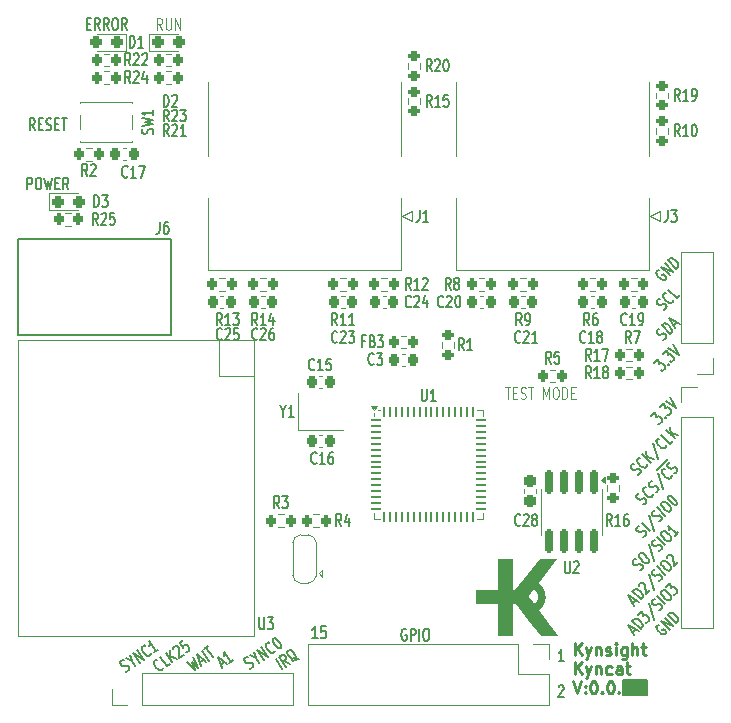
<source format=gto>
%TF.GenerationSoftware,KiCad,Pcbnew,8.0.7*%
%TF.CreationDate,2025-01-02T12:23:41+01:00*%
%TF.ProjectId,kyncat,6b796e63-6174-42e6-9b69-6361645f7063,rev?*%
%TF.SameCoordinates,Original*%
%TF.FileFunction,Legend,Top*%
%TF.FilePolarity,Positive*%
%FSLAX46Y46*%
G04 Gerber Fmt 4.6, Leading zero omitted, Abs format (unit mm)*
G04 Created by KiCad (PCBNEW 8.0.7) date 2025-01-02 12:23:41*
%MOMM*%
%LPD*%
G01*
G04 APERTURE LIST*
G04 Aperture macros list*
%AMRoundRect*
0 Rectangle with rounded corners*
0 $1 Rounding radius*
0 $2 $3 $4 $5 $6 $7 $8 $9 X,Y pos of 4 corners*
0 Add a 4 corners polygon primitive as box body*
4,1,4,$2,$3,$4,$5,$6,$7,$8,$9,$2,$3,0*
0 Add four circle primitives for the rounded corners*
1,1,$1+$1,$2,$3*
1,1,$1+$1,$4,$5*
1,1,$1+$1,$6,$7*
1,1,$1+$1,$8,$9*
0 Add four rect primitives between the rounded corners*
20,1,$1+$1,$2,$3,$4,$5,0*
20,1,$1+$1,$4,$5,$6,$7,0*
20,1,$1+$1,$6,$7,$8,$9,0*
20,1,$1+$1,$8,$9,$2,$3,0*%
%AMFreePoly0*
4,1,19,0.550000,-0.750000,0.000000,-0.750000,0.000000,-0.744911,-0.071157,-0.744911,-0.207708,-0.704816,-0.327430,-0.627875,-0.420627,-0.520320,-0.479746,-0.390866,-0.500000,-0.250000,-0.500000,0.250000,-0.479746,0.390866,-0.420627,0.520320,-0.327430,0.627875,-0.207708,0.704816,-0.071157,0.744911,0.000000,0.744911,0.000000,0.750000,0.550000,0.750000,0.550000,-0.750000,0.550000,-0.750000,
$1*%
%AMFreePoly1*
4,1,19,0.000000,0.744911,0.071157,0.744911,0.207708,0.704816,0.327430,0.627875,0.420627,0.520320,0.479746,0.390866,0.500000,0.250000,0.500000,-0.250000,0.479746,-0.390866,0.420627,-0.520320,0.327430,-0.627875,0.207708,-0.704816,0.071157,-0.744911,0.000000,-0.744911,0.000000,-0.750000,-0.550000,-0.750000,-0.550000,0.750000,0.000000,0.750000,0.000000,0.744911,0.000000,0.744911,
$1*%
G04 Aperture macros list end*
%ADD10C,0.150000*%
%ADD11C,0.250000*%
%ADD12C,0.125000*%
%ADD13C,0.187500*%
%ADD14C,0.000000*%
%ADD15C,0.120000*%
%ADD16C,0.100000*%
%ADD17C,0.152400*%
%ADD18R,1.700000X1.700000*%
%ADD19O,1.700000X1.700000*%
%ADD20RoundRect,0.225000X-0.225000X-0.250000X0.225000X-0.250000X0.225000X0.250000X-0.225000X0.250000X0*%
%ADD21RoundRect,0.237500X0.237500X-0.300000X0.237500X0.300000X-0.237500X0.300000X-0.237500X-0.300000X0*%
%ADD22RoundRect,0.200000X0.200000X0.275000X-0.200000X0.275000X-0.200000X-0.275000X0.200000X-0.275000X0*%
%ADD23C,3.250000*%
%ADD24R,1.400000X1.400000*%
%ADD25C,1.400000*%
%ADD26C,2.000000*%
%ADD27C,3.000000*%
%ADD28RoundRect,0.200000X-0.200000X-0.275000X0.200000X-0.275000X0.200000X0.275000X-0.200000X0.275000X0*%
%ADD29R,1.050000X0.650000*%
%ADD30RoundRect,0.225000X0.225000X0.250000X-0.225000X0.250000X-0.225000X-0.250000X0.225000X-0.250000X0*%
%ADD31FreePoly0,90.000000*%
%ADD32R,1.500000X1.000000*%
%ADD33FreePoly1,90.000000*%
%ADD34R,1.300000X1.100000*%
%ADD35RoundRect,0.200000X0.275000X-0.200000X0.275000X0.200000X-0.275000X0.200000X-0.275000X-0.200000X0*%
%ADD36C,3.200000*%
%ADD37RoundRect,0.200000X-0.275000X0.200000X-0.275000X-0.200000X0.275000X-0.200000X0.275000X0.200000X0*%
%ADD38RoundRect,0.062500X-0.375000X-0.062500X0.375000X-0.062500X0.375000X0.062500X-0.375000X0.062500X0*%
%ADD39RoundRect,0.062500X-0.062500X-0.375000X0.062500X-0.375000X0.062500X0.375000X-0.062500X0.375000X0*%
%ADD40R,6.000000X6.000000*%
%ADD41RoundRect,0.237500X-0.287500X-0.237500X0.287500X-0.237500X0.287500X0.237500X-0.287500X0.237500X0*%
%ADD42C,2.200000*%
%ADD43RoundRect,0.237500X0.287500X0.237500X-0.287500X0.237500X-0.287500X-0.237500X0.287500X-0.237500X0*%
%ADD44RoundRect,0.150000X-0.150000X0.825000X-0.150000X-0.825000X0.150000X-0.825000X0.150000X0.825000X0*%
G04 APERTURE END LIST*
D10*
X155000000Y-95500000D02*
X157000000Y-95500000D01*
X157000000Y-96750000D01*
X155000000Y-96750000D01*
X155000000Y-95500000D01*
G36*
X155000000Y-95500000D02*
G01*
X157000000Y-95500000D01*
X157000000Y-96750000D01*
X155000000Y-96750000D01*
X155000000Y-95500000D01*
G37*
D11*
X150902568Y-93394731D02*
X150902568Y-92394731D01*
X151473996Y-93394731D02*
X151045425Y-92823302D01*
X151473996Y-92394731D02*
X150902568Y-92966159D01*
X151807330Y-92728064D02*
X152045425Y-93394731D01*
X152283520Y-92728064D02*
X152045425Y-93394731D01*
X152045425Y-93394731D02*
X151950187Y-93632826D01*
X151950187Y-93632826D02*
X151902568Y-93680445D01*
X151902568Y-93680445D02*
X151807330Y-93728064D01*
X152664473Y-92728064D02*
X152664473Y-93394731D01*
X152664473Y-92823302D02*
X152712092Y-92775683D01*
X152712092Y-92775683D02*
X152807330Y-92728064D01*
X152807330Y-92728064D02*
X152950187Y-92728064D01*
X152950187Y-92728064D02*
X153045425Y-92775683D01*
X153045425Y-92775683D02*
X153093044Y-92870921D01*
X153093044Y-92870921D02*
X153093044Y-93394731D01*
X153521616Y-93347112D02*
X153616854Y-93394731D01*
X153616854Y-93394731D02*
X153807330Y-93394731D01*
X153807330Y-93394731D02*
X153902568Y-93347112D01*
X153902568Y-93347112D02*
X153950187Y-93251873D01*
X153950187Y-93251873D02*
X153950187Y-93204254D01*
X153950187Y-93204254D02*
X153902568Y-93109016D01*
X153902568Y-93109016D02*
X153807330Y-93061397D01*
X153807330Y-93061397D02*
X153664473Y-93061397D01*
X153664473Y-93061397D02*
X153569235Y-93013778D01*
X153569235Y-93013778D02*
X153521616Y-92918540D01*
X153521616Y-92918540D02*
X153521616Y-92870921D01*
X153521616Y-92870921D02*
X153569235Y-92775683D01*
X153569235Y-92775683D02*
X153664473Y-92728064D01*
X153664473Y-92728064D02*
X153807330Y-92728064D01*
X153807330Y-92728064D02*
X153902568Y-92775683D01*
X154378759Y-93394731D02*
X154378759Y-92728064D01*
X154378759Y-92394731D02*
X154331140Y-92442350D01*
X154331140Y-92442350D02*
X154378759Y-92489969D01*
X154378759Y-92489969D02*
X154426378Y-92442350D01*
X154426378Y-92442350D02*
X154378759Y-92394731D01*
X154378759Y-92394731D02*
X154378759Y-92489969D01*
X155283520Y-92728064D02*
X155283520Y-93537588D01*
X155283520Y-93537588D02*
X155235901Y-93632826D01*
X155235901Y-93632826D02*
X155188282Y-93680445D01*
X155188282Y-93680445D02*
X155093044Y-93728064D01*
X155093044Y-93728064D02*
X154950187Y-93728064D01*
X154950187Y-93728064D02*
X154854949Y-93680445D01*
X155283520Y-93347112D02*
X155188282Y-93394731D01*
X155188282Y-93394731D02*
X154997806Y-93394731D01*
X154997806Y-93394731D02*
X154902568Y-93347112D01*
X154902568Y-93347112D02*
X154854949Y-93299492D01*
X154854949Y-93299492D02*
X154807330Y-93204254D01*
X154807330Y-93204254D02*
X154807330Y-92918540D01*
X154807330Y-92918540D02*
X154854949Y-92823302D01*
X154854949Y-92823302D02*
X154902568Y-92775683D01*
X154902568Y-92775683D02*
X154997806Y-92728064D01*
X154997806Y-92728064D02*
X155188282Y-92728064D01*
X155188282Y-92728064D02*
X155283520Y-92775683D01*
X155759711Y-93394731D02*
X155759711Y-92394731D01*
X156188282Y-93394731D02*
X156188282Y-92870921D01*
X156188282Y-92870921D02*
X156140663Y-92775683D01*
X156140663Y-92775683D02*
X156045425Y-92728064D01*
X156045425Y-92728064D02*
X155902568Y-92728064D01*
X155902568Y-92728064D02*
X155807330Y-92775683D01*
X155807330Y-92775683D02*
X155759711Y-92823302D01*
X156521616Y-92728064D02*
X156902568Y-92728064D01*
X156664473Y-92394731D02*
X156664473Y-93251873D01*
X156664473Y-93251873D02*
X156712092Y-93347112D01*
X156712092Y-93347112D02*
X156807330Y-93394731D01*
X156807330Y-93394731D02*
X156902568Y-93394731D01*
X150902568Y-95004675D02*
X150902568Y-94004675D01*
X151473996Y-95004675D02*
X151045425Y-94433246D01*
X151473996Y-94004675D02*
X150902568Y-94576103D01*
X151807330Y-94338008D02*
X152045425Y-95004675D01*
X152283520Y-94338008D02*
X152045425Y-95004675D01*
X152045425Y-95004675D02*
X151950187Y-95242770D01*
X151950187Y-95242770D02*
X151902568Y-95290389D01*
X151902568Y-95290389D02*
X151807330Y-95338008D01*
X152664473Y-94338008D02*
X152664473Y-95004675D01*
X152664473Y-94433246D02*
X152712092Y-94385627D01*
X152712092Y-94385627D02*
X152807330Y-94338008D01*
X152807330Y-94338008D02*
X152950187Y-94338008D01*
X152950187Y-94338008D02*
X153045425Y-94385627D01*
X153045425Y-94385627D02*
X153093044Y-94480865D01*
X153093044Y-94480865D02*
X153093044Y-95004675D01*
X153997806Y-94957056D02*
X153902568Y-95004675D01*
X153902568Y-95004675D02*
X153712092Y-95004675D01*
X153712092Y-95004675D02*
X153616854Y-94957056D01*
X153616854Y-94957056D02*
X153569235Y-94909436D01*
X153569235Y-94909436D02*
X153521616Y-94814198D01*
X153521616Y-94814198D02*
X153521616Y-94528484D01*
X153521616Y-94528484D02*
X153569235Y-94433246D01*
X153569235Y-94433246D02*
X153616854Y-94385627D01*
X153616854Y-94385627D02*
X153712092Y-94338008D01*
X153712092Y-94338008D02*
X153902568Y-94338008D01*
X153902568Y-94338008D02*
X153997806Y-94385627D01*
X154854949Y-95004675D02*
X154854949Y-94480865D01*
X154854949Y-94480865D02*
X154807330Y-94385627D01*
X154807330Y-94385627D02*
X154712092Y-94338008D01*
X154712092Y-94338008D02*
X154521616Y-94338008D01*
X154521616Y-94338008D02*
X154426378Y-94385627D01*
X154854949Y-94957056D02*
X154759711Y-95004675D01*
X154759711Y-95004675D02*
X154521616Y-95004675D01*
X154521616Y-95004675D02*
X154426378Y-94957056D01*
X154426378Y-94957056D02*
X154378759Y-94861817D01*
X154378759Y-94861817D02*
X154378759Y-94766579D01*
X154378759Y-94766579D02*
X154426378Y-94671341D01*
X154426378Y-94671341D02*
X154521616Y-94623722D01*
X154521616Y-94623722D02*
X154759711Y-94623722D01*
X154759711Y-94623722D02*
X154854949Y-94576103D01*
X155188283Y-94338008D02*
X155569235Y-94338008D01*
X155331140Y-94004675D02*
X155331140Y-94861817D01*
X155331140Y-94861817D02*
X155378759Y-94957056D01*
X155378759Y-94957056D02*
X155473997Y-95004675D01*
X155473997Y-95004675D02*
X155569235Y-95004675D01*
X150759711Y-95614619D02*
X151093044Y-96614619D01*
X151093044Y-96614619D02*
X151426377Y-95614619D01*
X151759711Y-96519380D02*
X151807330Y-96567000D01*
X151807330Y-96567000D02*
X151759711Y-96614619D01*
X151759711Y-96614619D02*
X151712092Y-96567000D01*
X151712092Y-96567000D02*
X151759711Y-96519380D01*
X151759711Y-96519380D02*
X151759711Y-96614619D01*
X151759711Y-95995571D02*
X151807330Y-96043190D01*
X151807330Y-96043190D02*
X151759711Y-96090809D01*
X151759711Y-96090809D02*
X151712092Y-96043190D01*
X151712092Y-96043190D02*
X151759711Y-95995571D01*
X151759711Y-95995571D02*
X151759711Y-96090809D01*
X152426377Y-95614619D02*
X152521615Y-95614619D01*
X152521615Y-95614619D02*
X152616853Y-95662238D01*
X152616853Y-95662238D02*
X152664472Y-95709857D01*
X152664472Y-95709857D02*
X152712091Y-95805095D01*
X152712091Y-95805095D02*
X152759710Y-95995571D01*
X152759710Y-95995571D02*
X152759710Y-96233666D01*
X152759710Y-96233666D02*
X152712091Y-96424142D01*
X152712091Y-96424142D02*
X152664472Y-96519380D01*
X152664472Y-96519380D02*
X152616853Y-96567000D01*
X152616853Y-96567000D02*
X152521615Y-96614619D01*
X152521615Y-96614619D02*
X152426377Y-96614619D01*
X152426377Y-96614619D02*
X152331139Y-96567000D01*
X152331139Y-96567000D02*
X152283520Y-96519380D01*
X152283520Y-96519380D02*
X152235901Y-96424142D01*
X152235901Y-96424142D02*
X152188282Y-96233666D01*
X152188282Y-96233666D02*
X152188282Y-95995571D01*
X152188282Y-95995571D02*
X152235901Y-95805095D01*
X152235901Y-95805095D02*
X152283520Y-95709857D01*
X152283520Y-95709857D02*
X152331139Y-95662238D01*
X152331139Y-95662238D02*
X152426377Y-95614619D01*
X153188282Y-96519380D02*
X153235901Y-96567000D01*
X153235901Y-96567000D02*
X153188282Y-96614619D01*
X153188282Y-96614619D02*
X153140663Y-96567000D01*
X153140663Y-96567000D02*
X153188282Y-96519380D01*
X153188282Y-96519380D02*
X153188282Y-96614619D01*
X153854948Y-95614619D02*
X153950186Y-95614619D01*
X153950186Y-95614619D02*
X154045424Y-95662238D01*
X154045424Y-95662238D02*
X154093043Y-95709857D01*
X154093043Y-95709857D02*
X154140662Y-95805095D01*
X154140662Y-95805095D02*
X154188281Y-95995571D01*
X154188281Y-95995571D02*
X154188281Y-96233666D01*
X154188281Y-96233666D02*
X154140662Y-96424142D01*
X154140662Y-96424142D02*
X154093043Y-96519380D01*
X154093043Y-96519380D02*
X154045424Y-96567000D01*
X154045424Y-96567000D02*
X153950186Y-96614619D01*
X153950186Y-96614619D02*
X153854948Y-96614619D01*
X153854948Y-96614619D02*
X153759710Y-96567000D01*
X153759710Y-96567000D02*
X153712091Y-96519380D01*
X153712091Y-96519380D02*
X153664472Y-96424142D01*
X153664472Y-96424142D02*
X153616853Y-96233666D01*
X153616853Y-96233666D02*
X153616853Y-95995571D01*
X153616853Y-95995571D02*
X153664472Y-95805095D01*
X153664472Y-95805095D02*
X153712091Y-95709857D01*
X153712091Y-95709857D02*
X153759710Y-95662238D01*
X153759710Y-95662238D02*
X153854948Y-95614619D01*
X154616853Y-96519380D02*
X154664472Y-96567000D01*
X154664472Y-96567000D02*
X154616853Y-96614619D01*
X154616853Y-96614619D02*
X154569234Y-96567000D01*
X154569234Y-96567000D02*
X154616853Y-96519380D01*
X154616853Y-96519380D02*
X154616853Y-96614619D01*
D10*
X116005445Y-94460309D02*
X116003503Y-94519801D01*
X116003503Y-94519801D02*
X115943050Y-94620263D01*
X115943050Y-94620263D02*
X115884539Y-94661233D01*
X115884539Y-94661233D02*
X115769460Y-94683680D01*
X115769460Y-94683680D02*
X115656322Y-94646636D01*
X115656322Y-94646636D02*
X115572441Y-94589106D01*
X115572441Y-94589106D02*
X115433933Y-94453562D01*
X115433933Y-94453562D02*
X115351993Y-94336540D01*
X115351993Y-94336540D02*
X115271996Y-94160026D01*
X115271996Y-94160026D02*
X115246625Y-94061527D01*
X115246625Y-94061527D02*
X115250509Y-93942543D01*
X115250509Y-93942543D02*
X115310963Y-93842081D01*
X115310963Y-93842081D02*
X115369473Y-93801111D01*
X115369473Y-93801111D02*
X115484553Y-93778664D01*
X115484553Y-93778664D02*
X115541122Y-93797186D01*
X116615925Y-94149111D02*
X116323370Y-94353960D01*
X116323370Y-94353960D02*
X115749794Y-93534808D01*
X116820713Y-94005717D02*
X116247136Y-93186565D01*
X117171778Y-93759898D02*
X116580721Y-93476175D01*
X116598202Y-92940746D02*
X116574894Y-93654652D01*
X116886871Y-92854882D02*
X116888814Y-92795390D01*
X116888814Y-92795390D02*
X116920011Y-92715413D01*
X116920011Y-92715413D02*
X117066289Y-92612988D01*
X117066289Y-92612988D02*
X117152113Y-92611026D01*
X117152113Y-92611026D02*
X117208681Y-92629548D01*
X117208681Y-92629548D02*
X117292563Y-92687078D01*
X117292563Y-92687078D02*
X117347189Y-92765092D01*
X117347189Y-92765092D02*
X117399873Y-92902599D01*
X117399873Y-92902599D02*
X117376566Y-93616504D01*
X117376566Y-93616504D02*
X117756887Y-93350201D01*
X117739164Y-92141836D02*
X117446609Y-92346685D01*
X117446609Y-92346685D02*
X117690486Y-92757242D01*
X117690486Y-92757242D02*
X117692428Y-92697750D01*
X117692428Y-92697750D02*
X117723626Y-92617773D01*
X117723626Y-92617773D02*
X117869903Y-92515349D01*
X117869903Y-92515349D02*
X117955727Y-92513386D01*
X117955727Y-92513386D02*
X118012295Y-92531909D01*
X118012295Y-92531909D02*
X118096177Y-92589438D01*
X118096177Y-92589438D02*
X118232743Y-92784474D01*
X118232743Y-92784474D02*
X118258114Y-92882974D01*
X118258114Y-92882974D02*
X118256172Y-92942466D01*
X118256172Y-92942466D02*
X118224974Y-93022443D01*
X118224974Y-93022443D02*
X118078697Y-93124867D01*
X118078697Y-93124867D02*
X117992873Y-93126830D01*
X117992873Y-93126830D02*
X117936304Y-93108307D01*
X118030378Y-93938445D02*
X118750232Y-94655172D01*
X118750232Y-94655172D02*
X118457556Y-93988124D01*
X118457556Y-93988124D02*
X118984275Y-94491293D01*
X118984275Y-94491293D02*
X118556976Y-93569717D01*
X119171461Y-94011431D02*
X119464016Y-93806583D01*
X119276829Y-94286445D02*
X118908041Y-93323898D01*
X118908041Y-93323898D02*
X119686405Y-93999656D01*
X119891193Y-93856262D02*
X119317617Y-93037110D01*
X119522405Y-92893716D02*
X119873470Y-92647898D01*
X120271514Y-93589959D02*
X119697938Y-92770807D01*
X120908163Y-94195795D02*
X121200717Y-93990946D01*
X121013531Y-94470808D02*
X120644743Y-93508262D01*
X120644743Y-93508262D02*
X121423107Y-94184020D01*
X121949705Y-93815292D02*
X121598640Y-94061111D01*
X121774172Y-93938201D02*
X121200596Y-93119049D01*
X121200596Y-93119049D02*
X121224024Y-93277041D01*
X121224024Y-93277041D02*
X121220140Y-93396025D01*
X121220140Y-93396025D02*
X121188942Y-93476002D01*
X112873183Y-94786105D02*
X112988262Y-94763657D01*
X112988262Y-94763657D02*
X113134539Y-94661233D01*
X113134539Y-94661233D02*
X113165737Y-94581256D01*
X113165737Y-94581256D02*
X113167679Y-94521764D01*
X113167679Y-94521764D02*
X113142308Y-94423264D01*
X113142308Y-94423264D02*
X113087682Y-94345250D01*
X113087682Y-94345250D02*
X113003800Y-94287720D01*
X113003800Y-94287720D02*
X112947232Y-94269198D01*
X112947232Y-94269198D02*
X112861408Y-94271160D01*
X112861408Y-94271160D02*
X112717073Y-94314093D01*
X112717073Y-94314093D02*
X112631249Y-94316055D01*
X112631249Y-94316055D02*
X112574680Y-94297533D01*
X112574680Y-94297533D02*
X112490798Y-94240003D01*
X112490798Y-94240003D02*
X112436172Y-94161989D01*
X112436172Y-94161989D02*
X112410801Y-94063489D01*
X112410801Y-94063489D02*
X112412743Y-94003997D01*
X112412743Y-94003997D02*
X112443941Y-93924020D01*
X112443941Y-93924020D02*
X112590218Y-93821596D01*
X112590218Y-93821596D02*
X112705298Y-93799149D01*
X113358750Y-93922917D02*
X113631882Y-94312990D01*
X112853517Y-93637232D02*
X113358750Y-93922917D01*
X113358750Y-93922917D02*
X113263093Y-93350444D01*
X114041458Y-94026202D02*
X113467881Y-93207050D01*
X113467881Y-93207050D02*
X114392523Y-93780383D01*
X114392523Y-93780383D02*
X113818946Y-92961231D01*
X114981516Y-93251702D02*
X114979574Y-93311194D01*
X114979574Y-93311194D02*
X114919120Y-93411656D01*
X114919120Y-93411656D02*
X114860610Y-93452625D01*
X114860610Y-93452625D02*
X114745530Y-93475073D01*
X114745530Y-93475073D02*
X114632393Y-93438028D01*
X114632393Y-93438028D02*
X114548511Y-93380498D01*
X114548511Y-93380498D02*
X114410003Y-93244954D01*
X114410003Y-93244954D02*
X114328064Y-93127933D01*
X114328064Y-93127933D02*
X114248066Y-92951419D01*
X114248066Y-92951419D02*
X114222695Y-92852919D01*
X114222695Y-92852919D02*
X114226580Y-92733935D01*
X114226580Y-92733935D02*
X114287033Y-92633473D01*
X114287033Y-92633473D02*
X114345544Y-92592504D01*
X114345544Y-92592504D02*
X114460623Y-92570056D01*
X114460623Y-92570056D02*
X114517192Y-92588579D01*
X115621251Y-92920019D02*
X115270186Y-93165837D01*
X115445718Y-93042928D02*
X114872142Y-92223776D01*
X114872142Y-92223776D02*
X114895570Y-92381767D01*
X114895570Y-92381767D02*
X114891686Y-92500752D01*
X114891686Y-92500752D02*
X114860488Y-92580729D01*
X123373183Y-94536105D02*
X123488262Y-94513657D01*
X123488262Y-94513657D02*
X123634539Y-94411233D01*
X123634539Y-94411233D02*
X123665737Y-94331256D01*
X123665737Y-94331256D02*
X123667679Y-94271764D01*
X123667679Y-94271764D02*
X123642308Y-94173264D01*
X123642308Y-94173264D02*
X123587682Y-94095250D01*
X123587682Y-94095250D02*
X123503800Y-94037720D01*
X123503800Y-94037720D02*
X123447232Y-94019198D01*
X123447232Y-94019198D02*
X123361408Y-94021160D01*
X123361408Y-94021160D02*
X123217073Y-94064093D01*
X123217073Y-94064093D02*
X123131249Y-94066055D01*
X123131249Y-94066055D02*
X123074680Y-94047533D01*
X123074680Y-94047533D02*
X122990798Y-93990003D01*
X122990798Y-93990003D02*
X122936172Y-93911989D01*
X122936172Y-93911989D02*
X122910801Y-93813489D01*
X122910801Y-93813489D02*
X122912743Y-93753997D01*
X122912743Y-93753997D02*
X122943941Y-93674020D01*
X122943941Y-93674020D02*
X123090218Y-93571596D01*
X123090218Y-93571596D02*
X123205298Y-93549149D01*
X123858750Y-93672917D02*
X124131882Y-94062990D01*
X123353517Y-93387232D02*
X123858750Y-93672917D01*
X123858750Y-93672917D02*
X123763093Y-93100444D01*
X124541458Y-93776202D02*
X123967881Y-92957050D01*
X123967881Y-92957050D02*
X124892523Y-93530383D01*
X124892523Y-93530383D02*
X124318946Y-92711231D01*
X125481516Y-93001702D02*
X125479574Y-93061194D01*
X125479574Y-93061194D02*
X125419120Y-93161656D01*
X125419120Y-93161656D02*
X125360610Y-93202625D01*
X125360610Y-93202625D02*
X125245530Y-93225073D01*
X125245530Y-93225073D02*
X125132393Y-93188028D01*
X125132393Y-93188028D02*
X125048511Y-93130498D01*
X125048511Y-93130498D02*
X124910003Y-92994954D01*
X124910003Y-92994954D02*
X124828064Y-92877933D01*
X124828064Y-92877933D02*
X124748066Y-92701419D01*
X124748066Y-92701419D02*
X124722695Y-92602919D01*
X124722695Y-92602919D02*
X124726580Y-92483935D01*
X124726580Y-92483935D02*
X124787033Y-92383473D01*
X124787033Y-92383473D02*
X124845544Y-92342504D01*
X124845544Y-92342504D02*
X124960623Y-92320056D01*
X124960623Y-92320056D02*
X125017192Y-92338579D01*
X125342886Y-91994261D02*
X125401397Y-91953291D01*
X125401397Y-91953291D02*
X125487221Y-91951329D01*
X125487221Y-91951329D02*
X125543790Y-91969851D01*
X125543790Y-91969851D02*
X125627672Y-92027380D01*
X125627672Y-92027380D02*
X125766180Y-92162925D01*
X125766180Y-92162925D02*
X125902745Y-92357961D01*
X125902745Y-92357961D02*
X125982743Y-92534475D01*
X125982743Y-92534475D02*
X126008114Y-92632974D01*
X126008114Y-92632974D02*
X126006171Y-92692466D01*
X126006171Y-92692466D02*
X125974974Y-92772443D01*
X125974974Y-92772443D02*
X125916463Y-92813413D01*
X125916463Y-92813413D02*
X125830639Y-92815375D01*
X125830639Y-92815375D02*
X125774070Y-92796853D01*
X125774070Y-92796853D02*
X125690188Y-92739323D01*
X125690188Y-92739323D02*
X125551680Y-92603779D01*
X125551680Y-92603779D02*
X125415114Y-92408743D01*
X125415114Y-92408743D02*
X125335117Y-92232229D01*
X125335117Y-92232229D02*
X125309746Y-92133730D01*
X125309746Y-92133730D02*
X125311689Y-92074238D01*
X125311689Y-92074238D02*
X125342886Y-91994261D01*
X126131882Y-94562990D02*
X125558305Y-93743838D01*
X126775501Y-94112323D02*
X126297582Y-93865644D01*
X126424436Y-94358141D02*
X125850860Y-93538989D01*
X125850860Y-93538989D02*
X126084903Y-93375110D01*
X126084903Y-93375110D02*
X126170727Y-93373148D01*
X126170727Y-93373148D02*
X126227296Y-93391670D01*
X126227296Y-93391670D02*
X126311178Y-93449200D01*
X126311178Y-93449200D02*
X126393117Y-93566221D01*
X126393117Y-93566221D02*
X126418488Y-93664721D01*
X126418488Y-93664721D02*
X126416546Y-93724213D01*
X126416546Y-93724213D02*
X126385348Y-93804190D01*
X126385348Y-93804190D02*
X126151304Y-93968069D01*
X127503003Y-93719185D02*
X127417178Y-93721148D01*
X127417178Y-93721148D02*
X127304041Y-93684103D01*
X127304041Y-93684103D02*
X127134336Y-93628536D01*
X127134336Y-93628536D02*
X127048511Y-93630498D01*
X127048511Y-93630498D02*
X126990001Y-93671468D01*
X127155822Y-93846019D02*
X127069998Y-93847982D01*
X127069998Y-93847982D02*
X126956861Y-93810937D01*
X126956861Y-93810937D02*
X126818353Y-93675393D01*
X126818353Y-93675393D02*
X126627160Y-93402342D01*
X126627160Y-93402342D02*
X126547163Y-93225828D01*
X126547163Y-93225828D02*
X126551048Y-93106844D01*
X126551048Y-93106844D02*
X126582245Y-93026867D01*
X126582245Y-93026867D02*
X126699267Y-92944928D01*
X126699267Y-92944928D02*
X126785091Y-92942965D01*
X126785091Y-92942965D02*
X126898228Y-92980010D01*
X126898228Y-92980010D02*
X127036736Y-93115554D01*
X127036736Y-93115554D02*
X127227929Y-93388605D01*
X127227929Y-93388605D02*
X127307926Y-93565119D01*
X127307926Y-93565119D02*
X127304041Y-93684103D01*
X127304041Y-93684103D02*
X127272844Y-93764080D01*
X127272844Y-93764080D02*
X127155822Y-93846019D01*
X129107142Y-91954819D02*
X128678571Y-91954819D01*
X128892856Y-91954819D02*
X128892856Y-90954819D01*
X128892856Y-90954819D02*
X128821428Y-91097676D01*
X128821428Y-91097676D02*
X128749999Y-91192914D01*
X128749999Y-91192914D02*
X128678571Y-91240533D01*
X129785714Y-90954819D02*
X129428571Y-90954819D01*
X129428571Y-90954819D02*
X129392857Y-91431009D01*
X129392857Y-91431009D02*
X129428571Y-91383390D01*
X129428571Y-91383390D02*
X129500000Y-91335771D01*
X129500000Y-91335771D02*
X129678571Y-91335771D01*
X129678571Y-91335771D02*
X129750000Y-91383390D01*
X129750000Y-91383390D02*
X129785714Y-91431009D01*
X129785714Y-91431009D02*
X129821428Y-91526247D01*
X129821428Y-91526247D02*
X129821428Y-91764342D01*
X129821428Y-91764342D02*
X129785714Y-91859580D01*
X129785714Y-91859580D02*
X129750000Y-91907200D01*
X129750000Y-91907200D02*
X129678571Y-91954819D01*
X129678571Y-91954819D02*
X129500000Y-91954819D01*
X129500000Y-91954819D02*
X129428571Y-91907200D01*
X129428571Y-91907200D02*
X129392857Y-91859580D01*
X149535714Y-96050057D02*
X149571428Y-96002438D01*
X149571428Y-96002438D02*
X149642857Y-95954819D01*
X149642857Y-95954819D02*
X149821428Y-95954819D01*
X149821428Y-95954819D02*
X149892857Y-96002438D01*
X149892857Y-96002438D02*
X149928571Y-96050057D01*
X149928571Y-96050057D02*
X149964285Y-96145295D01*
X149964285Y-96145295D02*
X149964285Y-96240533D01*
X149964285Y-96240533D02*
X149928571Y-96383390D01*
X149928571Y-96383390D02*
X149499999Y-96954819D01*
X149499999Y-96954819D02*
X149964285Y-96954819D01*
X149964285Y-93904819D02*
X149535714Y-93904819D01*
X149749999Y-93904819D02*
X149749999Y-92904819D01*
X149749999Y-92904819D02*
X149678571Y-93047676D01*
X149678571Y-93047676D02*
X149607142Y-93142914D01*
X149607142Y-93142914D02*
X149535714Y-93190533D01*
X136625000Y-91202438D02*
X136553572Y-91154819D01*
X136553572Y-91154819D02*
X136446429Y-91154819D01*
X136446429Y-91154819D02*
X136339286Y-91202438D01*
X136339286Y-91202438D02*
X136267857Y-91297676D01*
X136267857Y-91297676D02*
X136232143Y-91392914D01*
X136232143Y-91392914D02*
X136196429Y-91583390D01*
X136196429Y-91583390D02*
X136196429Y-91726247D01*
X136196429Y-91726247D02*
X136232143Y-91916723D01*
X136232143Y-91916723D02*
X136267857Y-92011961D01*
X136267857Y-92011961D02*
X136339286Y-92107200D01*
X136339286Y-92107200D02*
X136446429Y-92154819D01*
X136446429Y-92154819D02*
X136517857Y-92154819D01*
X136517857Y-92154819D02*
X136625000Y-92107200D01*
X136625000Y-92107200D02*
X136660714Y-92059580D01*
X136660714Y-92059580D02*
X136660714Y-91726247D01*
X136660714Y-91726247D02*
X136517857Y-91726247D01*
X136982143Y-92154819D02*
X136982143Y-91154819D01*
X136982143Y-91154819D02*
X137267857Y-91154819D01*
X137267857Y-91154819D02*
X137339286Y-91202438D01*
X137339286Y-91202438D02*
X137375000Y-91250057D01*
X137375000Y-91250057D02*
X137410714Y-91345295D01*
X137410714Y-91345295D02*
X137410714Y-91488152D01*
X137410714Y-91488152D02*
X137375000Y-91583390D01*
X137375000Y-91583390D02*
X137339286Y-91631009D01*
X137339286Y-91631009D02*
X137267857Y-91678628D01*
X137267857Y-91678628D02*
X136982143Y-91678628D01*
X137732143Y-92154819D02*
X137732143Y-91154819D01*
X138232143Y-91154819D02*
X138375000Y-91154819D01*
X138375000Y-91154819D02*
X138446429Y-91202438D01*
X138446429Y-91202438D02*
X138517857Y-91297676D01*
X138517857Y-91297676D02*
X138553572Y-91488152D01*
X138553572Y-91488152D02*
X138553572Y-91821485D01*
X138553572Y-91821485D02*
X138517857Y-92011961D01*
X138517857Y-92011961D02*
X138446429Y-92107200D01*
X138446429Y-92107200D02*
X138375000Y-92154819D01*
X138375000Y-92154819D02*
X138232143Y-92154819D01*
X138232143Y-92154819D02*
X138160715Y-92107200D01*
X138160715Y-92107200D02*
X138089286Y-92011961D01*
X138089286Y-92011961D02*
X138053572Y-91821485D01*
X138053572Y-91821485D02*
X138053572Y-91488152D01*
X138053572Y-91488152D02*
X138089286Y-91297676D01*
X138089286Y-91297676D02*
X138160715Y-91202438D01*
X138160715Y-91202438D02*
X138232143Y-91154819D01*
X155786976Y-91452173D02*
X156039514Y-91199635D01*
X155938499Y-91704711D02*
X155408169Y-90820828D01*
X155408169Y-90820828D02*
X156292052Y-91351158D01*
X156468829Y-91174381D02*
X155761722Y-90467275D01*
X155761722Y-90467275D02*
X155887991Y-90341005D01*
X155887991Y-90341005D02*
X155997424Y-90298916D01*
X155997424Y-90298916D02*
X156115276Y-90315752D01*
X156115276Y-90315752D02*
X156207873Y-90357841D01*
X156207873Y-90357841D02*
X156367814Y-90467275D01*
X156367814Y-90467275D02*
X156468829Y-90568290D01*
X156468829Y-90568290D02*
X156578262Y-90728231D01*
X156578262Y-90728231D02*
X156620352Y-90820828D01*
X156620352Y-90820828D02*
X156637188Y-90938679D01*
X156637188Y-90938679D02*
X156595098Y-91048112D01*
X156595098Y-91048112D02*
X156468829Y-91174381D01*
X156241545Y-89987452D02*
X156569844Y-89659153D01*
X156569844Y-89659153D02*
X156662442Y-90105303D01*
X156662442Y-90105303D02*
X156738203Y-90029542D01*
X156738203Y-90029542D02*
X156822382Y-90012706D01*
X156822382Y-90012706D02*
X156881308Y-90021124D01*
X156881308Y-90021124D02*
X156973905Y-90063214D01*
X156973905Y-90063214D02*
X157142264Y-90231572D01*
X157142264Y-90231572D02*
X157184354Y-90324170D01*
X157184354Y-90324170D02*
X157192772Y-90383095D01*
X157192772Y-90383095D02*
X157175936Y-90467275D01*
X157175936Y-90467275D02*
X157024413Y-90618797D01*
X157024413Y-90618797D02*
X156940233Y-90635633D01*
X156940233Y-90635633D02*
X156881308Y-90627215D01*
X157142264Y-89019389D02*
X157596833Y-90383095D01*
X158000894Y-89574973D02*
X158110327Y-89532883D01*
X158110327Y-89532883D02*
X158236596Y-89406614D01*
X158236596Y-89406614D02*
X158253432Y-89322435D01*
X158253432Y-89322435D02*
X158245014Y-89263509D01*
X158245014Y-89263509D02*
X158202924Y-89170912D01*
X158202924Y-89170912D02*
X158135581Y-89103569D01*
X158135581Y-89103569D02*
X158042983Y-89061479D01*
X158042983Y-89061479D02*
X157984058Y-89053061D01*
X157984058Y-89053061D02*
X157899878Y-89069897D01*
X157899878Y-89069897D02*
X157765191Y-89137240D01*
X157765191Y-89137240D02*
X157681012Y-89154076D01*
X157681012Y-89154076D02*
X157622086Y-89145658D01*
X157622086Y-89145658D02*
X157529489Y-89103569D01*
X157529489Y-89103569D02*
X157462146Y-89036225D01*
X157462146Y-89036225D02*
X157420056Y-88943628D01*
X157420056Y-88943628D02*
X157411638Y-88884702D01*
X157411638Y-88884702D02*
X157428474Y-88800523D01*
X157428474Y-88800523D02*
X157554743Y-88674254D01*
X157554743Y-88674254D02*
X157664176Y-88632164D01*
X158564896Y-89078315D02*
X157857789Y-88371208D01*
X158211342Y-88017654D02*
X158312358Y-87916639D01*
X158312358Y-87916639D02*
X158396537Y-87899803D01*
X158396537Y-87899803D02*
X158514388Y-87916639D01*
X158514388Y-87916639D02*
X158674329Y-88026072D01*
X158674329Y-88026072D02*
X158910031Y-88261775D01*
X158910031Y-88261775D02*
X159019464Y-88421715D01*
X159019464Y-88421715D02*
X159036300Y-88539566D01*
X159036300Y-88539566D02*
X159019464Y-88623746D01*
X159019464Y-88623746D02*
X158918449Y-88724761D01*
X158918449Y-88724761D02*
X158834270Y-88741597D01*
X158834270Y-88741597D02*
X158716419Y-88724761D01*
X158716419Y-88724761D02*
X158556478Y-88615328D01*
X158556478Y-88615328D02*
X158320776Y-88379626D01*
X158320776Y-88379626D02*
X158211342Y-88219685D01*
X158211342Y-88219685D02*
X158194507Y-88101834D01*
X158194507Y-88101834D02*
X158211342Y-88017654D01*
X158615403Y-87613594D02*
X158943703Y-87285294D01*
X158943703Y-87285294D02*
X159036300Y-87731445D01*
X159036300Y-87731445D02*
X159112062Y-87655683D01*
X159112062Y-87655683D02*
X159196241Y-87638847D01*
X159196241Y-87638847D02*
X159255166Y-87647265D01*
X159255166Y-87647265D02*
X159347764Y-87689355D01*
X159347764Y-87689355D02*
X159516123Y-87857714D01*
X159516123Y-87857714D02*
X159558212Y-87950311D01*
X159558212Y-87950311D02*
X159566630Y-88009237D01*
X159566630Y-88009237D02*
X159549794Y-88093416D01*
X159549794Y-88093416D02*
X159398271Y-88244939D01*
X159398271Y-88244939D02*
X159314092Y-88261775D01*
X159314092Y-88261775D02*
X159255166Y-88253357D01*
X155786976Y-88952173D02*
X156039514Y-88699635D01*
X155938499Y-89204711D02*
X155408169Y-88320828D01*
X155408169Y-88320828D02*
X156292052Y-88851158D01*
X156468829Y-88674381D02*
X155761722Y-87967275D01*
X155761722Y-87967275D02*
X155887991Y-87841005D01*
X155887991Y-87841005D02*
X155997424Y-87798916D01*
X155997424Y-87798916D02*
X156115276Y-87815752D01*
X156115276Y-87815752D02*
X156207873Y-87857841D01*
X156207873Y-87857841D02*
X156367814Y-87967275D01*
X156367814Y-87967275D02*
X156468829Y-88068290D01*
X156468829Y-88068290D02*
X156578262Y-88228231D01*
X156578262Y-88228231D02*
X156620352Y-88320828D01*
X156620352Y-88320828D02*
X156637188Y-88438679D01*
X156637188Y-88438679D02*
X156595098Y-88548112D01*
X156595098Y-88548112D02*
X156468829Y-88674381D01*
X156334142Y-87529542D02*
X156325724Y-87470616D01*
X156325724Y-87470616D02*
X156342560Y-87386437D01*
X156342560Y-87386437D02*
X156468829Y-87260168D01*
X156468829Y-87260168D02*
X156553008Y-87243332D01*
X156553008Y-87243332D02*
X156611934Y-87251750D01*
X156611934Y-87251750D02*
X156704531Y-87293840D01*
X156704531Y-87293840D02*
X156771875Y-87361183D01*
X156771875Y-87361183D02*
X156847636Y-87487452D01*
X156847636Y-87487452D02*
X156948651Y-88194559D01*
X156948651Y-88194559D02*
X157276951Y-87866259D01*
X157142264Y-86519389D02*
X157596833Y-87883095D01*
X158000894Y-87074973D02*
X158110327Y-87032883D01*
X158110327Y-87032883D02*
X158236596Y-86906614D01*
X158236596Y-86906614D02*
X158253432Y-86822435D01*
X158253432Y-86822435D02*
X158245014Y-86763509D01*
X158245014Y-86763509D02*
X158202924Y-86670912D01*
X158202924Y-86670912D02*
X158135581Y-86603569D01*
X158135581Y-86603569D02*
X158042983Y-86561479D01*
X158042983Y-86561479D02*
X157984058Y-86553061D01*
X157984058Y-86553061D02*
X157899878Y-86569897D01*
X157899878Y-86569897D02*
X157765191Y-86637240D01*
X157765191Y-86637240D02*
X157681012Y-86654076D01*
X157681012Y-86654076D02*
X157622086Y-86645658D01*
X157622086Y-86645658D02*
X157529489Y-86603569D01*
X157529489Y-86603569D02*
X157462146Y-86536225D01*
X157462146Y-86536225D02*
X157420056Y-86443628D01*
X157420056Y-86443628D02*
X157411638Y-86384702D01*
X157411638Y-86384702D02*
X157428474Y-86300523D01*
X157428474Y-86300523D02*
X157554743Y-86174254D01*
X157554743Y-86174254D02*
X157664176Y-86132164D01*
X158564896Y-86578315D02*
X157857789Y-85871208D01*
X158211342Y-85517654D02*
X158312358Y-85416639D01*
X158312358Y-85416639D02*
X158396537Y-85399803D01*
X158396537Y-85399803D02*
X158514388Y-85416639D01*
X158514388Y-85416639D02*
X158674329Y-85526072D01*
X158674329Y-85526072D02*
X158910031Y-85761775D01*
X158910031Y-85761775D02*
X159019464Y-85921715D01*
X159019464Y-85921715D02*
X159036300Y-86039566D01*
X159036300Y-86039566D02*
X159019464Y-86123746D01*
X159019464Y-86123746D02*
X158918449Y-86224761D01*
X158918449Y-86224761D02*
X158834270Y-86241597D01*
X158834270Y-86241597D02*
X158716419Y-86224761D01*
X158716419Y-86224761D02*
X158556478Y-86115328D01*
X158556478Y-86115328D02*
X158320776Y-85879626D01*
X158320776Y-85879626D02*
X158211342Y-85719685D01*
X158211342Y-85719685D02*
X158194507Y-85601834D01*
X158194507Y-85601834D02*
X158211342Y-85517654D01*
X158708001Y-85155683D02*
X158699583Y-85096758D01*
X158699583Y-85096758D02*
X158716418Y-85012578D01*
X158716418Y-85012578D02*
X158842688Y-84886309D01*
X158842688Y-84886309D02*
X158926867Y-84869473D01*
X158926867Y-84869473D02*
X158985792Y-84877891D01*
X158985792Y-84877891D02*
X159078390Y-84919981D01*
X159078390Y-84919981D02*
X159145733Y-84987324D01*
X159145733Y-84987324D02*
X159221495Y-85113594D01*
X159221495Y-85113594D02*
X159322510Y-85820700D01*
X159322510Y-85820700D02*
X159650810Y-85492401D01*
X156384650Y-86191217D02*
X156494083Y-86149127D01*
X156494083Y-86149127D02*
X156620352Y-86022858D01*
X156620352Y-86022858D02*
X156637188Y-85938679D01*
X156637188Y-85938679D02*
X156628770Y-85879753D01*
X156628770Y-85879753D02*
X156586680Y-85787156D01*
X156586680Y-85787156D02*
X156519337Y-85719812D01*
X156519337Y-85719812D02*
X156426739Y-85677723D01*
X156426739Y-85677723D02*
X156367814Y-85669305D01*
X156367814Y-85669305D02*
X156283635Y-85686141D01*
X156283635Y-85686141D02*
X156148947Y-85753484D01*
X156148947Y-85753484D02*
X156064768Y-85770320D01*
X156064768Y-85770320D02*
X156005843Y-85761902D01*
X156005843Y-85761902D02*
X155913245Y-85719812D01*
X155913245Y-85719812D02*
X155845902Y-85652469D01*
X155845902Y-85652469D02*
X155803812Y-85559872D01*
X155803812Y-85559872D02*
X155795394Y-85500946D01*
X155795394Y-85500946D02*
X155812230Y-85416767D01*
X155812230Y-85416767D02*
X155938499Y-85290498D01*
X155938499Y-85290498D02*
X156047932Y-85248408D01*
X156342560Y-84886436D02*
X156443576Y-84785421D01*
X156443576Y-84785421D02*
X156527755Y-84768585D01*
X156527755Y-84768585D02*
X156645606Y-84785421D01*
X156645606Y-84785421D02*
X156805547Y-84894854D01*
X156805547Y-84894854D02*
X157041249Y-85130557D01*
X157041249Y-85130557D02*
X157150682Y-85290497D01*
X157150682Y-85290497D02*
X157167518Y-85408349D01*
X157167518Y-85408349D02*
X157150682Y-85492528D01*
X157150682Y-85492528D02*
X157049667Y-85593543D01*
X157049667Y-85593543D02*
X156965488Y-85610379D01*
X156965488Y-85610379D02*
X156847637Y-85593543D01*
X156847637Y-85593543D02*
X156687696Y-85484110D01*
X156687696Y-85484110D02*
X156451993Y-85248408D01*
X156451993Y-85248408D02*
X156342560Y-85088467D01*
X156342560Y-85088467D02*
X156325724Y-84970616D01*
X156325724Y-84970616D02*
X156342560Y-84886436D01*
X157142264Y-84019389D02*
X157596833Y-85383095D01*
X158000894Y-84574973D02*
X158110327Y-84532883D01*
X158110327Y-84532883D02*
X158236596Y-84406614D01*
X158236596Y-84406614D02*
X158253432Y-84322435D01*
X158253432Y-84322435D02*
X158245014Y-84263509D01*
X158245014Y-84263509D02*
X158202924Y-84170912D01*
X158202924Y-84170912D02*
X158135581Y-84103569D01*
X158135581Y-84103569D02*
X158042983Y-84061479D01*
X158042983Y-84061479D02*
X157984058Y-84053061D01*
X157984058Y-84053061D02*
X157899878Y-84069897D01*
X157899878Y-84069897D02*
X157765191Y-84137240D01*
X157765191Y-84137240D02*
X157681012Y-84154076D01*
X157681012Y-84154076D02*
X157622086Y-84145658D01*
X157622086Y-84145658D02*
X157529489Y-84103569D01*
X157529489Y-84103569D02*
X157462146Y-84036225D01*
X157462146Y-84036225D02*
X157420056Y-83943628D01*
X157420056Y-83943628D02*
X157411638Y-83884702D01*
X157411638Y-83884702D02*
X157428474Y-83800523D01*
X157428474Y-83800523D02*
X157554743Y-83674254D01*
X157554743Y-83674254D02*
X157664176Y-83632164D01*
X158564896Y-84078315D02*
X157857789Y-83371208D01*
X158211342Y-83017654D02*
X158312358Y-82916639D01*
X158312358Y-82916639D02*
X158396537Y-82899803D01*
X158396537Y-82899803D02*
X158514388Y-82916639D01*
X158514388Y-82916639D02*
X158674329Y-83026072D01*
X158674329Y-83026072D02*
X158910031Y-83261775D01*
X158910031Y-83261775D02*
X159019464Y-83421715D01*
X159019464Y-83421715D02*
X159036300Y-83539566D01*
X159036300Y-83539566D02*
X159019464Y-83623746D01*
X159019464Y-83623746D02*
X158918449Y-83724761D01*
X158918449Y-83724761D02*
X158834270Y-83741597D01*
X158834270Y-83741597D02*
X158716419Y-83724761D01*
X158716419Y-83724761D02*
X158556478Y-83615328D01*
X158556478Y-83615328D02*
X158320776Y-83379626D01*
X158320776Y-83379626D02*
X158211342Y-83219685D01*
X158211342Y-83219685D02*
X158194507Y-83101834D01*
X158194507Y-83101834D02*
X158211342Y-83017654D01*
X159650810Y-82992401D02*
X159347764Y-83295446D01*
X159499287Y-83143924D02*
X158792180Y-82436817D01*
X158792180Y-82436817D02*
X158842688Y-82588340D01*
X158842688Y-82588340D02*
X158859523Y-82706191D01*
X158859523Y-82706191D02*
X158842688Y-82790370D01*
X156687695Y-83388172D02*
X156797128Y-83346082D01*
X156797128Y-83346082D02*
X156923397Y-83219813D01*
X156923397Y-83219813D02*
X156940233Y-83135633D01*
X156940233Y-83135633D02*
X156931815Y-83076708D01*
X156931815Y-83076708D02*
X156889726Y-82984111D01*
X156889726Y-82984111D02*
X156822382Y-82916767D01*
X156822382Y-82916767D02*
X156729785Y-82874677D01*
X156729785Y-82874677D02*
X156670859Y-82866259D01*
X156670859Y-82866259D02*
X156586680Y-82883095D01*
X156586680Y-82883095D02*
X156451993Y-82950439D01*
X156451993Y-82950439D02*
X156367814Y-82967275D01*
X156367814Y-82967275D02*
X156308888Y-82958857D01*
X156308888Y-82958857D02*
X156216291Y-82916767D01*
X156216291Y-82916767D02*
X156148947Y-82849424D01*
X156148947Y-82849424D02*
X156106858Y-82756826D01*
X156106858Y-82756826D02*
X156098440Y-82697901D01*
X156098440Y-82697901D02*
X156115275Y-82613721D01*
X156115275Y-82613721D02*
X156241545Y-82487452D01*
X156241545Y-82487452D02*
X156350978Y-82445363D01*
X157251697Y-82891513D02*
X156544590Y-82184406D01*
X157142264Y-81519389D02*
X157596833Y-82883095D01*
X158000894Y-82074973D02*
X158110327Y-82032883D01*
X158110327Y-82032883D02*
X158236596Y-81906614D01*
X158236596Y-81906614D02*
X158253432Y-81822435D01*
X158253432Y-81822435D02*
X158245014Y-81763509D01*
X158245014Y-81763509D02*
X158202924Y-81670912D01*
X158202924Y-81670912D02*
X158135581Y-81603569D01*
X158135581Y-81603569D02*
X158042983Y-81561479D01*
X158042983Y-81561479D02*
X157984058Y-81553061D01*
X157984058Y-81553061D02*
X157899878Y-81569897D01*
X157899878Y-81569897D02*
X157765191Y-81637240D01*
X157765191Y-81637240D02*
X157681012Y-81654076D01*
X157681012Y-81654076D02*
X157622086Y-81645658D01*
X157622086Y-81645658D02*
X157529489Y-81603569D01*
X157529489Y-81603569D02*
X157462146Y-81536225D01*
X157462146Y-81536225D02*
X157420056Y-81443628D01*
X157420056Y-81443628D02*
X157411638Y-81384702D01*
X157411638Y-81384702D02*
X157428474Y-81300523D01*
X157428474Y-81300523D02*
X157554743Y-81174254D01*
X157554743Y-81174254D02*
X157664176Y-81132164D01*
X158564896Y-81578315D02*
X157857789Y-80871208D01*
X158211342Y-80517654D02*
X158312358Y-80416639D01*
X158312358Y-80416639D02*
X158396537Y-80399803D01*
X158396537Y-80399803D02*
X158514388Y-80416639D01*
X158514388Y-80416639D02*
X158674329Y-80526072D01*
X158674329Y-80526072D02*
X158910031Y-80761775D01*
X158910031Y-80761775D02*
X159019464Y-80921715D01*
X159019464Y-80921715D02*
X159036300Y-81039566D01*
X159036300Y-81039566D02*
X159019464Y-81123746D01*
X159019464Y-81123746D02*
X158918449Y-81224761D01*
X158918449Y-81224761D02*
X158834270Y-81241597D01*
X158834270Y-81241597D02*
X158716419Y-81224761D01*
X158716419Y-81224761D02*
X158556478Y-81115328D01*
X158556478Y-81115328D02*
X158320776Y-80879626D01*
X158320776Y-80879626D02*
X158211342Y-80719685D01*
X158211342Y-80719685D02*
X158194507Y-80601834D01*
X158194507Y-80601834D02*
X158211342Y-80517654D01*
X158766926Y-79962071D02*
X158817434Y-79911563D01*
X158817434Y-79911563D02*
X158901613Y-79894727D01*
X158901613Y-79894727D02*
X158960539Y-79903145D01*
X158960539Y-79903145D02*
X159053136Y-79945235D01*
X159053136Y-79945235D02*
X159213077Y-80054668D01*
X159213077Y-80054668D02*
X159381436Y-80223027D01*
X159381436Y-80223027D02*
X159490869Y-80382968D01*
X159490869Y-80382968D02*
X159532958Y-80475565D01*
X159532958Y-80475565D02*
X159541376Y-80534490D01*
X159541376Y-80534490D02*
X159524540Y-80618670D01*
X159524540Y-80618670D02*
X159474033Y-80669177D01*
X159474033Y-80669177D02*
X159389853Y-80686013D01*
X159389853Y-80686013D02*
X159330928Y-80677595D01*
X159330928Y-80677595D02*
X159238331Y-80635506D01*
X159238331Y-80635506D02*
X159078390Y-80526072D01*
X159078390Y-80526072D02*
X158910031Y-80357714D01*
X158910031Y-80357714D02*
X158800598Y-80197773D01*
X158800598Y-80197773D02*
X158758508Y-80105176D01*
X158758508Y-80105176D02*
X158750090Y-80046250D01*
X158750090Y-80046250D02*
X158766926Y-79962071D01*
X156687695Y-80638172D02*
X156797128Y-80596082D01*
X156797128Y-80596082D02*
X156923397Y-80469813D01*
X156923397Y-80469813D02*
X156940233Y-80385633D01*
X156940233Y-80385633D02*
X156931815Y-80326708D01*
X156931815Y-80326708D02*
X156889726Y-80234111D01*
X156889726Y-80234111D02*
X156822382Y-80166767D01*
X156822382Y-80166767D02*
X156729785Y-80124677D01*
X156729785Y-80124677D02*
X156670859Y-80116259D01*
X156670859Y-80116259D02*
X156586680Y-80133095D01*
X156586680Y-80133095D02*
X156451993Y-80200439D01*
X156451993Y-80200439D02*
X156367814Y-80217275D01*
X156367814Y-80217275D02*
X156308888Y-80208857D01*
X156308888Y-80208857D02*
X156216291Y-80166767D01*
X156216291Y-80166767D02*
X156148947Y-80099424D01*
X156148947Y-80099424D02*
X156106858Y-80006826D01*
X156106858Y-80006826D02*
X156098440Y-79947901D01*
X156098440Y-79947901D02*
X156115275Y-79863721D01*
X156115275Y-79863721D02*
X156241545Y-79737452D01*
X156241545Y-79737452D02*
X156350978Y-79695363D01*
X157487400Y-79771124D02*
X157495817Y-79830049D01*
X157495817Y-79830049D02*
X157453728Y-79939482D01*
X157453728Y-79939482D02*
X157403220Y-79989990D01*
X157403220Y-79989990D02*
X157293787Y-80032080D01*
X157293787Y-80032080D02*
X157175936Y-80015244D01*
X157175936Y-80015244D02*
X157083338Y-79973154D01*
X157083338Y-79973154D02*
X156923398Y-79863721D01*
X156923398Y-79863721D02*
X156822382Y-79762706D01*
X156822382Y-79762706D02*
X156712949Y-79602765D01*
X156712949Y-79602765D02*
X156670860Y-79510168D01*
X156670860Y-79510168D02*
X156654024Y-79392317D01*
X156654024Y-79392317D02*
X156696113Y-79282883D01*
X156696113Y-79282883D02*
X156746621Y-79232376D01*
X156746621Y-79232376D02*
X156856054Y-79190286D01*
X156856054Y-79190286D02*
X156914980Y-79198704D01*
X157723102Y-79602765D02*
X157832535Y-79560675D01*
X157832535Y-79560675D02*
X157958804Y-79434406D01*
X157958804Y-79434406D02*
X157975640Y-79350227D01*
X157975640Y-79350227D02*
X157967222Y-79291301D01*
X157967222Y-79291301D02*
X157925132Y-79198704D01*
X157925132Y-79198704D02*
X157857789Y-79131360D01*
X157857789Y-79131360D02*
X157765191Y-79089271D01*
X157765191Y-79089271D02*
X157706266Y-79080853D01*
X157706266Y-79080853D02*
X157622087Y-79097689D01*
X157622087Y-79097689D02*
X157487400Y-79165032D01*
X157487400Y-79165032D02*
X157403220Y-79181868D01*
X157403220Y-79181868D02*
X157344295Y-79173450D01*
X157344295Y-79173450D02*
X157251697Y-79131360D01*
X157251697Y-79131360D02*
X157184354Y-79064017D01*
X157184354Y-79064017D02*
X157142264Y-78971420D01*
X157142264Y-78971420D02*
X157133846Y-78912494D01*
X157133846Y-78912494D02*
X157150682Y-78828315D01*
X157150682Y-78828315D02*
X157276951Y-78702046D01*
X157276951Y-78702046D02*
X157386384Y-78659956D01*
X157925132Y-77986521D02*
X158379701Y-79350227D01*
X159078390Y-78180133D02*
X159086808Y-78239059D01*
X159086808Y-78239059D02*
X159044718Y-78348492D01*
X159044718Y-78348492D02*
X158994210Y-78399000D01*
X158994210Y-78399000D02*
X158884777Y-78441090D01*
X158884777Y-78441090D02*
X158766926Y-78424254D01*
X158766926Y-78424254D02*
X158674329Y-78382164D01*
X158674329Y-78382164D02*
X158514388Y-78272731D01*
X158514388Y-78272731D02*
X158413373Y-78171716D01*
X158413373Y-78171716D02*
X158303939Y-78011775D01*
X158303939Y-78011775D02*
X158261850Y-77919177D01*
X158261850Y-77919177D02*
X158245014Y-77801326D01*
X158245014Y-77801326D02*
X158287104Y-77691893D01*
X158287104Y-77691893D02*
X158337611Y-77641385D01*
X158337611Y-77641385D02*
X158447044Y-77599296D01*
X158447044Y-77599296D02*
X158505970Y-77607714D01*
X159314092Y-78011775D02*
X159423525Y-77969685D01*
X159423525Y-77969685D02*
X159549794Y-77843416D01*
X159549794Y-77843416D02*
X159566630Y-77759237D01*
X159566630Y-77759237D02*
X159558212Y-77700311D01*
X159558212Y-77700311D02*
X159516123Y-77607714D01*
X159516123Y-77607714D02*
X159448779Y-77540370D01*
X159448779Y-77540370D02*
X159356182Y-77498281D01*
X159356182Y-77498281D02*
X159297256Y-77489863D01*
X159297256Y-77489863D02*
X159213077Y-77506698D01*
X159213077Y-77506698D02*
X159078390Y-77574042D01*
X159078390Y-77574042D02*
X158994210Y-77590878D01*
X158994210Y-77590878D02*
X158935285Y-77582460D01*
X158935285Y-77582460D02*
X158842688Y-77540370D01*
X158842688Y-77540370D02*
X158775344Y-77473027D01*
X158775344Y-77473027D02*
X158733254Y-77380429D01*
X158733254Y-77380429D02*
X158724836Y-77321504D01*
X158724836Y-77321504D02*
X158741672Y-77237324D01*
X158741672Y-77237324D02*
X158867941Y-77111055D01*
X158867941Y-77111055D02*
X158977375Y-77068966D01*
X157866038Y-77720346D02*
X158795379Y-76791005D01*
X156207873Y-78117994D02*
X156317306Y-78075904D01*
X156317306Y-78075904D02*
X156443575Y-77949635D01*
X156443575Y-77949635D02*
X156460411Y-77865456D01*
X156460411Y-77865456D02*
X156451993Y-77806530D01*
X156451993Y-77806530D02*
X156409904Y-77713933D01*
X156409904Y-77713933D02*
X156342560Y-77646589D01*
X156342560Y-77646589D02*
X156249963Y-77604499D01*
X156249963Y-77604499D02*
X156191037Y-77596082D01*
X156191037Y-77596082D02*
X156106858Y-77612917D01*
X156106858Y-77612917D02*
X155972171Y-77680261D01*
X155972171Y-77680261D02*
X155887991Y-77697097D01*
X155887991Y-77697097D02*
X155829066Y-77688679D01*
X155829066Y-77688679D02*
X155736469Y-77646589D01*
X155736469Y-77646589D02*
X155669125Y-77579246D01*
X155669125Y-77579246D02*
X155627035Y-77486648D01*
X155627035Y-77486648D02*
X155618617Y-77427723D01*
X155618617Y-77427723D02*
X155635453Y-77343543D01*
X155635453Y-77343543D02*
X155761722Y-77217274D01*
X155761722Y-77217274D02*
X155871156Y-77175185D01*
X157007577Y-77250946D02*
X157015995Y-77309871D01*
X157015995Y-77309871D02*
X156973906Y-77419305D01*
X156973906Y-77419305D02*
X156923398Y-77469812D01*
X156923398Y-77469812D02*
X156813965Y-77511902D01*
X156813965Y-77511902D02*
X156696114Y-77495066D01*
X156696114Y-77495066D02*
X156603516Y-77452976D01*
X156603516Y-77452976D02*
X156443576Y-77343543D01*
X156443576Y-77343543D02*
X156342560Y-77242528D01*
X156342560Y-77242528D02*
X156233127Y-77082587D01*
X156233127Y-77082587D02*
X156191037Y-76989990D01*
X156191037Y-76989990D02*
X156174202Y-76872139D01*
X156174202Y-76872139D02*
X156216291Y-76762706D01*
X156216291Y-76762706D02*
X156266799Y-76712198D01*
X156266799Y-76712198D02*
X156376232Y-76670108D01*
X156376232Y-76670108D02*
X156435158Y-76678526D01*
X157302205Y-77091005D02*
X156595098Y-76383898D01*
X157605251Y-76787959D02*
X156973906Y-76611183D01*
X156898144Y-76080853D02*
X156999159Y-76787959D01*
X157470564Y-75441089D02*
X157925133Y-76804795D01*
X158623821Y-75634702D02*
X158632239Y-75693628D01*
X158632239Y-75693628D02*
X158590149Y-75803061D01*
X158590149Y-75803061D02*
X158539642Y-75853568D01*
X158539642Y-75853568D02*
X158430209Y-75895658D01*
X158430209Y-75895658D02*
X158312358Y-75878822D01*
X158312358Y-75878822D02*
X158219760Y-75836733D01*
X158219760Y-75836733D02*
X158059819Y-75727299D01*
X158059819Y-75727299D02*
X157958804Y-75626284D01*
X157958804Y-75626284D02*
X157849371Y-75466343D01*
X157849371Y-75466343D02*
X157807281Y-75373746D01*
X157807281Y-75373746D02*
X157790445Y-75255895D01*
X157790445Y-75255895D02*
X157832535Y-75146462D01*
X157832535Y-75146462D02*
X157883043Y-75095954D01*
X157883043Y-75095954D02*
X157992476Y-75053864D01*
X157992476Y-75053864D02*
X158051401Y-75062282D01*
X159170987Y-75222223D02*
X158918449Y-75474761D01*
X158918449Y-75474761D02*
X158211342Y-74767654D01*
X159347764Y-75045446D02*
X158640657Y-74338339D01*
X159650810Y-74742401D02*
X159019464Y-74565624D01*
X158943703Y-74035294D02*
X159044718Y-74742401D01*
X157994109Y-90802231D02*
X157909930Y-90819067D01*
X157909930Y-90819067D02*
X157834168Y-90894828D01*
X157834168Y-90894828D02*
X157792079Y-91004262D01*
X157792079Y-91004262D02*
X157808915Y-91122113D01*
X157808915Y-91122113D02*
X157851004Y-91214710D01*
X157851004Y-91214710D02*
X157960437Y-91374651D01*
X157960437Y-91374651D02*
X158061453Y-91475666D01*
X158061453Y-91475666D02*
X158221394Y-91585099D01*
X158221394Y-91585099D02*
X158313991Y-91627189D01*
X158313991Y-91627189D02*
X158431842Y-91644025D01*
X158431842Y-91644025D02*
X158541275Y-91601935D01*
X158541275Y-91601935D02*
X158591783Y-91551427D01*
X158591783Y-91551427D02*
X158633872Y-91441994D01*
X158633872Y-91441994D02*
X158625455Y-91383069D01*
X158625455Y-91383069D02*
X158389752Y-91147366D01*
X158389752Y-91147366D02*
X158288737Y-91248382D01*
X158920082Y-91223128D02*
X158212976Y-90516021D01*
X158212976Y-90516021D02*
X159223128Y-90920082D01*
X159223128Y-90920082D02*
X158516021Y-90212975D01*
X159475666Y-90667544D02*
X158768559Y-89960437D01*
X158768559Y-89960437D02*
X158894828Y-89834168D01*
X158894828Y-89834168D02*
X159004262Y-89792079D01*
X159004262Y-89792079D02*
X159122113Y-89808915D01*
X159122113Y-89808915D02*
X159214710Y-89851004D01*
X159214710Y-89851004D02*
X159374651Y-89960437D01*
X159374651Y-89960437D02*
X159475666Y-90061453D01*
X159475666Y-90061453D02*
X159585099Y-90221394D01*
X159585099Y-90221394D02*
X159627189Y-90313991D01*
X159627189Y-90313991D02*
X159644025Y-90431842D01*
X159644025Y-90431842D02*
X159601935Y-90541275D01*
X159601935Y-90541275D02*
X159475666Y-90667544D01*
X157331630Y-73147367D02*
X157659930Y-72819067D01*
X157659930Y-72819067D02*
X157752527Y-73265218D01*
X157752527Y-73265218D02*
X157828288Y-73189456D01*
X157828288Y-73189456D02*
X157912468Y-73172621D01*
X157912468Y-73172621D02*
X157971393Y-73181039D01*
X157971393Y-73181039D02*
X158063991Y-73223128D01*
X158063991Y-73223128D02*
X158232349Y-73391487D01*
X158232349Y-73391487D02*
X158274439Y-73484084D01*
X158274439Y-73484084D02*
X158282857Y-73543010D01*
X158282857Y-73543010D02*
X158266021Y-73627189D01*
X158266021Y-73627189D02*
X158114498Y-73778712D01*
X158114498Y-73778712D02*
X158030319Y-73795548D01*
X158030319Y-73795548D02*
X157971393Y-73787130D01*
X158526977Y-73231546D02*
X158585903Y-73239964D01*
X158585903Y-73239964D02*
X158594321Y-73298889D01*
X158594321Y-73298889D02*
X158535395Y-73290472D01*
X158535395Y-73290472D02*
X158526977Y-73231546D01*
X158526977Y-73231546D02*
X158594321Y-73298889D01*
X158089245Y-72389752D02*
X158417544Y-72061452D01*
X158417544Y-72061452D02*
X158510142Y-72507603D01*
X158510142Y-72507603D02*
X158585903Y-72431842D01*
X158585903Y-72431842D02*
X158670082Y-72415006D01*
X158670082Y-72415006D02*
X158729008Y-72423424D01*
X158729008Y-72423424D02*
X158821605Y-72465514D01*
X158821605Y-72465514D02*
X158989964Y-72633872D01*
X158989964Y-72633872D02*
X159032054Y-72726470D01*
X159032054Y-72726470D02*
X159040472Y-72785395D01*
X159040472Y-72785395D02*
X159023636Y-72869575D01*
X159023636Y-72869575D02*
X158872113Y-73021097D01*
X158872113Y-73021097D02*
X158787933Y-73037933D01*
X158787933Y-73037933D02*
X158729008Y-73029515D01*
X158569067Y-71909929D02*
X159452951Y-72440259D01*
X159452951Y-72440259D02*
X158922621Y-71556376D01*
X158406588Y-64169279D02*
X158516021Y-64127189D01*
X158516021Y-64127189D02*
X158642291Y-64000920D01*
X158642291Y-64000920D02*
X158659126Y-63916740D01*
X158659126Y-63916740D02*
X158650708Y-63857815D01*
X158650708Y-63857815D02*
X158608619Y-63765218D01*
X158608619Y-63765218D02*
X158541275Y-63697874D01*
X158541275Y-63697874D02*
X158448678Y-63655784D01*
X158448678Y-63655784D02*
X158389752Y-63647366D01*
X158389752Y-63647366D02*
X158305573Y-63664202D01*
X158305573Y-63664202D02*
X158170886Y-63731546D01*
X158170886Y-63731546D02*
X158086707Y-63748382D01*
X158086707Y-63748382D02*
X158027781Y-63739964D01*
X158027781Y-63739964D02*
X157935184Y-63697874D01*
X157935184Y-63697874D02*
X157867840Y-63630530D01*
X157867840Y-63630530D02*
X157825751Y-63537933D01*
X157825751Y-63537933D02*
X157817333Y-63479008D01*
X157817333Y-63479008D02*
X157834168Y-63394828D01*
X157834168Y-63394828D02*
X157960438Y-63268559D01*
X157960438Y-63268559D02*
X158069871Y-63226469D01*
X159206293Y-63302231D02*
X159214710Y-63361156D01*
X159214710Y-63361156D02*
X159172621Y-63470589D01*
X159172621Y-63470589D02*
X159122113Y-63521097D01*
X159122113Y-63521097D02*
X159012680Y-63563187D01*
X159012680Y-63563187D02*
X158894829Y-63546351D01*
X158894829Y-63546351D02*
X158802232Y-63504261D01*
X158802232Y-63504261D02*
X158642291Y-63394828D01*
X158642291Y-63394828D02*
X158541275Y-63293813D01*
X158541275Y-63293813D02*
X158431842Y-63133872D01*
X158431842Y-63133872D02*
X158389753Y-63041275D01*
X158389753Y-63041275D02*
X158372917Y-62923424D01*
X158372917Y-62923424D02*
X158415006Y-62813990D01*
X158415006Y-62813990D02*
X158465514Y-62763483D01*
X158465514Y-62763483D02*
X158574947Y-62721393D01*
X158574947Y-62721393D02*
X158633873Y-62729811D01*
X159753459Y-62889752D02*
X159500920Y-63142290D01*
X159500920Y-63142290D02*
X158793814Y-62435183D01*
X109571429Y-39931009D02*
X109821429Y-39931009D01*
X109928572Y-40454819D02*
X109571429Y-40454819D01*
X109571429Y-40454819D02*
X109571429Y-39454819D01*
X109571429Y-39454819D02*
X109928572Y-39454819D01*
X110678571Y-40454819D02*
X110428571Y-39978628D01*
X110250000Y-40454819D02*
X110250000Y-39454819D01*
X110250000Y-39454819D02*
X110535714Y-39454819D01*
X110535714Y-39454819D02*
X110607143Y-39502438D01*
X110607143Y-39502438D02*
X110642857Y-39550057D01*
X110642857Y-39550057D02*
X110678571Y-39645295D01*
X110678571Y-39645295D02*
X110678571Y-39788152D01*
X110678571Y-39788152D02*
X110642857Y-39883390D01*
X110642857Y-39883390D02*
X110607143Y-39931009D01*
X110607143Y-39931009D02*
X110535714Y-39978628D01*
X110535714Y-39978628D02*
X110250000Y-39978628D01*
X111428571Y-40454819D02*
X111178571Y-39978628D01*
X111000000Y-40454819D02*
X111000000Y-39454819D01*
X111000000Y-39454819D02*
X111285714Y-39454819D01*
X111285714Y-39454819D02*
X111357143Y-39502438D01*
X111357143Y-39502438D02*
X111392857Y-39550057D01*
X111392857Y-39550057D02*
X111428571Y-39645295D01*
X111428571Y-39645295D02*
X111428571Y-39788152D01*
X111428571Y-39788152D02*
X111392857Y-39883390D01*
X111392857Y-39883390D02*
X111357143Y-39931009D01*
X111357143Y-39931009D02*
X111285714Y-39978628D01*
X111285714Y-39978628D02*
X111000000Y-39978628D01*
X111892857Y-39454819D02*
X112035714Y-39454819D01*
X112035714Y-39454819D02*
X112107143Y-39502438D01*
X112107143Y-39502438D02*
X112178571Y-39597676D01*
X112178571Y-39597676D02*
X112214286Y-39788152D01*
X112214286Y-39788152D02*
X112214286Y-40121485D01*
X112214286Y-40121485D02*
X112178571Y-40311961D01*
X112178571Y-40311961D02*
X112107143Y-40407200D01*
X112107143Y-40407200D02*
X112035714Y-40454819D01*
X112035714Y-40454819D02*
X111892857Y-40454819D01*
X111892857Y-40454819D02*
X111821429Y-40407200D01*
X111821429Y-40407200D02*
X111750000Y-40311961D01*
X111750000Y-40311961D02*
X111714286Y-40121485D01*
X111714286Y-40121485D02*
X111714286Y-39788152D01*
X111714286Y-39788152D02*
X111750000Y-39597676D01*
X111750000Y-39597676D02*
X111821429Y-39502438D01*
X111821429Y-39502438D02*
X111892857Y-39454819D01*
X112964285Y-40454819D02*
X112714285Y-39978628D01*
X112535714Y-40454819D02*
X112535714Y-39454819D01*
X112535714Y-39454819D02*
X112821428Y-39454819D01*
X112821428Y-39454819D02*
X112892857Y-39502438D01*
X112892857Y-39502438D02*
X112928571Y-39550057D01*
X112928571Y-39550057D02*
X112964285Y-39645295D01*
X112964285Y-39645295D02*
X112964285Y-39788152D01*
X112964285Y-39788152D02*
X112928571Y-39883390D01*
X112928571Y-39883390D02*
X112892857Y-39931009D01*
X112892857Y-39931009D02*
X112821428Y-39978628D01*
X112821428Y-39978628D02*
X112535714Y-39978628D01*
X157994109Y-60802231D02*
X157909930Y-60819067D01*
X157909930Y-60819067D02*
X157834168Y-60894828D01*
X157834168Y-60894828D02*
X157792079Y-61004262D01*
X157792079Y-61004262D02*
X157808915Y-61122113D01*
X157808915Y-61122113D02*
X157851004Y-61214710D01*
X157851004Y-61214710D02*
X157960437Y-61374651D01*
X157960437Y-61374651D02*
X158061453Y-61475666D01*
X158061453Y-61475666D02*
X158221394Y-61585099D01*
X158221394Y-61585099D02*
X158313991Y-61627189D01*
X158313991Y-61627189D02*
X158431842Y-61644025D01*
X158431842Y-61644025D02*
X158541275Y-61601935D01*
X158541275Y-61601935D02*
X158591783Y-61551427D01*
X158591783Y-61551427D02*
X158633872Y-61441994D01*
X158633872Y-61441994D02*
X158625455Y-61383069D01*
X158625455Y-61383069D02*
X158389752Y-61147366D01*
X158389752Y-61147366D02*
X158288737Y-61248382D01*
X158920082Y-61223128D02*
X158212976Y-60516021D01*
X158212976Y-60516021D02*
X159223128Y-60920082D01*
X159223128Y-60920082D02*
X158516021Y-60212975D01*
X159475666Y-60667544D02*
X158768559Y-59960437D01*
X158768559Y-59960437D02*
X158894828Y-59834168D01*
X158894828Y-59834168D02*
X159004262Y-59792079D01*
X159004262Y-59792079D02*
X159122113Y-59808915D01*
X159122113Y-59808915D02*
X159214710Y-59851004D01*
X159214710Y-59851004D02*
X159374651Y-59960437D01*
X159374651Y-59960437D02*
X159475666Y-60061453D01*
X159475666Y-60061453D02*
X159585099Y-60221394D01*
X159585099Y-60221394D02*
X159627189Y-60313991D01*
X159627189Y-60313991D02*
X159644025Y-60431842D01*
X159644025Y-60431842D02*
X159601935Y-60541275D01*
X159601935Y-60541275D02*
X159475666Y-60667544D01*
X157581630Y-68647367D02*
X157909930Y-68319067D01*
X157909930Y-68319067D02*
X158002527Y-68765218D01*
X158002527Y-68765218D02*
X158078288Y-68689456D01*
X158078288Y-68689456D02*
X158162468Y-68672621D01*
X158162468Y-68672621D02*
X158221393Y-68681039D01*
X158221393Y-68681039D02*
X158313991Y-68723128D01*
X158313991Y-68723128D02*
X158482349Y-68891487D01*
X158482349Y-68891487D02*
X158524439Y-68984084D01*
X158524439Y-68984084D02*
X158532857Y-69043010D01*
X158532857Y-69043010D02*
X158516021Y-69127189D01*
X158516021Y-69127189D02*
X158364498Y-69278712D01*
X158364498Y-69278712D02*
X158280319Y-69295548D01*
X158280319Y-69295548D02*
X158221393Y-69287130D01*
X158776977Y-68731546D02*
X158835903Y-68739964D01*
X158835903Y-68739964D02*
X158844321Y-68798889D01*
X158844321Y-68798889D02*
X158785395Y-68790472D01*
X158785395Y-68790472D02*
X158776977Y-68731546D01*
X158776977Y-68731546D02*
X158844321Y-68798889D01*
X158339245Y-67889752D02*
X158667544Y-67561452D01*
X158667544Y-67561452D02*
X158760142Y-68007603D01*
X158760142Y-68007603D02*
X158835903Y-67931842D01*
X158835903Y-67931842D02*
X158920082Y-67915006D01*
X158920082Y-67915006D02*
X158979008Y-67923424D01*
X158979008Y-67923424D02*
X159071605Y-67965514D01*
X159071605Y-67965514D02*
X159239964Y-68133872D01*
X159239964Y-68133872D02*
X159282054Y-68226470D01*
X159282054Y-68226470D02*
X159290472Y-68285395D01*
X159290472Y-68285395D02*
X159273636Y-68369575D01*
X159273636Y-68369575D02*
X159122113Y-68521097D01*
X159122113Y-68521097D02*
X159037933Y-68537933D01*
X159037933Y-68537933D02*
X158979008Y-68529515D01*
X158819067Y-67409929D02*
X159702951Y-67940259D01*
X159702951Y-67940259D02*
X159172621Y-67056376D01*
X104517857Y-53954819D02*
X104517857Y-52954819D01*
X104517857Y-52954819D02*
X104803571Y-52954819D01*
X104803571Y-52954819D02*
X104875000Y-53002438D01*
X104875000Y-53002438D02*
X104910714Y-53050057D01*
X104910714Y-53050057D02*
X104946428Y-53145295D01*
X104946428Y-53145295D02*
X104946428Y-53288152D01*
X104946428Y-53288152D02*
X104910714Y-53383390D01*
X104910714Y-53383390D02*
X104875000Y-53431009D01*
X104875000Y-53431009D02*
X104803571Y-53478628D01*
X104803571Y-53478628D02*
X104517857Y-53478628D01*
X105410714Y-52954819D02*
X105553571Y-52954819D01*
X105553571Y-52954819D02*
X105625000Y-53002438D01*
X105625000Y-53002438D02*
X105696428Y-53097676D01*
X105696428Y-53097676D02*
X105732143Y-53288152D01*
X105732143Y-53288152D02*
X105732143Y-53621485D01*
X105732143Y-53621485D02*
X105696428Y-53811961D01*
X105696428Y-53811961D02*
X105625000Y-53907200D01*
X105625000Y-53907200D02*
X105553571Y-53954819D01*
X105553571Y-53954819D02*
X105410714Y-53954819D01*
X105410714Y-53954819D02*
X105339286Y-53907200D01*
X105339286Y-53907200D02*
X105267857Y-53811961D01*
X105267857Y-53811961D02*
X105232143Y-53621485D01*
X105232143Y-53621485D02*
X105232143Y-53288152D01*
X105232143Y-53288152D02*
X105267857Y-53097676D01*
X105267857Y-53097676D02*
X105339286Y-53002438D01*
X105339286Y-53002438D02*
X105410714Y-52954819D01*
X105982142Y-52954819D02*
X106160714Y-53954819D01*
X106160714Y-53954819D02*
X106303571Y-53240533D01*
X106303571Y-53240533D02*
X106446428Y-53954819D01*
X106446428Y-53954819D02*
X106625000Y-52954819D01*
X106910714Y-53431009D02*
X107160714Y-53431009D01*
X107267857Y-53954819D02*
X106910714Y-53954819D01*
X106910714Y-53954819D02*
X106910714Y-52954819D01*
X106910714Y-52954819D02*
X107267857Y-52954819D01*
X108017856Y-53954819D02*
X107767856Y-53478628D01*
X107589285Y-53954819D02*
X107589285Y-52954819D01*
X107589285Y-52954819D02*
X107874999Y-52954819D01*
X107874999Y-52954819D02*
X107946428Y-53002438D01*
X107946428Y-53002438D02*
X107982142Y-53050057D01*
X107982142Y-53050057D02*
X108017856Y-53145295D01*
X108017856Y-53145295D02*
X108017856Y-53288152D01*
X108017856Y-53288152D02*
X107982142Y-53383390D01*
X107982142Y-53383390D02*
X107946428Y-53431009D01*
X107946428Y-53431009D02*
X107874999Y-53478628D01*
X107874999Y-53478628D02*
X107589285Y-53478628D01*
D12*
X144982142Y-70706119D02*
X145410714Y-70706119D01*
X145196428Y-71706119D02*
X145196428Y-70706119D01*
X145660714Y-71182309D02*
X145910714Y-71182309D01*
X146017857Y-71706119D02*
X145660714Y-71706119D01*
X145660714Y-71706119D02*
X145660714Y-70706119D01*
X145660714Y-70706119D02*
X146017857Y-70706119D01*
X146303571Y-71658500D02*
X146410714Y-71706119D01*
X146410714Y-71706119D02*
X146589285Y-71706119D01*
X146589285Y-71706119D02*
X146660714Y-71658500D01*
X146660714Y-71658500D02*
X146696428Y-71610880D01*
X146696428Y-71610880D02*
X146732142Y-71515642D01*
X146732142Y-71515642D02*
X146732142Y-71420404D01*
X146732142Y-71420404D02*
X146696428Y-71325166D01*
X146696428Y-71325166D02*
X146660714Y-71277547D01*
X146660714Y-71277547D02*
X146589285Y-71229928D01*
X146589285Y-71229928D02*
X146446428Y-71182309D01*
X146446428Y-71182309D02*
X146374999Y-71134690D01*
X146374999Y-71134690D02*
X146339285Y-71087071D01*
X146339285Y-71087071D02*
X146303571Y-70991833D01*
X146303571Y-70991833D02*
X146303571Y-70896595D01*
X146303571Y-70896595D02*
X146339285Y-70801357D01*
X146339285Y-70801357D02*
X146374999Y-70753738D01*
X146374999Y-70753738D02*
X146446428Y-70706119D01*
X146446428Y-70706119D02*
X146624999Y-70706119D01*
X146624999Y-70706119D02*
X146732142Y-70753738D01*
X146946428Y-70706119D02*
X147375000Y-70706119D01*
X147160714Y-71706119D02*
X147160714Y-70706119D01*
X148196429Y-71706119D02*
X148196429Y-70706119D01*
X148196429Y-70706119D02*
X148446429Y-71420404D01*
X148446429Y-71420404D02*
X148696429Y-70706119D01*
X148696429Y-70706119D02*
X148696429Y-71706119D01*
X149196429Y-70706119D02*
X149339286Y-70706119D01*
X149339286Y-70706119D02*
X149410715Y-70753738D01*
X149410715Y-70753738D02*
X149482143Y-70848976D01*
X149482143Y-70848976D02*
X149517858Y-71039452D01*
X149517858Y-71039452D02*
X149517858Y-71372785D01*
X149517858Y-71372785D02*
X149482143Y-71563261D01*
X149482143Y-71563261D02*
X149410715Y-71658500D01*
X149410715Y-71658500D02*
X149339286Y-71706119D01*
X149339286Y-71706119D02*
X149196429Y-71706119D01*
X149196429Y-71706119D02*
X149125001Y-71658500D01*
X149125001Y-71658500D02*
X149053572Y-71563261D01*
X149053572Y-71563261D02*
X149017858Y-71372785D01*
X149017858Y-71372785D02*
X149017858Y-71039452D01*
X149017858Y-71039452D02*
X149053572Y-70848976D01*
X149053572Y-70848976D02*
X149125001Y-70753738D01*
X149125001Y-70753738D02*
X149196429Y-70706119D01*
X149839286Y-71706119D02*
X149839286Y-70706119D01*
X149839286Y-70706119D02*
X150017857Y-70706119D01*
X150017857Y-70706119D02*
X150125000Y-70753738D01*
X150125000Y-70753738D02*
X150196429Y-70848976D01*
X150196429Y-70848976D02*
X150232143Y-70944214D01*
X150232143Y-70944214D02*
X150267857Y-71134690D01*
X150267857Y-71134690D02*
X150267857Y-71277547D01*
X150267857Y-71277547D02*
X150232143Y-71468023D01*
X150232143Y-71468023D02*
X150196429Y-71563261D01*
X150196429Y-71563261D02*
X150125000Y-71658500D01*
X150125000Y-71658500D02*
X150017857Y-71706119D01*
X150017857Y-71706119D02*
X149839286Y-71706119D01*
X150589286Y-71182309D02*
X150839286Y-71182309D01*
X150946429Y-71706119D02*
X150589286Y-71706119D01*
X150589286Y-71706119D02*
X150589286Y-70706119D01*
X150589286Y-70706119D02*
X150946429Y-70706119D01*
D10*
X105160714Y-48954819D02*
X104910714Y-48478628D01*
X104732143Y-48954819D02*
X104732143Y-47954819D01*
X104732143Y-47954819D02*
X105017857Y-47954819D01*
X105017857Y-47954819D02*
X105089286Y-48002438D01*
X105089286Y-48002438D02*
X105125000Y-48050057D01*
X105125000Y-48050057D02*
X105160714Y-48145295D01*
X105160714Y-48145295D02*
X105160714Y-48288152D01*
X105160714Y-48288152D02*
X105125000Y-48383390D01*
X105125000Y-48383390D02*
X105089286Y-48431009D01*
X105089286Y-48431009D02*
X105017857Y-48478628D01*
X105017857Y-48478628D02*
X104732143Y-48478628D01*
X105482143Y-48431009D02*
X105732143Y-48431009D01*
X105839286Y-48954819D02*
X105482143Y-48954819D01*
X105482143Y-48954819D02*
X105482143Y-47954819D01*
X105482143Y-47954819D02*
X105839286Y-47954819D01*
X106125000Y-48907200D02*
X106232143Y-48954819D01*
X106232143Y-48954819D02*
X106410714Y-48954819D01*
X106410714Y-48954819D02*
X106482143Y-48907200D01*
X106482143Y-48907200D02*
X106517857Y-48859580D01*
X106517857Y-48859580D02*
X106553571Y-48764342D01*
X106553571Y-48764342D02*
X106553571Y-48669104D01*
X106553571Y-48669104D02*
X106517857Y-48573866D01*
X106517857Y-48573866D02*
X106482143Y-48526247D01*
X106482143Y-48526247D02*
X106410714Y-48478628D01*
X106410714Y-48478628D02*
X106267857Y-48431009D01*
X106267857Y-48431009D02*
X106196428Y-48383390D01*
X106196428Y-48383390D02*
X106160714Y-48335771D01*
X106160714Y-48335771D02*
X106125000Y-48240533D01*
X106125000Y-48240533D02*
X106125000Y-48145295D01*
X106125000Y-48145295D02*
X106160714Y-48050057D01*
X106160714Y-48050057D02*
X106196428Y-48002438D01*
X106196428Y-48002438D02*
X106267857Y-47954819D01*
X106267857Y-47954819D02*
X106446428Y-47954819D01*
X106446428Y-47954819D02*
X106553571Y-48002438D01*
X106875000Y-48431009D02*
X107125000Y-48431009D01*
X107232143Y-48954819D02*
X106875000Y-48954819D01*
X106875000Y-48954819D02*
X106875000Y-47954819D01*
X106875000Y-47954819D02*
X107232143Y-47954819D01*
X107446428Y-47954819D02*
X107875000Y-47954819D01*
X107660714Y-48954819D02*
X107660714Y-47954819D01*
D12*
X115946428Y-40456119D02*
X115696428Y-39979928D01*
X115517857Y-40456119D02*
X115517857Y-39456119D01*
X115517857Y-39456119D02*
X115803571Y-39456119D01*
X115803571Y-39456119D02*
X115875000Y-39503738D01*
X115875000Y-39503738D02*
X115910714Y-39551357D01*
X115910714Y-39551357D02*
X115946428Y-39646595D01*
X115946428Y-39646595D02*
X115946428Y-39789452D01*
X115946428Y-39789452D02*
X115910714Y-39884690D01*
X115910714Y-39884690D02*
X115875000Y-39932309D01*
X115875000Y-39932309D02*
X115803571Y-39979928D01*
X115803571Y-39979928D02*
X115517857Y-39979928D01*
X116267857Y-39456119D02*
X116267857Y-40265642D01*
X116267857Y-40265642D02*
X116303571Y-40360880D01*
X116303571Y-40360880D02*
X116339286Y-40408500D01*
X116339286Y-40408500D02*
X116410714Y-40456119D01*
X116410714Y-40456119D02*
X116553571Y-40456119D01*
X116553571Y-40456119D02*
X116625000Y-40408500D01*
X116625000Y-40408500D02*
X116660714Y-40360880D01*
X116660714Y-40360880D02*
X116696428Y-40265642D01*
X116696428Y-40265642D02*
X116696428Y-39456119D01*
X117053571Y-40456119D02*
X117053571Y-39456119D01*
X117053571Y-39456119D02*
X117482142Y-40456119D01*
X117482142Y-40456119D02*
X117482142Y-39456119D01*
D10*
X158393961Y-66681905D02*
X158503395Y-66639816D01*
X158503395Y-66639816D02*
X158629664Y-66513547D01*
X158629664Y-66513547D02*
X158646500Y-66429367D01*
X158646500Y-66429367D02*
X158638082Y-66370442D01*
X158638082Y-66370442D02*
X158595992Y-66277844D01*
X158595992Y-66277844D02*
X158528648Y-66210501D01*
X158528648Y-66210501D02*
X158436051Y-66168411D01*
X158436051Y-66168411D02*
X158377126Y-66159993D01*
X158377126Y-66159993D02*
X158292946Y-66176829D01*
X158292946Y-66176829D02*
X158158259Y-66244173D01*
X158158259Y-66244173D02*
X158074080Y-66261008D01*
X158074080Y-66261008D02*
X158015154Y-66252590D01*
X158015154Y-66252590D02*
X157922557Y-66210501D01*
X157922557Y-66210501D02*
X157855213Y-66143157D01*
X157855213Y-66143157D02*
X157813124Y-66050560D01*
X157813124Y-66050560D02*
X157804706Y-65991634D01*
X157804706Y-65991634D02*
X157821542Y-65907455D01*
X157821542Y-65907455D02*
X157947811Y-65781186D01*
X157947811Y-65781186D02*
X158057244Y-65739096D01*
X158957963Y-66185247D02*
X158250857Y-65478140D01*
X158250857Y-65478140D02*
X158377126Y-65351871D01*
X158377126Y-65351871D02*
X158486559Y-65309781D01*
X158486559Y-65309781D02*
X158604410Y-65326617D01*
X158604410Y-65326617D02*
X158697007Y-65368707D01*
X158697007Y-65368707D02*
X158856948Y-65478140D01*
X158856948Y-65478140D02*
X158957963Y-65579155D01*
X158957963Y-65579155D02*
X159067397Y-65739096D01*
X159067397Y-65739096D02*
X159109486Y-65831693D01*
X159109486Y-65831693D02*
X159126322Y-65949545D01*
X159126322Y-65949545D02*
X159084233Y-66058978D01*
X159084233Y-66058978D02*
X158957963Y-66185247D01*
X159261009Y-65478140D02*
X159513547Y-65225602D01*
X159412532Y-65730678D02*
X158882202Y-64846795D01*
X158882202Y-64846795D02*
X159766086Y-65377125D01*
D13*
X155267856Y-65357630D02*
X155232142Y-65405250D01*
X155232142Y-65405250D02*
X155124999Y-65452869D01*
X155124999Y-65452869D02*
X155053571Y-65452869D01*
X155053571Y-65452869D02*
X154946428Y-65405250D01*
X154946428Y-65405250D02*
X154874999Y-65310011D01*
X154874999Y-65310011D02*
X154839285Y-65214773D01*
X154839285Y-65214773D02*
X154803571Y-65024297D01*
X154803571Y-65024297D02*
X154803571Y-64881440D01*
X154803571Y-64881440D02*
X154839285Y-64690964D01*
X154839285Y-64690964D02*
X154874999Y-64595726D01*
X154874999Y-64595726D02*
X154946428Y-64500488D01*
X154946428Y-64500488D02*
X155053571Y-64452869D01*
X155053571Y-64452869D02*
X155124999Y-64452869D01*
X155124999Y-64452869D02*
X155232142Y-64500488D01*
X155232142Y-64500488D02*
X155267856Y-64548107D01*
X155982142Y-65452869D02*
X155553571Y-65452869D01*
X155767856Y-65452869D02*
X155767856Y-64452869D01*
X155767856Y-64452869D02*
X155696428Y-64595726D01*
X155696428Y-64595726D02*
X155624999Y-64690964D01*
X155624999Y-64690964D02*
X155553571Y-64738583D01*
X156339285Y-65452869D02*
X156482142Y-65452869D01*
X156482142Y-65452869D02*
X156553571Y-65405250D01*
X156553571Y-65405250D02*
X156589285Y-65357630D01*
X156589285Y-65357630D02*
X156660714Y-65214773D01*
X156660714Y-65214773D02*
X156696428Y-65024297D01*
X156696428Y-65024297D02*
X156696428Y-64643345D01*
X156696428Y-64643345D02*
X156660714Y-64548107D01*
X156660714Y-64548107D02*
X156625000Y-64500488D01*
X156625000Y-64500488D02*
X156553571Y-64452869D01*
X156553571Y-64452869D02*
X156410714Y-64452869D01*
X156410714Y-64452869D02*
X156339285Y-64500488D01*
X156339285Y-64500488D02*
X156303571Y-64548107D01*
X156303571Y-64548107D02*
X156267857Y-64643345D01*
X156267857Y-64643345D02*
X156267857Y-64881440D01*
X156267857Y-64881440D02*
X156303571Y-64976678D01*
X156303571Y-64976678D02*
X156339285Y-65024297D01*
X156339285Y-65024297D02*
X156410714Y-65071916D01*
X156410714Y-65071916D02*
X156553571Y-65071916D01*
X156553571Y-65071916D02*
X156625000Y-65024297D01*
X156625000Y-65024297D02*
X156660714Y-64976678D01*
X156660714Y-64976678D02*
X156696428Y-64881440D01*
X146267856Y-82357630D02*
X146232142Y-82405250D01*
X146232142Y-82405250D02*
X146124999Y-82452869D01*
X146124999Y-82452869D02*
X146053571Y-82452869D01*
X146053571Y-82452869D02*
X145946428Y-82405250D01*
X145946428Y-82405250D02*
X145874999Y-82310011D01*
X145874999Y-82310011D02*
X145839285Y-82214773D01*
X145839285Y-82214773D02*
X145803571Y-82024297D01*
X145803571Y-82024297D02*
X145803571Y-81881440D01*
X145803571Y-81881440D02*
X145839285Y-81690964D01*
X145839285Y-81690964D02*
X145874999Y-81595726D01*
X145874999Y-81595726D02*
X145946428Y-81500488D01*
X145946428Y-81500488D02*
X146053571Y-81452869D01*
X146053571Y-81452869D02*
X146124999Y-81452869D01*
X146124999Y-81452869D02*
X146232142Y-81500488D01*
X146232142Y-81500488D02*
X146267856Y-81548107D01*
X146553571Y-81548107D02*
X146589285Y-81500488D01*
X146589285Y-81500488D02*
X146660714Y-81452869D01*
X146660714Y-81452869D02*
X146839285Y-81452869D01*
X146839285Y-81452869D02*
X146910714Y-81500488D01*
X146910714Y-81500488D02*
X146946428Y-81548107D01*
X146946428Y-81548107D02*
X146982142Y-81643345D01*
X146982142Y-81643345D02*
X146982142Y-81738583D01*
X146982142Y-81738583D02*
X146946428Y-81881440D01*
X146946428Y-81881440D02*
X146517856Y-82452869D01*
X146517856Y-82452869D02*
X146982142Y-82452869D01*
X147410714Y-81881440D02*
X147339285Y-81833821D01*
X147339285Y-81833821D02*
X147303571Y-81786202D01*
X147303571Y-81786202D02*
X147267857Y-81690964D01*
X147267857Y-81690964D02*
X147267857Y-81643345D01*
X147267857Y-81643345D02*
X147303571Y-81548107D01*
X147303571Y-81548107D02*
X147339285Y-81500488D01*
X147339285Y-81500488D02*
X147410714Y-81452869D01*
X147410714Y-81452869D02*
X147553571Y-81452869D01*
X147553571Y-81452869D02*
X147625000Y-81500488D01*
X147625000Y-81500488D02*
X147660714Y-81548107D01*
X147660714Y-81548107D02*
X147696428Y-81643345D01*
X147696428Y-81643345D02*
X147696428Y-81690964D01*
X147696428Y-81690964D02*
X147660714Y-81786202D01*
X147660714Y-81786202D02*
X147625000Y-81833821D01*
X147625000Y-81833821D02*
X147553571Y-81881440D01*
X147553571Y-81881440D02*
X147410714Y-81881440D01*
X147410714Y-81881440D02*
X147339285Y-81929059D01*
X147339285Y-81929059D02*
X147303571Y-81976678D01*
X147303571Y-81976678D02*
X147267857Y-82071916D01*
X147267857Y-82071916D02*
X147267857Y-82262392D01*
X147267857Y-82262392D02*
X147303571Y-82357630D01*
X147303571Y-82357630D02*
X147339285Y-82405250D01*
X147339285Y-82405250D02*
X147410714Y-82452869D01*
X147410714Y-82452869D02*
X147553571Y-82452869D01*
X147553571Y-82452869D02*
X147625000Y-82405250D01*
X147625000Y-82405250D02*
X147660714Y-82357630D01*
X147660714Y-82357630D02*
X147696428Y-82262392D01*
X147696428Y-82262392D02*
X147696428Y-82071916D01*
X147696428Y-82071916D02*
X147660714Y-81976678D01*
X147660714Y-81976678D02*
X147625000Y-81929059D01*
X147625000Y-81929059D02*
X147553571Y-81881440D01*
X125874999Y-80952869D02*
X125624999Y-80476678D01*
X125446428Y-80952869D02*
X125446428Y-79952869D01*
X125446428Y-79952869D02*
X125732142Y-79952869D01*
X125732142Y-79952869D02*
X125803571Y-80000488D01*
X125803571Y-80000488D02*
X125839285Y-80048107D01*
X125839285Y-80048107D02*
X125874999Y-80143345D01*
X125874999Y-80143345D02*
X125874999Y-80286202D01*
X125874999Y-80286202D02*
X125839285Y-80381440D01*
X125839285Y-80381440D02*
X125803571Y-80429059D01*
X125803571Y-80429059D02*
X125732142Y-80476678D01*
X125732142Y-80476678D02*
X125446428Y-80476678D01*
X126124999Y-79952869D02*
X126589285Y-79952869D01*
X126589285Y-79952869D02*
X126339285Y-80333821D01*
X126339285Y-80333821D02*
X126446428Y-80333821D01*
X126446428Y-80333821D02*
X126517857Y-80381440D01*
X126517857Y-80381440D02*
X126553571Y-80429059D01*
X126553571Y-80429059D02*
X126589285Y-80524297D01*
X126589285Y-80524297D02*
X126589285Y-80762392D01*
X126589285Y-80762392D02*
X126553571Y-80857630D01*
X126553571Y-80857630D02*
X126517857Y-80905250D01*
X126517857Y-80905250D02*
X126446428Y-80952869D01*
X126446428Y-80952869D02*
X126232142Y-80952869D01*
X126232142Y-80952869D02*
X126160714Y-80905250D01*
X126160714Y-80905250D02*
X126124999Y-80857630D01*
X158750000Y-55702869D02*
X158750000Y-56417154D01*
X158750000Y-56417154D02*
X158714285Y-56560011D01*
X158714285Y-56560011D02*
X158642857Y-56655250D01*
X158642857Y-56655250D02*
X158535714Y-56702869D01*
X158535714Y-56702869D02*
X158464285Y-56702869D01*
X159035714Y-55702869D02*
X159500000Y-55702869D01*
X159500000Y-55702869D02*
X159250000Y-56083821D01*
X159250000Y-56083821D02*
X159357143Y-56083821D01*
X159357143Y-56083821D02*
X159428572Y-56131440D01*
X159428572Y-56131440D02*
X159464286Y-56179059D01*
X159464286Y-56179059D02*
X159500000Y-56274297D01*
X159500000Y-56274297D02*
X159500000Y-56512392D01*
X159500000Y-56512392D02*
X159464286Y-56607630D01*
X159464286Y-56607630D02*
X159428572Y-56655250D01*
X159428572Y-56655250D02*
X159357143Y-56702869D01*
X159357143Y-56702869D02*
X159142857Y-56702869D01*
X159142857Y-56702869D02*
X159071429Y-56655250D01*
X159071429Y-56655250D02*
X159035714Y-56607630D01*
X133125000Y-66804059D02*
X132875000Y-66804059D01*
X132875000Y-67327869D02*
X132875000Y-66327869D01*
X132875000Y-66327869D02*
X133232143Y-66327869D01*
X133767857Y-66804059D02*
X133875000Y-66851678D01*
X133875000Y-66851678D02*
X133910714Y-66899297D01*
X133910714Y-66899297D02*
X133946428Y-66994535D01*
X133946428Y-66994535D02*
X133946428Y-67137392D01*
X133946428Y-67137392D02*
X133910714Y-67232630D01*
X133910714Y-67232630D02*
X133875000Y-67280250D01*
X133875000Y-67280250D02*
X133803571Y-67327869D01*
X133803571Y-67327869D02*
X133517857Y-67327869D01*
X133517857Y-67327869D02*
X133517857Y-66327869D01*
X133517857Y-66327869D02*
X133767857Y-66327869D01*
X133767857Y-66327869D02*
X133839286Y-66375488D01*
X133839286Y-66375488D02*
X133875000Y-66423107D01*
X133875000Y-66423107D02*
X133910714Y-66518345D01*
X133910714Y-66518345D02*
X133910714Y-66613583D01*
X133910714Y-66613583D02*
X133875000Y-66708821D01*
X133875000Y-66708821D02*
X133839286Y-66756440D01*
X133839286Y-66756440D02*
X133767857Y-66804059D01*
X133767857Y-66804059D02*
X133517857Y-66804059D01*
X134196428Y-66327869D02*
X134660714Y-66327869D01*
X134660714Y-66327869D02*
X134410714Y-66708821D01*
X134410714Y-66708821D02*
X134517857Y-66708821D01*
X134517857Y-66708821D02*
X134589286Y-66756440D01*
X134589286Y-66756440D02*
X134625000Y-66804059D01*
X134625000Y-66804059D02*
X134660714Y-66899297D01*
X134660714Y-66899297D02*
X134660714Y-67137392D01*
X134660714Y-67137392D02*
X134625000Y-67232630D01*
X134625000Y-67232630D02*
X134589286Y-67280250D01*
X134589286Y-67280250D02*
X134517857Y-67327869D01*
X134517857Y-67327869D02*
X134303571Y-67327869D01*
X134303571Y-67327869D02*
X134232143Y-67280250D01*
X134232143Y-67280250D02*
X134196428Y-67232630D01*
X124017856Y-66607630D02*
X123982142Y-66655250D01*
X123982142Y-66655250D02*
X123874999Y-66702869D01*
X123874999Y-66702869D02*
X123803571Y-66702869D01*
X123803571Y-66702869D02*
X123696428Y-66655250D01*
X123696428Y-66655250D02*
X123624999Y-66560011D01*
X123624999Y-66560011D02*
X123589285Y-66464773D01*
X123589285Y-66464773D02*
X123553571Y-66274297D01*
X123553571Y-66274297D02*
X123553571Y-66131440D01*
X123553571Y-66131440D02*
X123589285Y-65940964D01*
X123589285Y-65940964D02*
X123624999Y-65845726D01*
X123624999Y-65845726D02*
X123696428Y-65750488D01*
X123696428Y-65750488D02*
X123803571Y-65702869D01*
X123803571Y-65702869D02*
X123874999Y-65702869D01*
X123874999Y-65702869D02*
X123982142Y-65750488D01*
X123982142Y-65750488D02*
X124017856Y-65798107D01*
X124303571Y-65798107D02*
X124339285Y-65750488D01*
X124339285Y-65750488D02*
X124410714Y-65702869D01*
X124410714Y-65702869D02*
X124589285Y-65702869D01*
X124589285Y-65702869D02*
X124660714Y-65750488D01*
X124660714Y-65750488D02*
X124696428Y-65798107D01*
X124696428Y-65798107D02*
X124732142Y-65893345D01*
X124732142Y-65893345D02*
X124732142Y-65988583D01*
X124732142Y-65988583D02*
X124696428Y-66131440D01*
X124696428Y-66131440D02*
X124267856Y-66702869D01*
X124267856Y-66702869D02*
X124732142Y-66702869D01*
X125375000Y-65702869D02*
X125232142Y-65702869D01*
X125232142Y-65702869D02*
X125160714Y-65750488D01*
X125160714Y-65750488D02*
X125125000Y-65798107D01*
X125125000Y-65798107D02*
X125053571Y-65940964D01*
X125053571Y-65940964D02*
X125017857Y-66131440D01*
X125017857Y-66131440D02*
X125017857Y-66512392D01*
X125017857Y-66512392D02*
X125053571Y-66607630D01*
X125053571Y-66607630D02*
X125089285Y-66655250D01*
X125089285Y-66655250D02*
X125160714Y-66702869D01*
X125160714Y-66702869D02*
X125303571Y-66702869D01*
X125303571Y-66702869D02*
X125375000Y-66655250D01*
X125375000Y-66655250D02*
X125410714Y-66607630D01*
X125410714Y-66607630D02*
X125446428Y-66512392D01*
X125446428Y-66512392D02*
X125446428Y-66274297D01*
X125446428Y-66274297D02*
X125410714Y-66179059D01*
X125410714Y-66179059D02*
X125375000Y-66131440D01*
X125375000Y-66131440D02*
X125303571Y-66083821D01*
X125303571Y-66083821D02*
X125160714Y-66083821D01*
X125160714Y-66083821D02*
X125089285Y-66131440D01*
X125089285Y-66131440D02*
X125053571Y-66179059D01*
X125053571Y-66179059D02*
X125017857Y-66274297D01*
X130767856Y-65452869D02*
X130517856Y-64976678D01*
X130339285Y-65452869D02*
X130339285Y-64452869D01*
X130339285Y-64452869D02*
X130624999Y-64452869D01*
X130624999Y-64452869D02*
X130696428Y-64500488D01*
X130696428Y-64500488D02*
X130732142Y-64548107D01*
X130732142Y-64548107D02*
X130767856Y-64643345D01*
X130767856Y-64643345D02*
X130767856Y-64786202D01*
X130767856Y-64786202D02*
X130732142Y-64881440D01*
X130732142Y-64881440D02*
X130696428Y-64929059D01*
X130696428Y-64929059D02*
X130624999Y-64976678D01*
X130624999Y-64976678D02*
X130339285Y-64976678D01*
X131482142Y-65452869D02*
X131053571Y-65452869D01*
X131267856Y-65452869D02*
X131267856Y-64452869D01*
X131267856Y-64452869D02*
X131196428Y-64595726D01*
X131196428Y-64595726D02*
X131124999Y-64690964D01*
X131124999Y-64690964D02*
X131053571Y-64738583D01*
X132196428Y-65452869D02*
X131767857Y-65452869D01*
X131982142Y-65452869D02*
X131982142Y-64452869D01*
X131982142Y-64452869D02*
X131910714Y-64595726D01*
X131910714Y-64595726D02*
X131839285Y-64690964D01*
X131839285Y-64690964D02*
X131767857Y-64738583D01*
X140374999Y-62452869D02*
X140124999Y-61976678D01*
X139946428Y-62452869D02*
X139946428Y-61452869D01*
X139946428Y-61452869D02*
X140232142Y-61452869D01*
X140232142Y-61452869D02*
X140303571Y-61500488D01*
X140303571Y-61500488D02*
X140339285Y-61548107D01*
X140339285Y-61548107D02*
X140374999Y-61643345D01*
X140374999Y-61643345D02*
X140374999Y-61786202D01*
X140374999Y-61786202D02*
X140339285Y-61881440D01*
X140339285Y-61881440D02*
X140303571Y-61929059D01*
X140303571Y-61929059D02*
X140232142Y-61976678D01*
X140232142Y-61976678D02*
X139946428Y-61976678D01*
X140803571Y-61881440D02*
X140732142Y-61833821D01*
X140732142Y-61833821D02*
X140696428Y-61786202D01*
X140696428Y-61786202D02*
X140660714Y-61690964D01*
X140660714Y-61690964D02*
X140660714Y-61643345D01*
X140660714Y-61643345D02*
X140696428Y-61548107D01*
X140696428Y-61548107D02*
X140732142Y-61500488D01*
X140732142Y-61500488D02*
X140803571Y-61452869D01*
X140803571Y-61452869D02*
X140946428Y-61452869D01*
X140946428Y-61452869D02*
X141017857Y-61500488D01*
X141017857Y-61500488D02*
X141053571Y-61548107D01*
X141053571Y-61548107D02*
X141089285Y-61643345D01*
X141089285Y-61643345D02*
X141089285Y-61690964D01*
X141089285Y-61690964D02*
X141053571Y-61786202D01*
X141053571Y-61786202D02*
X141017857Y-61833821D01*
X141017857Y-61833821D02*
X140946428Y-61881440D01*
X140946428Y-61881440D02*
X140803571Y-61881440D01*
X140803571Y-61881440D02*
X140732142Y-61929059D01*
X140732142Y-61929059D02*
X140696428Y-61976678D01*
X140696428Y-61976678D02*
X140660714Y-62071916D01*
X140660714Y-62071916D02*
X140660714Y-62262392D01*
X140660714Y-62262392D02*
X140696428Y-62357630D01*
X140696428Y-62357630D02*
X140732142Y-62405250D01*
X140732142Y-62405250D02*
X140803571Y-62452869D01*
X140803571Y-62452869D02*
X140946428Y-62452869D01*
X140946428Y-62452869D02*
X141017857Y-62405250D01*
X141017857Y-62405250D02*
X141053571Y-62357630D01*
X141053571Y-62357630D02*
X141089285Y-62262392D01*
X141089285Y-62262392D02*
X141089285Y-62071916D01*
X141089285Y-62071916D02*
X141053571Y-61976678D01*
X141053571Y-61976678D02*
X141017857Y-61929059D01*
X141017857Y-61929059D02*
X140946428Y-61881440D01*
X115155250Y-49249999D02*
X115202869Y-49142857D01*
X115202869Y-49142857D02*
X115202869Y-48964285D01*
X115202869Y-48964285D02*
X115155250Y-48892857D01*
X115155250Y-48892857D02*
X115107630Y-48857142D01*
X115107630Y-48857142D02*
X115012392Y-48821428D01*
X115012392Y-48821428D02*
X114917154Y-48821428D01*
X114917154Y-48821428D02*
X114821916Y-48857142D01*
X114821916Y-48857142D02*
X114774297Y-48892857D01*
X114774297Y-48892857D02*
X114726678Y-48964285D01*
X114726678Y-48964285D02*
X114679059Y-49107142D01*
X114679059Y-49107142D02*
X114631440Y-49178571D01*
X114631440Y-49178571D02*
X114583821Y-49214285D01*
X114583821Y-49214285D02*
X114488583Y-49249999D01*
X114488583Y-49249999D02*
X114393345Y-49249999D01*
X114393345Y-49249999D02*
X114298107Y-49214285D01*
X114298107Y-49214285D02*
X114250488Y-49178571D01*
X114250488Y-49178571D02*
X114202869Y-49107142D01*
X114202869Y-49107142D02*
X114202869Y-48928571D01*
X114202869Y-48928571D02*
X114250488Y-48821428D01*
X114202869Y-48571428D02*
X115202869Y-48392856D01*
X115202869Y-48392856D02*
X114488583Y-48249999D01*
X114488583Y-48249999D02*
X115202869Y-48107142D01*
X115202869Y-48107142D02*
X114202869Y-47928571D01*
X115202869Y-47249999D02*
X115202869Y-47678570D01*
X115202869Y-47464285D02*
X114202869Y-47464285D01*
X114202869Y-47464285D02*
X114345726Y-47535713D01*
X114345726Y-47535713D02*
X114440964Y-47607142D01*
X114440964Y-47607142D02*
X114488583Y-47678570D01*
X121017856Y-66607630D02*
X120982142Y-66655250D01*
X120982142Y-66655250D02*
X120874999Y-66702869D01*
X120874999Y-66702869D02*
X120803571Y-66702869D01*
X120803571Y-66702869D02*
X120696428Y-66655250D01*
X120696428Y-66655250D02*
X120624999Y-66560011D01*
X120624999Y-66560011D02*
X120589285Y-66464773D01*
X120589285Y-66464773D02*
X120553571Y-66274297D01*
X120553571Y-66274297D02*
X120553571Y-66131440D01*
X120553571Y-66131440D02*
X120589285Y-65940964D01*
X120589285Y-65940964D02*
X120624999Y-65845726D01*
X120624999Y-65845726D02*
X120696428Y-65750488D01*
X120696428Y-65750488D02*
X120803571Y-65702869D01*
X120803571Y-65702869D02*
X120874999Y-65702869D01*
X120874999Y-65702869D02*
X120982142Y-65750488D01*
X120982142Y-65750488D02*
X121017856Y-65798107D01*
X121303571Y-65798107D02*
X121339285Y-65750488D01*
X121339285Y-65750488D02*
X121410714Y-65702869D01*
X121410714Y-65702869D02*
X121589285Y-65702869D01*
X121589285Y-65702869D02*
X121660714Y-65750488D01*
X121660714Y-65750488D02*
X121696428Y-65798107D01*
X121696428Y-65798107D02*
X121732142Y-65893345D01*
X121732142Y-65893345D02*
X121732142Y-65988583D01*
X121732142Y-65988583D02*
X121696428Y-66131440D01*
X121696428Y-66131440D02*
X121267856Y-66702869D01*
X121267856Y-66702869D02*
X121732142Y-66702869D01*
X122410714Y-65702869D02*
X122053571Y-65702869D01*
X122053571Y-65702869D02*
X122017857Y-66179059D01*
X122017857Y-66179059D02*
X122053571Y-66131440D01*
X122053571Y-66131440D02*
X122125000Y-66083821D01*
X122125000Y-66083821D02*
X122303571Y-66083821D01*
X122303571Y-66083821D02*
X122375000Y-66131440D01*
X122375000Y-66131440D02*
X122410714Y-66179059D01*
X122410714Y-66179059D02*
X122446428Y-66274297D01*
X122446428Y-66274297D02*
X122446428Y-66512392D01*
X122446428Y-66512392D02*
X122410714Y-66607630D01*
X122410714Y-66607630D02*
X122375000Y-66655250D01*
X122375000Y-66655250D02*
X122303571Y-66702869D01*
X122303571Y-66702869D02*
X122125000Y-66702869D01*
X122125000Y-66702869D02*
X122053571Y-66655250D01*
X122053571Y-66655250D02*
X122017857Y-66607630D01*
X124017856Y-65452869D02*
X123767856Y-64976678D01*
X123589285Y-65452869D02*
X123589285Y-64452869D01*
X123589285Y-64452869D02*
X123874999Y-64452869D01*
X123874999Y-64452869D02*
X123946428Y-64500488D01*
X123946428Y-64500488D02*
X123982142Y-64548107D01*
X123982142Y-64548107D02*
X124017856Y-64643345D01*
X124017856Y-64643345D02*
X124017856Y-64786202D01*
X124017856Y-64786202D02*
X123982142Y-64881440D01*
X123982142Y-64881440D02*
X123946428Y-64929059D01*
X123946428Y-64929059D02*
X123874999Y-64976678D01*
X123874999Y-64976678D02*
X123589285Y-64976678D01*
X124732142Y-65452869D02*
X124303571Y-65452869D01*
X124517856Y-65452869D02*
X124517856Y-64452869D01*
X124517856Y-64452869D02*
X124446428Y-64595726D01*
X124446428Y-64595726D02*
X124374999Y-64690964D01*
X124374999Y-64690964D02*
X124303571Y-64738583D01*
X125375000Y-64786202D02*
X125375000Y-65452869D01*
X125196428Y-64405250D02*
X125017857Y-65119535D01*
X125017857Y-65119535D02*
X125482142Y-65119535D01*
X139767856Y-63857630D02*
X139732142Y-63905250D01*
X139732142Y-63905250D02*
X139624999Y-63952869D01*
X139624999Y-63952869D02*
X139553571Y-63952869D01*
X139553571Y-63952869D02*
X139446428Y-63905250D01*
X139446428Y-63905250D02*
X139374999Y-63810011D01*
X139374999Y-63810011D02*
X139339285Y-63714773D01*
X139339285Y-63714773D02*
X139303571Y-63524297D01*
X139303571Y-63524297D02*
X139303571Y-63381440D01*
X139303571Y-63381440D02*
X139339285Y-63190964D01*
X139339285Y-63190964D02*
X139374999Y-63095726D01*
X139374999Y-63095726D02*
X139446428Y-63000488D01*
X139446428Y-63000488D02*
X139553571Y-62952869D01*
X139553571Y-62952869D02*
X139624999Y-62952869D01*
X139624999Y-62952869D02*
X139732142Y-63000488D01*
X139732142Y-63000488D02*
X139767856Y-63048107D01*
X140053571Y-63048107D02*
X140089285Y-63000488D01*
X140089285Y-63000488D02*
X140160714Y-62952869D01*
X140160714Y-62952869D02*
X140339285Y-62952869D01*
X140339285Y-62952869D02*
X140410714Y-63000488D01*
X140410714Y-63000488D02*
X140446428Y-63048107D01*
X140446428Y-63048107D02*
X140482142Y-63143345D01*
X140482142Y-63143345D02*
X140482142Y-63238583D01*
X140482142Y-63238583D02*
X140446428Y-63381440D01*
X140446428Y-63381440D02*
X140017856Y-63952869D01*
X140017856Y-63952869D02*
X140482142Y-63952869D01*
X140946428Y-62952869D02*
X141017857Y-62952869D01*
X141017857Y-62952869D02*
X141089285Y-63000488D01*
X141089285Y-63000488D02*
X141125000Y-63048107D01*
X141125000Y-63048107D02*
X141160714Y-63143345D01*
X141160714Y-63143345D02*
X141196428Y-63333821D01*
X141196428Y-63333821D02*
X141196428Y-63571916D01*
X141196428Y-63571916D02*
X141160714Y-63762392D01*
X141160714Y-63762392D02*
X141125000Y-63857630D01*
X141125000Y-63857630D02*
X141089285Y-63905250D01*
X141089285Y-63905250D02*
X141017857Y-63952869D01*
X141017857Y-63952869D02*
X140946428Y-63952869D01*
X140946428Y-63952869D02*
X140875000Y-63905250D01*
X140875000Y-63905250D02*
X140839285Y-63857630D01*
X140839285Y-63857630D02*
X140803571Y-63762392D01*
X140803571Y-63762392D02*
X140767857Y-63571916D01*
X140767857Y-63571916D02*
X140767857Y-63333821D01*
X140767857Y-63333821D02*
X140803571Y-63143345D01*
X140803571Y-63143345D02*
X140839285Y-63048107D01*
X140839285Y-63048107D02*
X140875000Y-63000488D01*
X140875000Y-63000488D02*
X140946428Y-62952869D01*
X126217857Y-72726678D02*
X126217857Y-73202869D01*
X125967857Y-72202869D02*
X126217857Y-72726678D01*
X126217857Y-72726678D02*
X126467857Y-72202869D01*
X127110714Y-73202869D02*
X126682143Y-73202869D01*
X126896428Y-73202869D02*
X126896428Y-72202869D01*
X126896428Y-72202869D02*
X126825000Y-72345726D01*
X126825000Y-72345726D02*
X126753571Y-72440964D01*
X126753571Y-72440964D02*
X126682143Y-72488583D01*
X116517856Y-48202869D02*
X116267856Y-47726678D01*
X116089285Y-48202869D02*
X116089285Y-47202869D01*
X116089285Y-47202869D02*
X116374999Y-47202869D01*
X116374999Y-47202869D02*
X116446428Y-47250488D01*
X116446428Y-47250488D02*
X116482142Y-47298107D01*
X116482142Y-47298107D02*
X116517856Y-47393345D01*
X116517856Y-47393345D02*
X116517856Y-47536202D01*
X116517856Y-47536202D02*
X116482142Y-47631440D01*
X116482142Y-47631440D02*
X116446428Y-47679059D01*
X116446428Y-47679059D02*
X116374999Y-47726678D01*
X116374999Y-47726678D02*
X116089285Y-47726678D01*
X116803571Y-47298107D02*
X116839285Y-47250488D01*
X116839285Y-47250488D02*
X116910714Y-47202869D01*
X116910714Y-47202869D02*
X117089285Y-47202869D01*
X117089285Y-47202869D02*
X117160714Y-47250488D01*
X117160714Y-47250488D02*
X117196428Y-47298107D01*
X117196428Y-47298107D02*
X117232142Y-47393345D01*
X117232142Y-47393345D02*
X117232142Y-47488583D01*
X117232142Y-47488583D02*
X117196428Y-47631440D01*
X117196428Y-47631440D02*
X116767856Y-48202869D01*
X116767856Y-48202869D02*
X117232142Y-48202869D01*
X117482142Y-47202869D02*
X117946428Y-47202869D01*
X117946428Y-47202869D02*
X117696428Y-47583821D01*
X117696428Y-47583821D02*
X117803571Y-47583821D01*
X117803571Y-47583821D02*
X117875000Y-47631440D01*
X117875000Y-47631440D02*
X117910714Y-47679059D01*
X117910714Y-47679059D02*
X117946428Y-47774297D01*
X117946428Y-47774297D02*
X117946428Y-48012392D01*
X117946428Y-48012392D02*
X117910714Y-48107630D01*
X117910714Y-48107630D02*
X117875000Y-48155250D01*
X117875000Y-48155250D02*
X117803571Y-48202869D01*
X117803571Y-48202869D02*
X117589285Y-48202869D01*
X117589285Y-48202869D02*
X117517857Y-48155250D01*
X117517857Y-48155250D02*
X117482142Y-48107630D01*
X116517856Y-49452869D02*
X116267856Y-48976678D01*
X116089285Y-49452869D02*
X116089285Y-48452869D01*
X116089285Y-48452869D02*
X116374999Y-48452869D01*
X116374999Y-48452869D02*
X116446428Y-48500488D01*
X116446428Y-48500488D02*
X116482142Y-48548107D01*
X116482142Y-48548107D02*
X116517856Y-48643345D01*
X116517856Y-48643345D02*
X116517856Y-48786202D01*
X116517856Y-48786202D02*
X116482142Y-48881440D01*
X116482142Y-48881440D02*
X116446428Y-48929059D01*
X116446428Y-48929059D02*
X116374999Y-48976678D01*
X116374999Y-48976678D02*
X116089285Y-48976678D01*
X116803571Y-48548107D02*
X116839285Y-48500488D01*
X116839285Y-48500488D02*
X116910714Y-48452869D01*
X116910714Y-48452869D02*
X117089285Y-48452869D01*
X117089285Y-48452869D02*
X117160714Y-48500488D01*
X117160714Y-48500488D02*
X117196428Y-48548107D01*
X117196428Y-48548107D02*
X117232142Y-48643345D01*
X117232142Y-48643345D02*
X117232142Y-48738583D01*
X117232142Y-48738583D02*
X117196428Y-48881440D01*
X117196428Y-48881440D02*
X116767856Y-49452869D01*
X116767856Y-49452869D02*
X117232142Y-49452869D01*
X117946428Y-49452869D02*
X117517857Y-49452869D01*
X117732142Y-49452869D02*
X117732142Y-48452869D01*
X117732142Y-48452869D02*
X117660714Y-48595726D01*
X117660714Y-48595726D02*
X117589285Y-48690964D01*
X117589285Y-48690964D02*
X117517857Y-48738583D01*
X128842856Y-69182630D02*
X128807142Y-69230250D01*
X128807142Y-69230250D02*
X128699999Y-69277869D01*
X128699999Y-69277869D02*
X128628571Y-69277869D01*
X128628571Y-69277869D02*
X128521428Y-69230250D01*
X128521428Y-69230250D02*
X128449999Y-69135011D01*
X128449999Y-69135011D02*
X128414285Y-69039773D01*
X128414285Y-69039773D02*
X128378571Y-68849297D01*
X128378571Y-68849297D02*
X128378571Y-68706440D01*
X128378571Y-68706440D02*
X128414285Y-68515964D01*
X128414285Y-68515964D02*
X128449999Y-68420726D01*
X128449999Y-68420726D02*
X128521428Y-68325488D01*
X128521428Y-68325488D02*
X128628571Y-68277869D01*
X128628571Y-68277869D02*
X128699999Y-68277869D01*
X128699999Y-68277869D02*
X128807142Y-68325488D01*
X128807142Y-68325488D02*
X128842856Y-68373107D01*
X129557142Y-69277869D02*
X129128571Y-69277869D01*
X129342856Y-69277869D02*
X129342856Y-68277869D01*
X129342856Y-68277869D02*
X129271428Y-68420726D01*
X129271428Y-68420726D02*
X129199999Y-68515964D01*
X129199999Y-68515964D02*
X129128571Y-68563583D01*
X130235714Y-68277869D02*
X129878571Y-68277869D01*
X129878571Y-68277869D02*
X129842857Y-68754059D01*
X129842857Y-68754059D02*
X129878571Y-68706440D01*
X129878571Y-68706440D02*
X129950000Y-68658821D01*
X129950000Y-68658821D02*
X130128571Y-68658821D01*
X130128571Y-68658821D02*
X130200000Y-68706440D01*
X130200000Y-68706440D02*
X130235714Y-68754059D01*
X130235714Y-68754059D02*
X130271428Y-68849297D01*
X130271428Y-68849297D02*
X130271428Y-69087392D01*
X130271428Y-69087392D02*
X130235714Y-69182630D01*
X130235714Y-69182630D02*
X130200000Y-69230250D01*
X130200000Y-69230250D02*
X130128571Y-69277869D01*
X130128571Y-69277869D02*
X129950000Y-69277869D01*
X129950000Y-69277869D02*
X129878571Y-69230250D01*
X129878571Y-69230250D02*
X129842857Y-69182630D01*
X129017856Y-77107630D02*
X128982142Y-77155250D01*
X128982142Y-77155250D02*
X128874999Y-77202869D01*
X128874999Y-77202869D02*
X128803571Y-77202869D01*
X128803571Y-77202869D02*
X128696428Y-77155250D01*
X128696428Y-77155250D02*
X128624999Y-77060011D01*
X128624999Y-77060011D02*
X128589285Y-76964773D01*
X128589285Y-76964773D02*
X128553571Y-76774297D01*
X128553571Y-76774297D02*
X128553571Y-76631440D01*
X128553571Y-76631440D02*
X128589285Y-76440964D01*
X128589285Y-76440964D02*
X128624999Y-76345726D01*
X128624999Y-76345726D02*
X128696428Y-76250488D01*
X128696428Y-76250488D02*
X128803571Y-76202869D01*
X128803571Y-76202869D02*
X128874999Y-76202869D01*
X128874999Y-76202869D02*
X128982142Y-76250488D01*
X128982142Y-76250488D02*
X129017856Y-76298107D01*
X129732142Y-77202869D02*
X129303571Y-77202869D01*
X129517856Y-77202869D02*
X129517856Y-76202869D01*
X129517856Y-76202869D02*
X129446428Y-76345726D01*
X129446428Y-76345726D02*
X129374999Y-76440964D01*
X129374999Y-76440964D02*
X129303571Y-76488583D01*
X130375000Y-76202869D02*
X130232142Y-76202869D01*
X130232142Y-76202869D02*
X130160714Y-76250488D01*
X130160714Y-76250488D02*
X130125000Y-76298107D01*
X130125000Y-76298107D02*
X130053571Y-76440964D01*
X130053571Y-76440964D02*
X130017857Y-76631440D01*
X130017857Y-76631440D02*
X130017857Y-77012392D01*
X130017857Y-77012392D02*
X130053571Y-77107630D01*
X130053571Y-77107630D02*
X130089285Y-77155250D01*
X130089285Y-77155250D02*
X130160714Y-77202869D01*
X130160714Y-77202869D02*
X130303571Y-77202869D01*
X130303571Y-77202869D02*
X130375000Y-77155250D01*
X130375000Y-77155250D02*
X130410714Y-77107630D01*
X130410714Y-77107630D02*
X130446428Y-77012392D01*
X130446428Y-77012392D02*
X130446428Y-76774297D01*
X130446428Y-76774297D02*
X130410714Y-76679059D01*
X130410714Y-76679059D02*
X130375000Y-76631440D01*
X130375000Y-76631440D02*
X130303571Y-76583821D01*
X130303571Y-76583821D02*
X130160714Y-76583821D01*
X130160714Y-76583821D02*
X130089285Y-76631440D01*
X130089285Y-76631440D02*
X130053571Y-76679059D01*
X130053571Y-76679059D02*
X130017857Y-76774297D01*
X130767856Y-66857630D02*
X130732142Y-66905250D01*
X130732142Y-66905250D02*
X130624999Y-66952869D01*
X130624999Y-66952869D02*
X130553571Y-66952869D01*
X130553571Y-66952869D02*
X130446428Y-66905250D01*
X130446428Y-66905250D02*
X130374999Y-66810011D01*
X130374999Y-66810011D02*
X130339285Y-66714773D01*
X130339285Y-66714773D02*
X130303571Y-66524297D01*
X130303571Y-66524297D02*
X130303571Y-66381440D01*
X130303571Y-66381440D02*
X130339285Y-66190964D01*
X130339285Y-66190964D02*
X130374999Y-66095726D01*
X130374999Y-66095726D02*
X130446428Y-66000488D01*
X130446428Y-66000488D02*
X130553571Y-65952869D01*
X130553571Y-65952869D02*
X130624999Y-65952869D01*
X130624999Y-65952869D02*
X130732142Y-66000488D01*
X130732142Y-66000488D02*
X130767856Y-66048107D01*
X131053571Y-66048107D02*
X131089285Y-66000488D01*
X131089285Y-66000488D02*
X131160714Y-65952869D01*
X131160714Y-65952869D02*
X131339285Y-65952869D01*
X131339285Y-65952869D02*
X131410714Y-66000488D01*
X131410714Y-66000488D02*
X131446428Y-66048107D01*
X131446428Y-66048107D02*
X131482142Y-66143345D01*
X131482142Y-66143345D02*
X131482142Y-66238583D01*
X131482142Y-66238583D02*
X131446428Y-66381440D01*
X131446428Y-66381440D02*
X131017856Y-66952869D01*
X131017856Y-66952869D02*
X131482142Y-66952869D01*
X131732142Y-65952869D02*
X132196428Y-65952869D01*
X132196428Y-65952869D02*
X131946428Y-66333821D01*
X131946428Y-66333821D02*
X132053571Y-66333821D01*
X132053571Y-66333821D02*
X132125000Y-66381440D01*
X132125000Y-66381440D02*
X132160714Y-66429059D01*
X132160714Y-66429059D02*
X132196428Y-66524297D01*
X132196428Y-66524297D02*
X132196428Y-66762392D01*
X132196428Y-66762392D02*
X132160714Y-66857630D01*
X132160714Y-66857630D02*
X132125000Y-66905250D01*
X132125000Y-66905250D02*
X132053571Y-66952869D01*
X132053571Y-66952869D02*
X131839285Y-66952869D01*
X131839285Y-66952869D02*
X131767857Y-66905250D01*
X131767857Y-66905250D02*
X131732142Y-66857630D01*
X154017856Y-82452869D02*
X153767856Y-81976678D01*
X153589285Y-82452869D02*
X153589285Y-81452869D01*
X153589285Y-81452869D02*
X153874999Y-81452869D01*
X153874999Y-81452869D02*
X153946428Y-81500488D01*
X153946428Y-81500488D02*
X153982142Y-81548107D01*
X153982142Y-81548107D02*
X154017856Y-81643345D01*
X154017856Y-81643345D02*
X154017856Y-81786202D01*
X154017856Y-81786202D02*
X153982142Y-81881440D01*
X153982142Y-81881440D02*
X153946428Y-81929059D01*
X153946428Y-81929059D02*
X153874999Y-81976678D01*
X153874999Y-81976678D02*
X153589285Y-81976678D01*
X154732142Y-82452869D02*
X154303571Y-82452869D01*
X154517856Y-82452869D02*
X154517856Y-81452869D01*
X154517856Y-81452869D02*
X154446428Y-81595726D01*
X154446428Y-81595726D02*
X154374999Y-81690964D01*
X154374999Y-81690964D02*
X154303571Y-81738583D01*
X155375000Y-81452869D02*
X155232142Y-81452869D01*
X155232142Y-81452869D02*
X155160714Y-81500488D01*
X155160714Y-81500488D02*
X155125000Y-81548107D01*
X155125000Y-81548107D02*
X155053571Y-81690964D01*
X155053571Y-81690964D02*
X155017857Y-81881440D01*
X155017857Y-81881440D02*
X155017857Y-82262392D01*
X155017857Y-82262392D02*
X155053571Y-82357630D01*
X155053571Y-82357630D02*
X155089285Y-82405250D01*
X155089285Y-82405250D02*
X155160714Y-82452869D01*
X155160714Y-82452869D02*
X155303571Y-82452869D01*
X155303571Y-82452869D02*
X155375000Y-82405250D01*
X155375000Y-82405250D02*
X155410714Y-82357630D01*
X155410714Y-82357630D02*
X155446428Y-82262392D01*
X155446428Y-82262392D02*
X155446428Y-82024297D01*
X155446428Y-82024297D02*
X155410714Y-81929059D01*
X155410714Y-81929059D02*
X155375000Y-81881440D01*
X155375000Y-81881440D02*
X155303571Y-81833821D01*
X155303571Y-81833821D02*
X155160714Y-81833821D01*
X155160714Y-81833821D02*
X155089285Y-81881440D01*
X155089285Y-81881440D02*
X155053571Y-81929059D01*
X155053571Y-81929059D02*
X155017857Y-82024297D01*
X138767856Y-43952869D02*
X138517856Y-43476678D01*
X138339285Y-43952869D02*
X138339285Y-42952869D01*
X138339285Y-42952869D02*
X138624999Y-42952869D01*
X138624999Y-42952869D02*
X138696428Y-43000488D01*
X138696428Y-43000488D02*
X138732142Y-43048107D01*
X138732142Y-43048107D02*
X138767856Y-43143345D01*
X138767856Y-43143345D02*
X138767856Y-43286202D01*
X138767856Y-43286202D02*
X138732142Y-43381440D01*
X138732142Y-43381440D02*
X138696428Y-43429059D01*
X138696428Y-43429059D02*
X138624999Y-43476678D01*
X138624999Y-43476678D02*
X138339285Y-43476678D01*
X139053571Y-43048107D02*
X139089285Y-43000488D01*
X139089285Y-43000488D02*
X139160714Y-42952869D01*
X139160714Y-42952869D02*
X139339285Y-42952869D01*
X139339285Y-42952869D02*
X139410714Y-43000488D01*
X139410714Y-43000488D02*
X139446428Y-43048107D01*
X139446428Y-43048107D02*
X139482142Y-43143345D01*
X139482142Y-43143345D02*
X139482142Y-43238583D01*
X139482142Y-43238583D02*
X139446428Y-43381440D01*
X139446428Y-43381440D02*
X139017856Y-43952869D01*
X139017856Y-43952869D02*
X139482142Y-43952869D01*
X139946428Y-42952869D02*
X140017857Y-42952869D01*
X140017857Y-42952869D02*
X140089285Y-43000488D01*
X140089285Y-43000488D02*
X140125000Y-43048107D01*
X140125000Y-43048107D02*
X140160714Y-43143345D01*
X140160714Y-43143345D02*
X140196428Y-43333821D01*
X140196428Y-43333821D02*
X140196428Y-43571916D01*
X140196428Y-43571916D02*
X140160714Y-43762392D01*
X140160714Y-43762392D02*
X140125000Y-43857630D01*
X140125000Y-43857630D02*
X140089285Y-43905250D01*
X140089285Y-43905250D02*
X140017857Y-43952869D01*
X140017857Y-43952869D02*
X139946428Y-43952869D01*
X139946428Y-43952869D02*
X139875000Y-43905250D01*
X139875000Y-43905250D02*
X139839285Y-43857630D01*
X139839285Y-43857630D02*
X139803571Y-43762392D01*
X139803571Y-43762392D02*
X139767857Y-43571916D01*
X139767857Y-43571916D02*
X139767857Y-43333821D01*
X139767857Y-43333821D02*
X139803571Y-43143345D01*
X139803571Y-43143345D02*
X139839285Y-43048107D01*
X139839285Y-43048107D02*
X139875000Y-43000488D01*
X139875000Y-43000488D02*
X139946428Y-42952869D01*
X121017856Y-65452869D02*
X120767856Y-64976678D01*
X120589285Y-65452869D02*
X120589285Y-64452869D01*
X120589285Y-64452869D02*
X120874999Y-64452869D01*
X120874999Y-64452869D02*
X120946428Y-64500488D01*
X120946428Y-64500488D02*
X120982142Y-64548107D01*
X120982142Y-64548107D02*
X121017856Y-64643345D01*
X121017856Y-64643345D02*
X121017856Y-64786202D01*
X121017856Y-64786202D02*
X120982142Y-64881440D01*
X120982142Y-64881440D02*
X120946428Y-64929059D01*
X120946428Y-64929059D02*
X120874999Y-64976678D01*
X120874999Y-64976678D02*
X120589285Y-64976678D01*
X121732142Y-65452869D02*
X121303571Y-65452869D01*
X121517856Y-65452869D02*
X121517856Y-64452869D01*
X121517856Y-64452869D02*
X121446428Y-64595726D01*
X121446428Y-64595726D02*
X121374999Y-64690964D01*
X121374999Y-64690964D02*
X121303571Y-64738583D01*
X121982142Y-64452869D02*
X122446428Y-64452869D01*
X122446428Y-64452869D02*
X122196428Y-64833821D01*
X122196428Y-64833821D02*
X122303571Y-64833821D01*
X122303571Y-64833821D02*
X122375000Y-64881440D01*
X122375000Y-64881440D02*
X122410714Y-64929059D01*
X122410714Y-64929059D02*
X122446428Y-65024297D01*
X122446428Y-65024297D02*
X122446428Y-65262392D01*
X122446428Y-65262392D02*
X122410714Y-65357630D01*
X122410714Y-65357630D02*
X122375000Y-65405250D01*
X122375000Y-65405250D02*
X122303571Y-65452869D01*
X122303571Y-65452869D02*
X122089285Y-65452869D01*
X122089285Y-65452869D02*
X122017857Y-65405250D01*
X122017857Y-65405250D02*
X121982142Y-65357630D01*
X137928571Y-70872869D02*
X137928571Y-71682392D01*
X137928571Y-71682392D02*
X137964285Y-71777630D01*
X137964285Y-71777630D02*
X138000000Y-71825250D01*
X138000000Y-71825250D02*
X138071428Y-71872869D01*
X138071428Y-71872869D02*
X138214285Y-71872869D01*
X138214285Y-71872869D02*
X138285714Y-71825250D01*
X138285714Y-71825250D02*
X138321428Y-71777630D01*
X138321428Y-71777630D02*
X138357142Y-71682392D01*
X138357142Y-71682392D02*
X138357142Y-70872869D01*
X139107142Y-71872869D02*
X138678571Y-71872869D01*
X138892856Y-71872869D02*
X138892856Y-70872869D01*
X138892856Y-70872869D02*
X138821428Y-71015726D01*
X138821428Y-71015726D02*
X138749999Y-71110964D01*
X138749999Y-71110964D02*
X138678571Y-71158583D01*
X138767856Y-46952869D02*
X138517856Y-46476678D01*
X138339285Y-46952869D02*
X138339285Y-45952869D01*
X138339285Y-45952869D02*
X138624999Y-45952869D01*
X138624999Y-45952869D02*
X138696428Y-46000488D01*
X138696428Y-46000488D02*
X138732142Y-46048107D01*
X138732142Y-46048107D02*
X138767856Y-46143345D01*
X138767856Y-46143345D02*
X138767856Y-46286202D01*
X138767856Y-46286202D02*
X138732142Y-46381440D01*
X138732142Y-46381440D02*
X138696428Y-46429059D01*
X138696428Y-46429059D02*
X138624999Y-46476678D01*
X138624999Y-46476678D02*
X138339285Y-46476678D01*
X139482142Y-46952869D02*
X139053571Y-46952869D01*
X139267856Y-46952869D02*
X139267856Y-45952869D01*
X139267856Y-45952869D02*
X139196428Y-46095726D01*
X139196428Y-46095726D02*
X139124999Y-46190964D01*
X139124999Y-46190964D02*
X139053571Y-46238583D01*
X140160714Y-45952869D02*
X139803571Y-45952869D01*
X139803571Y-45952869D02*
X139767857Y-46429059D01*
X139767857Y-46429059D02*
X139803571Y-46381440D01*
X139803571Y-46381440D02*
X139875000Y-46333821D01*
X139875000Y-46333821D02*
X140053571Y-46333821D01*
X140053571Y-46333821D02*
X140125000Y-46381440D01*
X140125000Y-46381440D02*
X140160714Y-46429059D01*
X140160714Y-46429059D02*
X140196428Y-46524297D01*
X140196428Y-46524297D02*
X140196428Y-46762392D01*
X140196428Y-46762392D02*
X140160714Y-46857630D01*
X140160714Y-46857630D02*
X140125000Y-46905250D01*
X140125000Y-46905250D02*
X140053571Y-46952869D01*
X140053571Y-46952869D02*
X139875000Y-46952869D01*
X139875000Y-46952869D02*
X139803571Y-46905250D01*
X139803571Y-46905250D02*
X139767857Y-46857630D01*
X151767856Y-66857630D02*
X151732142Y-66905250D01*
X151732142Y-66905250D02*
X151624999Y-66952869D01*
X151624999Y-66952869D02*
X151553571Y-66952869D01*
X151553571Y-66952869D02*
X151446428Y-66905250D01*
X151446428Y-66905250D02*
X151374999Y-66810011D01*
X151374999Y-66810011D02*
X151339285Y-66714773D01*
X151339285Y-66714773D02*
X151303571Y-66524297D01*
X151303571Y-66524297D02*
X151303571Y-66381440D01*
X151303571Y-66381440D02*
X151339285Y-66190964D01*
X151339285Y-66190964D02*
X151374999Y-66095726D01*
X151374999Y-66095726D02*
X151446428Y-66000488D01*
X151446428Y-66000488D02*
X151553571Y-65952869D01*
X151553571Y-65952869D02*
X151624999Y-65952869D01*
X151624999Y-65952869D02*
X151732142Y-66000488D01*
X151732142Y-66000488D02*
X151767856Y-66048107D01*
X152482142Y-66952869D02*
X152053571Y-66952869D01*
X152267856Y-66952869D02*
X152267856Y-65952869D01*
X152267856Y-65952869D02*
X152196428Y-66095726D01*
X152196428Y-66095726D02*
X152124999Y-66190964D01*
X152124999Y-66190964D02*
X152053571Y-66238583D01*
X152910714Y-66381440D02*
X152839285Y-66333821D01*
X152839285Y-66333821D02*
X152803571Y-66286202D01*
X152803571Y-66286202D02*
X152767857Y-66190964D01*
X152767857Y-66190964D02*
X152767857Y-66143345D01*
X152767857Y-66143345D02*
X152803571Y-66048107D01*
X152803571Y-66048107D02*
X152839285Y-66000488D01*
X152839285Y-66000488D02*
X152910714Y-65952869D01*
X152910714Y-65952869D02*
X153053571Y-65952869D01*
X153053571Y-65952869D02*
X153125000Y-66000488D01*
X153125000Y-66000488D02*
X153160714Y-66048107D01*
X153160714Y-66048107D02*
X153196428Y-66143345D01*
X153196428Y-66143345D02*
X153196428Y-66190964D01*
X153196428Y-66190964D02*
X153160714Y-66286202D01*
X153160714Y-66286202D02*
X153125000Y-66333821D01*
X153125000Y-66333821D02*
X153053571Y-66381440D01*
X153053571Y-66381440D02*
X152910714Y-66381440D01*
X152910714Y-66381440D02*
X152839285Y-66429059D01*
X152839285Y-66429059D02*
X152803571Y-66476678D01*
X152803571Y-66476678D02*
X152767857Y-66571916D01*
X152767857Y-66571916D02*
X152767857Y-66762392D01*
X152767857Y-66762392D02*
X152803571Y-66857630D01*
X152803571Y-66857630D02*
X152839285Y-66905250D01*
X152839285Y-66905250D02*
X152910714Y-66952869D01*
X152910714Y-66952869D02*
X153053571Y-66952869D01*
X153053571Y-66952869D02*
X153125000Y-66905250D01*
X153125000Y-66905250D02*
X153160714Y-66857630D01*
X153160714Y-66857630D02*
X153196428Y-66762392D01*
X153196428Y-66762392D02*
X153196428Y-66571916D01*
X153196428Y-66571916D02*
X153160714Y-66476678D01*
X153160714Y-66476678D02*
X153125000Y-66429059D01*
X153125000Y-66429059D02*
X153053571Y-66381440D01*
X137017856Y-62452869D02*
X136767856Y-61976678D01*
X136589285Y-62452869D02*
X136589285Y-61452869D01*
X136589285Y-61452869D02*
X136874999Y-61452869D01*
X136874999Y-61452869D02*
X136946428Y-61500488D01*
X136946428Y-61500488D02*
X136982142Y-61548107D01*
X136982142Y-61548107D02*
X137017856Y-61643345D01*
X137017856Y-61643345D02*
X137017856Y-61786202D01*
X137017856Y-61786202D02*
X136982142Y-61881440D01*
X136982142Y-61881440D02*
X136946428Y-61929059D01*
X136946428Y-61929059D02*
X136874999Y-61976678D01*
X136874999Y-61976678D02*
X136589285Y-61976678D01*
X137732142Y-62452869D02*
X137303571Y-62452869D01*
X137517856Y-62452869D02*
X137517856Y-61452869D01*
X137517856Y-61452869D02*
X137446428Y-61595726D01*
X137446428Y-61595726D02*
X137374999Y-61690964D01*
X137374999Y-61690964D02*
X137303571Y-61738583D01*
X138017857Y-61548107D02*
X138053571Y-61500488D01*
X138053571Y-61500488D02*
X138125000Y-61452869D01*
X138125000Y-61452869D02*
X138303571Y-61452869D01*
X138303571Y-61452869D02*
X138375000Y-61500488D01*
X138375000Y-61500488D02*
X138410714Y-61548107D01*
X138410714Y-61548107D02*
X138446428Y-61643345D01*
X138446428Y-61643345D02*
X138446428Y-61738583D01*
X138446428Y-61738583D02*
X138410714Y-61881440D01*
X138410714Y-61881440D02*
X137982142Y-62452869D01*
X137982142Y-62452869D02*
X138446428Y-62452869D01*
X152267856Y-69952869D02*
X152017856Y-69476678D01*
X151839285Y-69952869D02*
X151839285Y-68952869D01*
X151839285Y-68952869D02*
X152124999Y-68952869D01*
X152124999Y-68952869D02*
X152196428Y-69000488D01*
X152196428Y-69000488D02*
X152232142Y-69048107D01*
X152232142Y-69048107D02*
X152267856Y-69143345D01*
X152267856Y-69143345D02*
X152267856Y-69286202D01*
X152267856Y-69286202D02*
X152232142Y-69381440D01*
X152232142Y-69381440D02*
X152196428Y-69429059D01*
X152196428Y-69429059D02*
X152124999Y-69476678D01*
X152124999Y-69476678D02*
X151839285Y-69476678D01*
X152982142Y-69952869D02*
X152553571Y-69952869D01*
X152767856Y-69952869D02*
X152767856Y-68952869D01*
X152767856Y-68952869D02*
X152696428Y-69095726D01*
X152696428Y-69095726D02*
X152624999Y-69190964D01*
X152624999Y-69190964D02*
X152553571Y-69238583D01*
X153410714Y-69381440D02*
X153339285Y-69333821D01*
X153339285Y-69333821D02*
X153303571Y-69286202D01*
X153303571Y-69286202D02*
X153267857Y-69190964D01*
X153267857Y-69190964D02*
X153267857Y-69143345D01*
X153267857Y-69143345D02*
X153303571Y-69048107D01*
X153303571Y-69048107D02*
X153339285Y-69000488D01*
X153339285Y-69000488D02*
X153410714Y-68952869D01*
X153410714Y-68952869D02*
X153553571Y-68952869D01*
X153553571Y-68952869D02*
X153625000Y-69000488D01*
X153625000Y-69000488D02*
X153660714Y-69048107D01*
X153660714Y-69048107D02*
X153696428Y-69143345D01*
X153696428Y-69143345D02*
X153696428Y-69190964D01*
X153696428Y-69190964D02*
X153660714Y-69286202D01*
X153660714Y-69286202D02*
X153625000Y-69333821D01*
X153625000Y-69333821D02*
X153553571Y-69381440D01*
X153553571Y-69381440D02*
X153410714Y-69381440D01*
X153410714Y-69381440D02*
X153339285Y-69429059D01*
X153339285Y-69429059D02*
X153303571Y-69476678D01*
X153303571Y-69476678D02*
X153267857Y-69571916D01*
X153267857Y-69571916D02*
X153267857Y-69762392D01*
X153267857Y-69762392D02*
X153303571Y-69857630D01*
X153303571Y-69857630D02*
X153339285Y-69905250D01*
X153339285Y-69905250D02*
X153410714Y-69952869D01*
X153410714Y-69952869D02*
X153553571Y-69952869D01*
X153553571Y-69952869D02*
X153625000Y-69905250D01*
X153625000Y-69905250D02*
X153660714Y-69857630D01*
X153660714Y-69857630D02*
X153696428Y-69762392D01*
X153696428Y-69762392D02*
X153696428Y-69571916D01*
X153696428Y-69571916D02*
X153660714Y-69476678D01*
X153660714Y-69476678D02*
X153625000Y-69429059D01*
X153625000Y-69429059D02*
X153553571Y-69381440D01*
X113267856Y-44952869D02*
X113017856Y-44476678D01*
X112839285Y-44952869D02*
X112839285Y-43952869D01*
X112839285Y-43952869D02*
X113124999Y-43952869D01*
X113124999Y-43952869D02*
X113196428Y-44000488D01*
X113196428Y-44000488D02*
X113232142Y-44048107D01*
X113232142Y-44048107D02*
X113267856Y-44143345D01*
X113267856Y-44143345D02*
X113267856Y-44286202D01*
X113267856Y-44286202D02*
X113232142Y-44381440D01*
X113232142Y-44381440D02*
X113196428Y-44429059D01*
X113196428Y-44429059D02*
X113124999Y-44476678D01*
X113124999Y-44476678D02*
X112839285Y-44476678D01*
X113553571Y-44048107D02*
X113589285Y-44000488D01*
X113589285Y-44000488D02*
X113660714Y-43952869D01*
X113660714Y-43952869D02*
X113839285Y-43952869D01*
X113839285Y-43952869D02*
X113910714Y-44000488D01*
X113910714Y-44000488D02*
X113946428Y-44048107D01*
X113946428Y-44048107D02*
X113982142Y-44143345D01*
X113982142Y-44143345D02*
X113982142Y-44238583D01*
X113982142Y-44238583D02*
X113946428Y-44381440D01*
X113946428Y-44381440D02*
X113517856Y-44952869D01*
X113517856Y-44952869D02*
X113982142Y-44952869D01*
X114625000Y-44286202D02*
X114625000Y-44952869D01*
X114446428Y-43905250D02*
X114267857Y-44619535D01*
X114267857Y-44619535D02*
X114732142Y-44619535D01*
X124178571Y-90202869D02*
X124178571Y-91012392D01*
X124178571Y-91012392D02*
X124214285Y-91107630D01*
X124214285Y-91107630D02*
X124250000Y-91155250D01*
X124250000Y-91155250D02*
X124321428Y-91202869D01*
X124321428Y-91202869D02*
X124464285Y-91202869D01*
X124464285Y-91202869D02*
X124535714Y-91155250D01*
X124535714Y-91155250D02*
X124571428Y-91107630D01*
X124571428Y-91107630D02*
X124607142Y-91012392D01*
X124607142Y-91012392D02*
X124607142Y-90202869D01*
X124892856Y-90202869D02*
X125357142Y-90202869D01*
X125357142Y-90202869D02*
X125107142Y-90583821D01*
X125107142Y-90583821D02*
X125214285Y-90583821D01*
X125214285Y-90583821D02*
X125285714Y-90631440D01*
X125285714Y-90631440D02*
X125321428Y-90679059D01*
X125321428Y-90679059D02*
X125357142Y-90774297D01*
X125357142Y-90774297D02*
X125357142Y-91012392D01*
X125357142Y-91012392D02*
X125321428Y-91107630D01*
X125321428Y-91107630D02*
X125285714Y-91155250D01*
X125285714Y-91155250D02*
X125214285Y-91202869D01*
X125214285Y-91202869D02*
X124999999Y-91202869D01*
X124999999Y-91202869D02*
X124928571Y-91155250D01*
X124928571Y-91155250D02*
X124892856Y-91107630D01*
X141499999Y-67577869D02*
X141249999Y-67101678D01*
X141071428Y-67577869D02*
X141071428Y-66577869D01*
X141071428Y-66577869D02*
X141357142Y-66577869D01*
X141357142Y-66577869D02*
X141428571Y-66625488D01*
X141428571Y-66625488D02*
X141464285Y-66673107D01*
X141464285Y-66673107D02*
X141499999Y-66768345D01*
X141499999Y-66768345D02*
X141499999Y-66911202D01*
X141499999Y-66911202D02*
X141464285Y-67006440D01*
X141464285Y-67006440D02*
X141428571Y-67054059D01*
X141428571Y-67054059D02*
X141357142Y-67101678D01*
X141357142Y-67101678D02*
X141071428Y-67101678D01*
X142214285Y-67577869D02*
X141785714Y-67577869D01*
X141999999Y-67577869D02*
X141999999Y-66577869D01*
X141999999Y-66577869D02*
X141928571Y-66720726D01*
X141928571Y-66720726D02*
X141857142Y-66815964D01*
X141857142Y-66815964D02*
X141785714Y-66863583D01*
X152124999Y-65452869D02*
X151874999Y-64976678D01*
X151696428Y-65452869D02*
X151696428Y-64452869D01*
X151696428Y-64452869D02*
X151982142Y-64452869D01*
X151982142Y-64452869D02*
X152053571Y-64500488D01*
X152053571Y-64500488D02*
X152089285Y-64548107D01*
X152089285Y-64548107D02*
X152124999Y-64643345D01*
X152124999Y-64643345D02*
X152124999Y-64786202D01*
X152124999Y-64786202D02*
X152089285Y-64881440D01*
X152089285Y-64881440D02*
X152053571Y-64929059D01*
X152053571Y-64929059D02*
X151982142Y-64976678D01*
X151982142Y-64976678D02*
X151696428Y-64976678D01*
X152767857Y-64452869D02*
X152624999Y-64452869D01*
X152624999Y-64452869D02*
X152553571Y-64500488D01*
X152553571Y-64500488D02*
X152517857Y-64548107D01*
X152517857Y-64548107D02*
X152446428Y-64690964D01*
X152446428Y-64690964D02*
X152410714Y-64881440D01*
X152410714Y-64881440D02*
X152410714Y-65262392D01*
X152410714Y-65262392D02*
X152446428Y-65357630D01*
X152446428Y-65357630D02*
X152482142Y-65405250D01*
X152482142Y-65405250D02*
X152553571Y-65452869D01*
X152553571Y-65452869D02*
X152696428Y-65452869D01*
X152696428Y-65452869D02*
X152767857Y-65405250D01*
X152767857Y-65405250D02*
X152803571Y-65357630D01*
X152803571Y-65357630D02*
X152839285Y-65262392D01*
X152839285Y-65262392D02*
X152839285Y-65024297D01*
X152839285Y-65024297D02*
X152803571Y-64929059D01*
X152803571Y-64929059D02*
X152767857Y-64881440D01*
X152767857Y-64881440D02*
X152696428Y-64833821D01*
X152696428Y-64833821D02*
X152553571Y-64833821D01*
X152553571Y-64833821D02*
X152482142Y-64881440D01*
X152482142Y-64881440D02*
X152446428Y-64929059D01*
X152446428Y-64929059D02*
X152410714Y-65024297D01*
X131124999Y-82452869D02*
X130874999Y-81976678D01*
X130696428Y-82452869D02*
X130696428Y-81452869D01*
X130696428Y-81452869D02*
X130982142Y-81452869D01*
X130982142Y-81452869D02*
X131053571Y-81500488D01*
X131053571Y-81500488D02*
X131089285Y-81548107D01*
X131089285Y-81548107D02*
X131124999Y-81643345D01*
X131124999Y-81643345D02*
X131124999Y-81786202D01*
X131124999Y-81786202D02*
X131089285Y-81881440D01*
X131089285Y-81881440D02*
X131053571Y-81929059D01*
X131053571Y-81929059D02*
X130982142Y-81976678D01*
X130982142Y-81976678D02*
X130696428Y-81976678D01*
X131767857Y-81786202D02*
X131767857Y-82452869D01*
X131589285Y-81405250D02*
X131410714Y-82119535D01*
X131410714Y-82119535D02*
X131874999Y-82119535D01*
X110517856Y-56952869D02*
X110267856Y-56476678D01*
X110089285Y-56952869D02*
X110089285Y-55952869D01*
X110089285Y-55952869D02*
X110374999Y-55952869D01*
X110374999Y-55952869D02*
X110446428Y-56000488D01*
X110446428Y-56000488D02*
X110482142Y-56048107D01*
X110482142Y-56048107D02*
X110517856Y-56143345D01*
X110517856Y-56143345D02*
X110517856Y-56286202D01*
X110517856Y-56286202D02*
X110482142Y-56381440D01*
X110482142Y-56381440D02*
X110446428Y-56429059D01*
X110446428Y-56429059D02*
X110374999Y-56476678D01*
X110374999Y-56476678D02*
X110089285Y-56476678D01*
X110803571Y-56048107D02*
X110839285Y-56000488D01*
X110839285Y-56000488D02*
X110910714Y-55952869D01*
X110910714Y-55952869D02*
X111089285Y-55952869D01*
X111089285Y-55952869D02*
X111160714Y-56000488D01*
X111160714Y-56000488D02*
X111196428Y-56048107D01*
X111196428Y-56048107D02*
X111232142Y-56143345D01*
X111232142Y-56143345D02*
X111232142Y-56238583D01*
X111232142Y-56238583D02*
X111196428Y-56381440D01*
X111196428Y-56381440D02*
X110767856Y-56952869D01*
X110767856Y-56952869D02*
X111232142Y-56952869D01*
X111910714Y-55952869D02*
X111553571Y-55952869D01*
X111553571Y-55952869D02*
X111517857Y-56429059D01*
X111517857Y-56429059D02*
X111553571Y-56381440D01*
X111553571Y-56381440D02*
X111625000Y-56333821D01*
X111625000Y-56333821D02*
X111803571Y-56333821D01*
X111803571Y-56333821D02*
X111875000Y-56381440D01*
X111875000Y-56381440D02*
X111910714Y-56429059D01*
X111910714Y-56429059D02*
X111946428Y-56524297D01*
X111946428Y-56524297D02*
X111946428Y-56762392D01*
X111946428Y-56762392D02*
X111910714Y-56857630D01*
X111910714Y-56857630D02*
X111875000Y-56905250D01*
X111875000Y-56905250D02*
X111803571Y-56952869D01*
X111803571Y-56952869D02*
X111625000Y-56952869D01*
X111625000Y-56952869D02*
X111553571Y-56905250D01*
X111553571Y-56905250D02*
X111517857Y-56857630D01*
X152267856Y-68452869D02*
X152017856Y-67976678D01*
X151839285Y-68452869D02*
X151839285Y-67452869D01*
X151839285Y-67452869D02*
X152124999Y-67452869D01*
X152124999Y-67452869D02*
X152196428Y-67500488D01*
X152196428Y-67500488D02*
X152232142Y-67548107D01*
X152232142Y-67548107D02*
X152267856Y-67643345D01*
X152267856Y-67643345D02*
X152267856Y-67786202D01*
X152267856Y-67786202D02*
X152232142Y-67881440D01*
X152232142Y-67881440D02*
X152196428Y-67929059D01*
X152196428Y-67929059D02*
X152124999Y-67976678D01*
X152124999Y-67976678D02*
X151839285Y-67976678D01*
X152982142Y-68452869D02*
X152553571Y-68452869D01*
X152767856Y-68452869D02*
X152767856Y-67452869D01*
X152767856Y-67452869D02*
X152696428Y-67595726D01*
X152696428Y-67595726D02*
X152624999Y-67690964D01*
X152624999Y-67690964D02*
X152553571Y-67738583D01*
X153232142Y-67452869D02*
X153732142Y-67452869D01*
X153732142Y-67452869D02*
X153410714Y-68452869D01*
X110196428Y-55452869D02*
X110196428Y-54452869D01*
X110196428Y-54452869D02*
X110374999Y-54452869D01*
X110374999Y-54452869D02*
X110482142Y-54500488D01*
X110482142Y-54500488D02*
X110553571Y-54595726D01*
X110553571Y-54595726D02*
X110589285Y-54690964D01*
X110589285Y-54690964D02*
X110624999Y-54881440D01*
X110624999Y-54881440D02*
X110624999Y-55024297D01*
X110624999Y-55024297D02*
X110589285Y-55214773D01*
X110589285Y-55214773D02*
X110553571Y-55310011D01*
X110553571Y-55310011D02*
X110482142Y-55405250D01*
X110482142Y-55405250D02*
X110374999Y-55452869D01*
X110374999Y-55452869D02*
X110196428Y-55452869D01*
X110874999Y-54452869D02*
X111339285Y-54452869D01*
X111339285Y-54452869D02*
X111089285Y-54833821D01*
X111089285Y-54833821D02*
X111196428Y-54833821D01*
X111196428Y-54833821D02*
X111267857Y-54881440D01*
X111267857Y-54881440D02*
X111303571Y-54929059D01*
X111303571Y-54929059D02*
X111339285Y-55024297D01*
X111339285Y-55024297D02*
X111339285Y-55262392D01*
X111339285Y-55262392D02*
X111303571Y-55357630D01*
X111303571Y-55357630D02*
X111267857Y-55405250D01*
X111267857Y-55405250D02*
X111196428Y-55452869D01*
X111196428Y-55452869D02*
X110982142Y-55452869D01*
X110982142Y-55452869D02*
X110910714Y-55405250D01*
X110910714Y-55405250D02*
X110874999Y-55357630D01*
X115750000Y-56702869D02*
X115750000Y-57417154D01*
X115750000Y-57417154D02*
X115714285Y-57560011D01*
X115714285Y-57560011D02*
X115642857Y-57655250D01*
X115642857Y-57655250D02*
X115535714Y-57702869D01*
X115535714Y-57702869D02*
X115464285Y-57702869D01*
X116428572Y-56702869D02*
X116285714Y-56702869D01*
X116285714Y-56702869D02*
X116214286Y-56750488D01*
X116214286Y-56750488D02*
X116178572Y-56798107D01*
X116178572Y-56798107D02*
X116107143Y-56940964D01*
X116107143Y-56940964D02*
X116071429Y-57131440D01*
X116071429Y-57131440D02*
X116071429Y-57512392D01*
X116071429Y-57512392D02*
X116107143Y-57607630D01*
X116107143Y-57607630D02*
X116142857Y-57655250D01*
X116142857Y-57655250D02*
X116214286Y-57702869D01*
X116214286Y-57702869D02*
X116357143Y-57702869D01*
X116357143Y-57702869D02*
X116428572Y-57655250D01*
X116428572Y-57655250D02*
X116464286Y-57607630D01*
X116464286Y-57607630D02*
X116500000Y-57512392D01*
X116500000Y-57512392D02*
X116500000Y-57274297D01*
X116500000Y-57274297D02*
X116464286Y-57179059D01*
X116464286Y-57179059D02*
X116428572Y-57131440D01*
X116428572Y-57131440D02*
X116357143Y-57083821D01*
X116357143Y-57083821D02*
X116214286Y-57083821D01*
X116214286Y-57083821D02*
X116142857Y-57131440D01*
X116142857Y-57131440D02*
X116107143Y-57179059D01*
X116107143Y-57179059D02*
X116071429Y-57274297D01*
X146267856Y-66857630D02*
X146232142Y-66905250D01*
X146232142Y-66905250D02*
X146124999Y-66952869D01*
X146124999Y-66952869D02*
X146053571Y-66952869D01*
X146053571Y-66952869D02*
X145946428Y-66905250D01*
X145946428Y-66905250D02*
X145874999Y-66810011D01*
X145874999Y-66810011D02*
X145839285Y-66714773D01*
X145839285Y-66714773D02*
X145803571Y-66524297D01*
X145803571Y-66524297D02*
X145803571Y-66381440D01*
X145803571Y-66381440D02*
X145839285Y-66190964D01*
X145839285Y-66190964D02*
X145874999Y-66095726D01*
X145874999Y-66095726D02*
X145946428Y-66000488D01*
X145946428Y-66000488D02*
X146053571Y-65952869D01*
X146053571Y-65952869D02*
X146124999Y-65952869D01*
X146124999Y-65952869D02*
X146232142Y-66000488D01*
X146232142Y-66000488D02*
X146267856Y-66048107D01*
X146553571Y-66048107D02*
X146589285Y-66000488D01*
X146589285Y-66000488D02*
X146660714Y-65952869D01*
X146660714Y-65952869D02*
X146839285Y-65952869D01*
X146839285Y-65952869D02*
X146910714Y-66000488D01*
X146910714Y-66000488D02*
X146946428Y-66048107D01*
X146946428Y-66048107D02*
X146982142Y-66143345D01*
X146982142Y-66143345D02*
X146982142Y-66238583D01*
X146982142Y-66238583D02*
X146946428Y-66381440D01*
X146946428Y-66381440D02*
X146517856Y-66952869D01*
X146517856Y-66952869D02*
X146982142Y-66952869D01*
X147696428Y-66952869D02*
X147267857Y-66952869D01*
X147482142Y-66952869D02*
X147482142Y-65952869D01*
X147482142Y-65952869D02*
X147410714Y-66095726D01*
X147410714Y-66095726D02*
X147339285Y-66190964D01*
X147339285Y-66190964D02*
X147267857Y-66238583D01*
X113196428Y-41952869D02*
X113196428Y-40952869D01*
X113196428Y-40952869D02*
X113374999Y-40952869D01*
X113374999Y-40952869D02*
X113482142Y-41000488D01*
X113482142Y-41000488D02*
X113553571Y-41095726D01*
X113553571Y-41095726D02*
X113589285Y-41190964D01*
X113589285Y-41190964D02*
X113624999Y-41381440D01*
X113624999Y-41381440D02*
X113624999Y-41524297D01*
X113624999Y-41524297D02*
X113589285Y-41714773D01*
X113589285Y-41714773D02*
X113553571Y-41810011D01*
X113553571Y-41810011D02*
X113482142Y-41905250D01*
X113482142Y-41905250D02*
X113374999Y-41952869D01*
X113374999Y-41952869D02*
X113196428Y-41952869D01*
X114339285Y-41952869D02*
X113910714Y-41952869D01*
X114124999Y-41952869D02*
X114124999Y-40952869D01*
X114124999Y-40952869D02*
X114053571Y-41095726D01*
X114053571Y-41095726D02*
X113982142Y-41190964D01*
X113982142Y-41190964D02*
X113910714Y-41238583D01*
X133874999Y-68732630D02*
X133839285Y-68780250D01*
X133839285Y-68780250D02*
X133732142Y-68827869D01*
X133732142Y-68827869D02*
X133660714Y-68827869D01*
X133660714Y-68827869D02*
X133553571Y-68780250D01*
X133553571Y-68780250D02*
X133482142Y-68685011D01*
X133482142Y-68685011D02*
X133446428Y-68589773D01*
X133446428Y-68589773D02*
X133410714Y-68399297D01*
X133410714Y-68399297D02*
X133410714Y-68256440D01*
X133410714Y-68256440D02*
X133446428Y-68065964D01*
X133446428Y-68065964D02*
X133482142Y-67970726D01*
X133482142Y-67970726D02*
X133553571Y-67875488D01*
X133553571Y-67875488D02*
X133660714Y-67827869D01*
X133660714Y-67827869D02*
X133732142Y-67827869D01*
X133732142Y-67827869D02*
X133839285Y-67875488D01*
X133839285Y-67875488D02*
X133874999Y-67923107D01*
X134124999Y-67827869D02*
X134589285Y-67827869D01*
X134589285Y-67827869D02*
X134339285Y-68208821D01*
X134339285Y-68208821D02*
X134446428Y-68208821D01*
X134446428Y-68208821D02*
X134517857Y-68256440D01*
X134517857Y-68256440D02*
X134553571Y-68304059D01*
X134553571Y-68304059D02*
X134589285Y-68399297D01*
X134589285Y-68399297D02*
X134589285Y-68637392D01*
X134589285Y-68637392D02*
X134553571Y-68732630D01*
X134553571Y-68732630D02*
X134517857Y-68780250D01*
X134517857Y-68780250D02*
X134446428Y-68827869D01*
X134446428Y-68827869D02*
X134232142Y-68827869D01*
X134232142Y-68827869D02*
X134160714Y-68780250D01*
X134160714Y-68780250D02*
X134124999Y-68732630D01*
X146374999Y-65452869D02*
X146124999Y-64976678D01*
X145946428Y-65452869D02*
X145946428Y-64452869D01*
X145946428Y-64452869D02*
X146232142Y-64452869D01*
X146232142Y-64452869D02*
X146303571Y-64500488D01*
X146303571Y-64500488D02*
X146339285Y-64548107D01*
X146339285Y-64548107D02*
X146374999Y-64643345D01*
X146374999Y-64643345D02*
X146374999Y-64786202D01*
X146374999Y-64786202D02*
X146339285Y-64881440D01*
X146339285Y-64881440D02*
X146303571Y-64929059D01*
X146303571Y-64929059D02*
X146232142Y-64976678D01*
X146232142Y-64976678D02*
X145946428Y-64976678D01*
X146732142Y-65452869D02*
X146874999Y-65452869D01*
X146874999Y-65452869D02*
X146946428Y-65405250D01*
X146946428Y-65405250D02*
X146982142Y-65357630D01*
X146982142Y-65357630D02*
X147053571Y-65214773D01*
X147053571Y-65214773D02*
X147089285Y-65024297D01*
X147089285Y-65024297D02*
X147089285Y-64643345D01*
X147089285Y-64643345D02*
X147053571Y-64548107D01*
X147053571Y-64548107D02*
X147017857Y-64500488D01*
X147017857Y-64500488D02*
X146946428Y-64452869D01*
X146946428Y-64452869D02*
X146803571Y-64452869D01*
X146803571Y-64452869D02*
X146732142Y-64500488D01*
X146732142Y-64500488D02*
X146696428Y-64548107D01*
X146696428Y-64548107D02*
X146660714Y-64643345D01*
X146660714Y-64643345D02*
X146660714Y-64881440D01*
X146660714Y-64881440D02*
X146696428Y-64976678D01*
X146696428Y-64976678D02*
X146732142Y-65024297D01*
X146732142Y-65024297D02*
X146803571Y-65071916D01*
X146803571Y-65071916D02*
X146946428Y-65071916D01*
X146946428Y-65071916D02*
X147017857Y-65024297D01*
X147017857Y-65024297D02*
X147053571Y-64976678D01*
X147053571Y-64976678D02*
X147089285Y-64881440D01*
X150053571Y-85452869D02*
X150053571Y-86262392D01*
X150053571Y-86262392D02*
X150089285Y-86357630D01*
X150089285Y-86357630D02*
X150125000Y-86405250D01*
X150125000Y-86405250D02*
X150196428Y-86452869D01*
X150196428Y-86452869D02*
X150339285Y-86452869D01*
X150339285Y-86452869D02*
X150410714Y-86405250D01*
X150410714Y-86405250D02*
X150446428Y-86357630D01*
X150446428Y-86357630D02*
X150482142Y-86262392D01*
X150482142Y-86262392D02*
X150482142Y-85452869D01*
X150803571Y-85548107D02*
X150839285Y-85500488D01*
X150839285Y-85500488D02*
X150910714Y-85452869D01*
X150910714Y-85452869D02*
X151089285Y-85452869D01*
X151089285Y-85452869D02*
X151160714Y-85500488D01*
X151160714Y-85500488D02*
X151196428Y-85548107D01*
X151196428Y-85548107D02*
X151232142Y-85643345D01*
X151232142Y-85643345D02*
X151232142Y-85738583D01*
X151232142Y-85738583D02*
X151196428Y-85881440D01*
X151196428Y-85881440D02*
X150767856Y-86452869D01*
X150767856Y-86452869D02*
X151232142Y-86452869D01*
X137017856Y-63857630D02*
X136982142Y-63905250D01*
X136982142Y-63905250D02*
X136874999Y-63952869D01*
X136874999Y-63952869D02*
X136803571Y-63952869D01*
X136803571Y-63952869D02*
X136696428Y-63905250D01*
X136696428Y-63905250D02*
X136624999Y-63810011D01*
X136624999Y-63810011D02*
X136589285Y-63714773D01*
X136589285Y-63714773D02*
X136553571Y-63524297D01*
X136553571Y-63524297D02*
X136553571Y-63381440D01*
X136553571Y-63381440D02*
X136589285Y-63190964D01*
X136589285Y-63190964D02*
X136624999Y-63095726D01*
X136624999Y-63095726D02*
X136696428Y-63000488D01*
X136696428Y-63000488D02*
X136803571Y-62952869D01*
X136803571Y-62952869D02*
X136874999Y-62952869D01*
X136874999Y-62952869D02*
X136982142Y-63000488D01*
X136982142Y-63000488D02*
X137017856Y-63048107D01*
X137303571Y-63048107D02*
X137339285Y-63000488D01*
X137339285Y-63000488D02*
X137410714Y-62952869D01*
X137410714Y-62952869D02*
X137589285Y-62952869D01*
X137589285Y-62952869D02*
X137660714Y-63000488D01*
X137660714Y-63000488D02*
X137696428Y-63048107D01*
X137696428Y-63048107D02*
X137732142Y-63143345D01*
X137732142Y-63143345D02*
X137732142Y-63238583D01*
X137732142Y-63238583D02*
X137696428Y-63381440D01*
X137696428Y-63381440D02*
X137267856Y-63952869D01*
X137267856Y-63952869D02*
X137732142Y-63952869D01*
X138375000Y-63286202D02*
X138375000Y-63952869D01*
X138196428Y-62905250D02*
X138017857Y-63619535D01*
X138017857Y-63619535D02*
X138482142Y-63619535D01*
X113017856Y-52857630D02*
X112982142Y-52905250D01*
X112982142Y-52905250D02*
X112874999Y-52952869D01*
X112874999Y-52952869D02*
X112803571Y-52952869D01*
X112803571Y-52952869D02*
X112696428Y-52905250D01*
X112696428Y-52905250D02*
X112624999Y-52810011D01*
X112624999Y-52810011D02*
X112589285Y-52714773D01*
X112589285Y-52714773D02*
X112553571Y-52524297D01*
X112553571Y-52524297D02*
X112553571Y-52381440D01*
X112553571Y-52381440D02*
X112589285Y-52190964D01*
X112589285Y-52190964D02*
X112624999Y-52095726D01*
X112624999Y-52095726D02*
X112696428Y-52000488D01*
X112696428Y-52000488D02*
X112803571Y-51952869D01*
X112803571Y-51952869D02*
X112874999Y-51952869D01*
X112874999Y-51952869D02*
X112982142Y-52000488D01*
X112982142Y-52000488D02*
X113017856Y-52048107D01*
X113732142Y-52952869D02*
X113303571Y-52952869D01*
X113517856Y-52952869D02*
X113517856Y-51952869D01*
X113517856Y-51952869D02*
X113446428Y-52095726D01*
X113446428Y-52095726D02*
X113374999Y-52190964D01*
X113374999Y-52190964D02*
X113303571Y-52238583D01*
X113982142Y-51952869D02*
X114482142Y-51952869D01*
X114482142Y-51952869D02*
X114160714Y-52952869D01*
X137750000Y-55702869D02*
X137750000Y-56417154D01*
X137750000Y-56417154D02*
X137714285Y-56560011D01*
X137714285Y-56560011D02*
X137642857Y-56655250D01*
X137642857Y-56655250D02*
X137535714Y-56702869D01*
X137535714Y-56702869D02*
X137464285Y-56702869D01*
X138500000Y-56702869D02*
X138071429Y-56702869D01*
X138285714Y-56702869D02*
X138285714Y-55702869D01*
X138285714Y-55702869D02*
X138214286Y-55845726D01*
X138214286Y-55845726D02*
X138142857Y-55940964D01*
X138142857Y-55940964D02*
X138071429Y-55988583D01*
X109624999Y-52827869D02*
X109374999Y-52351678D01*
X109196428Y-52827869D02*
X109196428Y-51827869D01*
X109196428Y-51827869D02*
X109482142Y-51827869D01*
X109482142Y-51827869D02*
X109553571Y-51875488D01*
X109553571Y-51875488D02*
X109589285Y-51923107D01*
X109589285Y-51923107D02*
X109624999Y-52018345D01*
X109624999Y-52018345D02*
X109624999Y-52161202D01*
X109624999Y-52161202D02*
X109589285Y-52256440D01*
X109589285Y-52256440D02*
X109553571Y-52304059D01*
X109553571Y-52304059D02*
X109482142Y-52351678D01*
X109482142Y-52351678D02*
X109196428Y-52351678D01*
X109910714Y-51923107D02*
X109946428Y-51875488D01*
X109946428Y-51875488D02*
X110017857Y-51827869D01*
X110017857Y-51827869D02*
X110196428Y-51827869D01*
X110196428Y-51827869D02*
X110267857Y-51875488D01*
X110267857Y-51875488D02*
X110303571Y-51923107D01*
X110303571Y-51923107D02*
X110339285Y-52018345D01*
X110339285Y-52018345D02*
X110339285Y-52113583D01*
X110339285Y-52113583D02*
X110303571Y-52256440D01*
X110303571Y-52256440D02*
X109874999Y-52827869D01*
X109874999Y-52827869D02*
X110339285Y-52827869D01*
X159767856Y-46452869D02*
X159517856Y-45976678D01*
X159339285Y-46452869D02*
X159339285Y-45452869D01*
X159339285Y-45452869D02*
X159624999Y-45452869D01*
X159624999Y-45452869D02*
X159696428Y-45500488D01*
X159696428Y-45500488D02*
X159732142Y-45548107D01*
X159732142Y-45548107D02*
X159767856Y-45643345D01*
X159767856Y-45643345D02*
X159767856Y-45786202D01*
X159767856Y-45786202D02*
X159732142Y-45881440D01*
X159732142Y-45881440D02*
X159696428Y-45929059D01*
X159696428Y-45929059D02*
X159624999Y-45976678D01*
X159624999Y-45976678D02*
X159339285Y-45976678D01*
X160482142Y-46452869D02*
X160053571Y-46452869D01*
X160267856Y-46452869D02*
X160267856Y-45452869D01*
X160267856Y-45452869D02*
X160196428Y-45595726D01*
X160196428Y-45595726D02*
X160124999Y-45690964D01*
X160124999Y-45690964D02*
X160053571Y-45738583D01*
X160839285Y-46452869D02*
X160982142Y-46452869D01*
X160982142Y-46452869D02*
X161053571Y-46405250D01*
X161053571Y-46405250D02*
X161089285Y-46357630D01*
X161089285Y-46357630D02*
X161160714Y-46214773D01*
X161160714Y-46214773D02*
X161196428Y-46024297D01*
X161196428Y-46024297D02*
X161196428Y-45643345D01*
X161196428Y-45643345D02*
X161160714Y-45548107D01*
X161160714Y-45548107D02*
X161125000Y-45500488D01*
X161125000Y-45500488D02*
X161053571Y-45452869D01*
X161053571Y-45452869D02*
X160910714Y-45452869D01*
X160910714Y-45452869D02*
X160839285Y-45500488D01*
X160839285Y-45500488D02*
X160803571Y-45548107D01*
X160803571Y-45548107D02*
X160767857Y-45643345D01*
X160767857Y-45643345D02*
X160767857Y-45881440D01*
X160767857Y-45881440D02*
X160803571Y-45976678D01*
X160803571Y-45976678D02*
X160839285Y-46024297D01*
X160839285Y-46024297D02*
X160910714Y-46071916D01*
X160910714Y-46071916D02*
X161053571Y-46071916D01*
X161053571Y-46071916D02*
X161125000Y-46024297D01*
X161125000Y-46024297D02*
X161160714Y-45976678D01*
X161160714Y-45976678D02*
X161196428Y-45881440D01*
X159767856Y-49452869D02*
X159517856Y-48976678D01*
X159339285Y-49452869D02*
X159339285Y-48452869D01*
X159339285Y-48452869D02*
X159624999Y-48452869D01*
X159624999Y-48452869D02*
X159696428Y-48500488D01*
X159696428Y-48500488D02*
X159732142Y-48548107D01*
X159732142Y-48548107D02*
X159767856Y-48643345D01*
X159767856Y-48643345D02*
X159767856Y-48786202D01*
X159767856Y-48786202D02*
X159732142Y-48881440D01*
X159732142Y-48881440D02*
X159696428Y-48929059D01*
X159696428Y-48929059D02*
X159624999Y-48976678D01*
X159624999Y-48976678D02*
X159339285Y-48976678D01*
X160482142Y-49452869D02*
X160053571Y-49452869D01*
X160267856Y-49452869D02*
X160267856Y-48452869D01*
X160267856Y-48452869D02*
X160196428Y-48595726D01*
X160196428Y-48595726D02*
X160124999Y-48690964D01*
X160124999Y-48690964D02*
X160053571Y-48738583D01*
X160946428Y-48452869D02*
X161017857Y-48452869D01*
X161017857Y-48452869D02*
X161089285Y-48500488D01*
X161089285Y-48500488D02*
X161125000Y-48548107D01*
X161125000Y-48548107D02*
X161160714Y-48643345D01*
X161160714Y-48643345D02*
X161196428Y-48833821D01*
X161196428Y-48833821D02*
X161196428Y-49071916D01*
X161196428Y-49071916D02*
X161160714Y-49262392D01*
X161160714Y-49262392D02*
X161125000Y-49357630D01*
X161125000Y-49357630D02*
X161089285Y-49405250D01*
X161089285Y-49405250D02*
X161017857Y-49452869D01*
X161017857Y-49452869D02*
X160946428Y-49452869D01*
X160946428Y-49452869D02*
X160875000Y-49405250D01*
X160875000Y-49405250D02*
X160839285Y-49357630D01*
X160839285Y-49357630D02*
X160803571Y-49262392D01*
X160803571Y-49262392D02*
X160767857Y-49071916D01*
X160767857Y-49071916D02*
X160767857Y-48833821D01*
X160767857Y-48833821D02*
X160803571Y-48643345D01*
X160803571Y-48643345D02*
X160839285Y-48548107D01*
X160839285Y-48548107D02*
X160875000Y-48500488D01*
X160875000Y-48500488D02*
X160946428Y-48452869D01*
X116089285Y-46952869D02*
X116089285Y-45952869D01*
X116089285Y-45952869D02*
X116267856Y-45952869D01*
X116267856Y-45952869D02*
X116374999Y-46000488D01*
X116374999Y-46000488D02*
X116446428Y-46095726D01*
X116446428Y-46095726D02*
X116482142Y-46190964D01*
X116482142Y-46190964D02*
X116517856Y-46381440D01*
X116517856Y-46381440D02*
X116517856Y-46524297D01*
X116517856Y-46524297D02*
X116482142Y-46714773D01*
X116482142Y-46714773D02*
X116446428Y-46810011D01*
X116446428Y-46810011D02*
X116374999Y-46905250D01*
X116374999Y-46905250D02*
X116267856Y-46952869D01*
X116267856Y-46952869D02*
X116089285Y-46952869D01*
X116803571Y-46048107D02*
X116839285Y-46000488D01*
X116839285Y-46000488D02*
X116910714Y-45952869D01*
X116910714Y-45952869D02*
X117089285Y-45952869D01*
X117089285Y-45952869D02*
X117160714Y-46000488D01*
X117160714Y-46000488D02*
X117196428Y-46048107D01*
X117196428Y-46048107D02*
X117232142Y-46143345D01*
X117232142Y-46143345D02*
X117232142Y-46238583D01*
X117232142Y-46238583D02*
X117196428Y-46381440D01*
X117196428Y-46381440D02*
X116767856Y-46952869D01*
X116767856Y-46952869D02*
X117232142Y-46952869D01*
X155624999Y-66952869D02*
X155374999Y-66476678D01*
X155196428Y-66952869D02*
X155196428Y-65952869D01*
X155196428Y-65952869D02*
X155482142Y-65952869D01*
X155482142Y-65952869D02*
X155553571Y-66000488D01*
X155553571Y-66000488D02*
X155589285Y-66048107D01*
X155589285Y-66048107D02*
X155624999Y-66143345D01*
X155624999Y-66143345D02*
X155624999Y-66286202D01*
X155624999Y-66286202D02*
X155589285Y-66381440D01*
X155589285Y-66381440D02*
X155553571Y-66429059D01*
X155553571Y-66429059D02*
X155482142Y-66476678D01*
X155482142Y-66476678D02*
X155196428Y-66476678D01*
X155874999Y-65952869D02*
X156374999Y-65952869D01*
X156374999Y-65952869D02*
X156053571Y-66952869D01*
X148874999Y-68702869D02*
X148624999Y-68226678D01*
X148446428Y-68702869D02*
X148446428Y-67702869D01*
X148446428Y-67702869D02*
X148732142Y-67702869D01*
X148732142Y-67702869D02*
X148803571Y-67750488D01*
X148803571Y-67750488D02*
X148839285Y-67798107D01*
X148839285Y-67798107D02*
X148874999Y-67893345D01*
X148874999Y-67893345D02*
X148874999Y-68036202D01*
X148874999Y-68036202D02*
X148839285Y-68131440D01*
X148839285Y-68131440D02*
X148803571Y-68179059D01*
X148803571Y-68179059D02*
X148732142Y-68226678D01*
X148732142Y-68226678D02*
X148446428Y-68226678D01*
X149553571Y-67702869D02*
X149196428Y-67702869D01*
X149196428Y-67702869D02*
X149160714Y-68179059D01*
X149160714Y-68179059D02*
X149196428Y-68131440D01*
X149196428Y-68131440D02*
X149267857Y-68083821D01*
X149267857Y-68083821D02*
X149446428Y-68083821D01*
X149446428Y-68083821D02*
X149517857Y-68131440D01*
X149517857Y-68131440D02*
X149553571Y-68179059D01*
X149553571Y-68179059D02*
X149589285Y-68274297D01*
X149589285Y-68274297D02*
X149589285Y-68512392D01*
X149589285Y-68512392D02*
X149553571Y-68607630D01*
X149553571Y-68607630D02*
X149517857Y-68655250D01*
X149517857Y-68655250D02*
X149446428Y-68702869D01*
X149446428Y-68702869D02*
X149267857Y-68702869D01*
X149267857Y-68702869D02*
X149196428Y-68655250D01*
X149196428Y-68655250D02*
X149160714Y-68607630D01*
X113267856Y-43452869D02*
X113017856Y-42976678D01*
X112839285Y-43452869D02*
X112839285Y-42452869D01*
X112839285Y-42452869D02*
X113124999Y-42452869D01*
X113124999Y-42452869D02*
X113196428Y-42500488D01*
X113196428Y-42500488D02*
X113232142Y-42548107D01*
X113232142Y-42548107D02*
X113267856Y-42643345D01*
X113267856Y-42643345D02*
X113267856Y-42786202D01*
X113267856Y-42786202D02*
X113232142Y-42881440D01*
X113232142Y-42881440D02*
X113196428Y-42929059D01*
X113196428Y-42929059D02*
X113124999Y-42976678D01*
X113124999Y-42976678D02*
X112839285Y-42976678D01*
X113553571Y-42548107D02*
X113589285Y-42500488D01*
X113589285Y-42500488D02*
X113660714Y-42452869D01*
X113660714Y-42452869D02*
X113839285Y-42452869D01*
X113839285Y-42452869D02*
X113910714Y-42500488D01*
X113910714Y-42500488D02*
X113946428Y-42548107D01*
X113946428Y-42548107D02*
X113982142Y-42643345D01*
X113982142Y-42643345D02*
X113982142Y-42738583D01*
X113982142Y-42738583D02*
X113946428Y-42881440D01*
X113946428Y-42881440D02*
X113517856Y-43452869D01*
X113517856Y-43452869D02*
X113982142Y-43452869D01*
X114267857Y-42548107D02*
X114303571Y-42500488D01*
X114303571Y-42500488D02*
X114375000Y-42452869D01*
X114375000Y-42452869D02*
X114553571Y-42452869D01*
X114553571Y-42452869D02*
X114625000Y-42500488D01*
X114625000Y-42500488D02*
X114660714Y-42548107D01*
X114660714Y-42548107D02*
X114696428Y-42643345D01*
X114696428Y-42643345D02*
X114696428Y-42738583D01*
X114696428Y-42738583D02*
X114660714Y-42881440D01*
X114660714Y-42881440D02*
X114232142Y-43452869D01*
X114232142Y-43452869D02*
X114696428Y-43452869D01*
D14*
%TO.C,G\u002A\u002A\u002A*%
G36*
X145663119Y-86539966D02*
G01*
X145663119Y-87862995D01*
X145761261Y-87862773D01*
X145859403Y-87862550D01*
X146886752Y-86539778D01*
X147914101Y-85217005D01*
X148660272Y-85216970D01*
X148696357Y-85216969D01*
X148732013Y-85216968D01*
X148767200Y-85216968D01*
X148801878Y-85216968D01*
X148836007Y-85216969D01*
X148869546Y-85216971D01*
X148902455Y-85216973D01*
X148934695Y-85216975D01*
X148966225Y-85216978D01*
X148997005Y-85216982D01*
X149026995Y-85216986D01*
X149056155Y-85216991D01*
X149084444Y-85216996D01*
X149111823Y-85217001D01*
X149138252Y-85217007D01*
X149163690Y-85217013D01*
X149188097Y-85217020D01*
X149211433Y-85217027D01*
X149233658Y-85217035D01*
X149254732Y-85217043D01*
X149274615Y-85217051D01*
X149293267Y-85217060D01*
X149310647Y-85217069D01*
X149326715Y-85217078D01*
X149341432Y-85217088D01*
X149354757Y-85217098D01*
X149366650Y-85217108D01*
X149377071Y-85217119D01*
X149385980Y-85217130D01*
X149393337Y-85217141D01*
X149399101Y-85217152D01*
X149403233Y-85217164D01*
X149405692Y-85217176D01*
X149406442Y-85217187D01*
X149405915Y-85217888D01*
X149404346Y-85219957D01*
X149401753Y-85223371D01*
X149398154Y-85228103D01*
X149393569Y-85234132D01*
X149388015Y-85241432D01*
X149381510Y-85249979D01*
X149374074Y-85259750D01*
X149365724Y-85270719D01*
X149356479Y-85282864D01*
X149346357Y-85296159D01*
X149335377Y-85310582D01*
X149323557Y-85326106D01*
X149310915Y-85342710D01*
X149297469Y-85360368D01*
X149283239Y-85379056D01*
X149268242Y-85398750D01*
X149252497Y-85419426D01*
X149236022Y-85441060D01*
X149218836Y-85463628D01*
X149200957Y-85487105D01*
X149182403Y-85511468D01*
X149163192Y-85536692D01*
X149143344Y-85562754D01*
X149122876Y-85589629D01*
X149101807Y-85617293D01*
X149080155Y-85645721D01*
X149057938Y-85674891D01*
X149035176Y-85704777D01*
X149011886Y-85735356D01*
X148988086Y-85766603D01*
X148963795Y-85798494D01*
X148939032Y-85831006D01*
X148913814Y-85864113D01*
X148888161Y-85897793D01*
X148862090Y-85932020D01*
X148835620Y-85966771D01*
X148808769Y-86002022D01*
X148781556Y-86037748D01*
X148753999Y-86073925D01*
X148726116Y-86110529D01*
X148697926Y-86147537D01*
X148669447Y-86184923D01*
X148640697Y-86222665D01*
X148614673Y-86256827D01*
X147822904Y-87296217D01*
X147839189Y-87308464D01*
X147877860Y-87338623D01*
X147915581Y-87370203D01*
X147952288Y-87403134D01*
X147987914Y-87437343D01*
X148022396Y-87472760D01*
X148055668Y-87509312D01*
X148087664Y-87546928D01*
X148118320Y-87585537D01*
X148147571Y-87625066D01*
X148175350Y-87665445D01*
X148201593Y-87706600D01*
X148201714Y-87706797D01*
X148227038Y-87749784D01*
X148250771Y-87793480D01*
X148272904Y-87837849D01*
X148293427Y-87882853D01*
X148312332Y-87928456D01*
X148329611Y-87974620D01*
X148345254Y-88021309D01*
X148359252Y-88068485D01*
X148371598Y-88116111D01*
X148382281Y-88164151D01*
X148391293Y-88212566D01*
X148398626Y-88261321D01*
X148404270Y-88310377D01*
X148408217Y-88359698D01*
X148410458Y-88409247D01*
X148410983Y-88458986D01*
X148409785Y-88508879D01*
X148406854Y-88558888D01*
X148406256Y-88566502D01*
X148401400Y-88615529D01*
X148394817Y-88664347D01*
X148386526Y-88712903D01*
X148376542Y-88761145D01*
X148364884Y-88809019D01*
X148351567Y-88856472D01*
X148336610Y-88903451D01*
X148320029Y-88949904D01*
X148301841Y-88995778D01*
X148282063Y-89041019D01*
X148260712Y-89085575D01*
X148237805Y-89129392D01*
X148213360Y-89172418D01*
X148209172Y-89179451D01*
X148183030Y-89221373D01*
X148155396Y-89262427D01*
X148126324Y-89302552D01*
X148095869Y-89341687D01*
X148064083Y-89379771D01*
X148031021Y-89416742D01*
X147996736Y-89452540D01*
X147961283Y-89487102D01*
X147924715Y-89520369D01*
X147887087Y-89552277D01*
X147867052Y-89568365D01*
X147862872Y-89571696D01*
X147859225Y-89574676D01*
X147856312Y-89577131D01*
X147854337Y-89578892D01*
X147853502Y-89579787D01*
X147853489Y-89579847D01*
X147854019Y-89580566D01*
X147855578Y-89582663D01*
X147858149Y-89586114D01*
X147861715Y-89590896D01*
X147866258Y-89596986D01*
X147871759Y-89604358D01*
X147878202Y-89612991D01*
X147885569Y-89622859D01*
X147893842Y-89633940D01*
X147903003Y-89646209D01*
X147913035Y-89659644D01*
X147923919Y-89674219D01*
X147935639Y-89689912D01*
X147948176Y-89706699D01*
X147961514Y-89724556D01*
X147975633Y-89743460D01*
X147990516Y-89763386D01*
X148006147Y-89784312D01*
X148022506Y-89806213D01*
X148039577Y-89829065D01*
X148057341Y-89852846D01*
X148075781Y-89877531D01*
X148094880Y-89903097D01*
X148114619Y-89929519D01*
X148134980Y-89956775D01*
X148155947Y-89984841D01*
X148177502Y-90013692D01*
X148199626Y-90043305D01*
X148222302Y-90073657D01*
X148245512Y-90104724D01*
X148269239Y-90136482D01*
X148293465Y-90168907D01*
X148318172Y-90201976D01*
X148343343Y-90235665D01*
X148368959Y-90269951D01*
X148395004Y-90304809D01*
X148421459Y-90340216D01*
X148448307Y-90376148D01*
X148475530Y-90412582D01*
X148503110Y-90449494D01*
X148531030Y-90486860D01*
X148559272Y-90524656D01*
X148587818Y-90562860D01*
X148616651Y-90601446D01*
X148645753Y-90640392D01*
X148675105Y-90679673D01*
X148676678Y-90681778D01*
X148706044Y-90721078D01*
X148735160Y-90760044D01*
X148764008Y-90798651D01*
X148792571Y-90836877D01*
X148820830Y-90874698D01*
X148848769Y-90912090D01*
X148876369Y-90949029D01*
X148903612Y-90985492D01*
X148930481Y-91021455D01*
X148956959Y-91056894D01*
X148983027Y-91091785D01*
X149008668Y-91126106D01*
X149033864Y-91159831D01*
X149058598Y-91192938D01*
X149082851Y-91225403D01*
X149106607Y-91257201D01*
X149129846Y-91288311D01*
X149152553Y-91318706D01*
X149174708Y-91348365D01*
X149196294Y-91377263D01*
X149217294Y-91405376D01*
X149237690Y-91432682D01*
X149257464Y-91459155D01*
X149276599Y-91484773D01*
X149295076Y-91509512D01*
X149312878Y-91533348D01*
X149329988Y-91556257D01*
X149346387Y-91578216D01*
X149362058Y-91599201D01*
X149376984Y-91619188D01*
X149391145Y-91638154D01*
X149404526Y-91656074D01*
X149417108Y-91672926D01*
X149428873Y-91688685D01*
X149439804Y-91703328D01*
X149449883Y-91716832D01*
X149459093Y-91729171D01*
X149467415Y-91740323D01*
X149474832Y-91750264D01*
X149481326Y-91758971D01*
X149486880Y-91766419D01*
X149491475Y-91772585D01*
X149495095Y-91777445D01*
X149497721Y-91780976D01*
X149499336Y-91783153D01*
X149499921Y-91783954D01*
X149499923Y-91783958D01*
X149499069Y-91784013D01*
X149496471Y-91784067D01*
X149492138Y-91784119D01*
X149486076Y-91784169D01*
X149478294Y-91784217D01*
X149468797Y-91784263D01*
X149457593Y-91784308D01*
X149444689Y-91784351D01*
X149430093Y-91784392D01*
X149413812Y-91784431D01*
X149395853Y-91784468D01*
X149376222Y-91784504D01*
X149354928Y-91784537D01*
X149331977Y-91784569D01*
X149307377Y-91784599D01*
X149281135Y-91784627D01*
X149253258Y-91784653D01*
X149223753Y-91784677D01*
X149192628Y-91784699D01*
X149159889Y-91784719D01*
X149125544Y-91784738D01*
X149089600Y-91784754D01*
X149052064Y-91784769D01*
X149012944Y-91784781D01*
X148972246Y-91784792D01*
X148929978Y-91784800D01*
X148886147Y-91784807D01*
X148840760Y-91784812D01*
X148793824Y-91784814D01*
X148754282Y-91784815D01*
X148008350Y-91784815D01*
X146964270Y-90414976D01*
X145920190Y-89045136D01*
X145791654Y-89045136D01*
X145663119Y-89045136D01*
X145663119Y-90414976D01*
X145663119Y-91784815D01*
X145015606Y-91784815D01*
X144368093Y-91784815D01*
X144368093Y-90414976D01*
X144368093Y-89045136D01*
X143434012Y-89045136D01*
X142499932Y-89045136D01*
X142499932Y-88454062D01*
X142499932Y-88406619D01*
X146977609Y-88406619D01*
X146978114Y-88407394D01*
X146979653Y-88409549D01*
X146982208Y-88413061D01*
X146985764Y-88417908D01*
X146990304Y-88424070D01*
X146995812Y-88431524D01*
X147002273Y-88440248D01*
X147009670Y-88450222D01*
X147017986Y-88461423D01*
X147027206Y-88473830D01*
X147037314Y-88487420D01*
X147048293Y-88502173D01*
X147060127Y-88518067D01*
X147072800Y-88535079D01*
X147086296Y-88553189D01*
X147100599Y-88572375D01*
X147115692Y-88592614D01*
X147131560Y-88613886D01*
X147148185Y-88636168D01*
X147165553Y-88659439D01*
X147183647Y-88683678D01*
X147202450Y-88708862D01*
X147221948Y-88734970D01*
X147242122Y-88761980D01*
X147262958Y-88789871D01*
X147284438Y-88818620D01*
X147306548Y-88848207D01*
X147329271Y-88878610D01*
X147352590Y-88909806D01*
X147376489Y-88941775D01*
X147400953Y-88974494D01*
X147425965Y-89007942D01*
X147439553Y-89026111D01*
X147470151Y-89067024D01*
X147478621Y-89060098D01*
X147482939Y-89056539D01*
X147487765Y-89052518D01*
X147492394Y-89048623D01*
X147494967Y-89046436D01*
X147518952Y-89024975D01*
X147542478Y-89002051D01*
X147565285Y-88977940D01*
X147587116Y-88952917D01*
X147607712Y-88927258D01*
X147612584Y-88920848D01*
X147634163Y-88890700D01*
X147654207Y-88859737D01*
X147672703Y-88828012D01*
X147689636Y-88795578D01*
X147704993Y-88762485D01*
X147718761Y-88728785D01*
X147730924Y-88694531D01*
X147741470Y-88659775D01*
X147750385Y-88624568D01*
X147757654Y-88588962D01*
X147763264Y-88553009D01*
X147767202Y-88516762D01*
X147769452Y-88480271D01*
X147770002Y-88443589D01*
X147768838Y-88406769D01*
X147765945Y-88369861D01*
X147763992Y-88352560D01*
X147758614Y-88316216D01*
X147751557Y-88280298D01*
X147742853Y-88244860D01*
X147732532Y-88209955D01*
X147720626Y-88175635D01*
X147707167Y-88141954D01*
X147692184Y-88108964D01*
X147675709Y-88076718D01*
X147657773Y-88045270D01*
X147638408Y-88014671D01*
X147617643Y-87984976D01*
X147595512Y-87956236D01*
X147572044Y-87928504D01*
X147547270Y-87901835D01*
X147521223Y-87876280D01*
X147493932Y-87851892D01*
X147465429Y-87828725D01*
X147448591Y-87816042D01*
X147444843Y-87813311D01*
X147441418Y-87810844D01*
X147438658Y-87808885D01*
X147436903Y-87807676D01*
X147436718Y-87807555D01*
X147434470Y-87806118D01*
X147206151Y-88105834D01*
X147190644Y-88126192D01*
X147175407Y-88146200D01*
X147160472Y-88165813D01*
X147145876Y-88184986D01*
X147131651Y-88203674D01*
X147117832Y-88221832D01*
X147104454Y-88239415D01*
X147091550Y-88256377D01*
X147079155Y-88272674D01*
X147067304Y-88288261D01*
X147056030Y-88303092D01*
X147045368Y-88317122D01*
X147035352Y-88330306D01*
X147026016Y-88342599D01*
X147017395Y-88353956D01*
X147009522Y-88364332D01*
X147002433Y-88373682D01*
X146996162Y-88381960D01*
X146990741Y-88389122D01*
X146986207Y-88395122D01*
X146982594Y-88399915D01*
X146979934Y-88403457D01*
X146978264Y-88405701D01*
X146977616Y-88406604D01*
X146977609Y-88406619D01*
X142499932Y-88406619D01*
X142499932Y-87862988D01*
X143434012Y-87862988D01*
X144368093Y-87862988D01*
X144368093Y-86539962D01*
X144368093Y-85216936D01*
X145015606Y-85216936D01*
X145663119Y-85216936D01*
X145663119Y-86539966D01*
G37*
D15*
%TO.C,J2*%
X111670000Y-97580000D02*
X111670000Y-96250000D01*
X113000000Y-97580000D02*
X111670000Y-97580000D01*
X114270000Y-97580000D02*
X127030000Y-97580000D01*
X114270000Y-97580000D02*
X114270000Y-94920000D01*
X127030000Y-97580000D02*
X127030000Y-94920000D01*
X114270000Y-94920000D02*
X127030000Y-94920000D01*
%TO.C,C19*%
X155734420Y-62990000D02*
X156015580Y-62990000D01*
X155734420Y-64010000D02*
X156015580Y-64010000D01*
%TO.C,C28*%
X146615000Y-79646267D02*
X146615000Y-79353733D01*
X147635000Y-79646267D02*
X147635000Y-79353733D01*
%TO.C,R3*%
X126237258Y-81477500D02*
X125762742Y-81477500D01*
X126237258Y-82522500D02*
X125762742Y-82522500D01*
%TO.C,J3*%
X140830000Y-44855000D02*
X140830000Y-51145000D01*
X140830000Y-60775000D02*
X140830000Y-54665000D01*
X140830000Y-60775000D02*
X157170000Y-60775000D01*
X157170000Y-44855000D02*
X157170000Y-51145000D01*
X157170000Y-60775000D02*
X157170000Y-54665000D01*
X157270000Y-56205000D02*
X158070000Y-56605000D01*
X158070000Y-55805000D02*
X157270000Y-56205000D01*
X158070000Y-56605000D02*
X158070000Y-55805000D01*
%TO.C,FB3*%
X136137742Y-66352500D02*
X136612258Y-66352500D01*
X136137742Y-67397500D02*
X136612258Y-67397500D01*
%TO.C,C26*%
X124359420Y-62990000D02*
X124640580Y-62990000D01*
X124359420Y-64010000D02*
X124640580Y-64010000D01*
%TO.C,R11*%
X131012742Y-61477500D02*
X131487258Y-61477500D01*
X131012742Y-62522500D02*
X131487258Y-62522500D01*
%TO.C,R8*%
X142762742Y-61477500D02*
X143237258Y-61477500D01*
X142762742Y-62522500D02*
X143237258Y-62522500D01*
%TO.C,SW1*%
X109025000Y-46550000D02*
X109025000Y-46670000D01*
X109025000Y-47680000D02*
X109025000Y-48820000D01*
X109025000Y-49830000D02*
X109025000Y-49950000D01*
X109025000Y-49950000D02*
X113425000Y-49950000D01*
X113425000Y-46550000D02*
X109025000Y-46550000D01*
X113425000Y-46670000D02*
X113425000Y-46550000D01*
X113425000Y-48820000D02*
X113425000Y-47680000D01*
X113425000Y-49950000D02*
X113425000Y-49830000D01*
%TO.C,C25*%
X121140580Y-62990000D02*
X120859420Y-62990000D01*
X121140580Y-64010000D02*
X120859420Y-64010000D01*
%TO.C,R14*%
X124737258Y-61477500D02*
X124262742Y-61477500D01*
X124737258Y-62522500D02*
X124262742Y-62522500D01*
%TO.C,C20*%
X143140580Y-62990000D02*
X142859420Y-62990000D01*
X143140580Y-64010000D02*
X142859420Y-64010000D01*
%TO.C,JP1*%
X127000000Y-86650000D02*
X127000000Y-83850000D01*
X127700000Y-83200000D02*
X128300000Y-83200000D01*
X128300000Y-87300000D02*
X127700000Y-87300000D01*
X129000000Y-83850000D02*
X129000000Y-86650000D01*
X129200000Y-86450000D02*
X129500000Y-86150000D01*
X129200000Y-86450000D02*
X129500000Y-86750000D01*
X129500000Y-86750000D02*
X129500000Y-86150000D01*
X127000000Y-83900000D02*
G75*
G02*
X127700000Y-83200000I700000J0D01*
G01*
X127700000Y-87300000D02*
G75*
G02*
X127000000Y-86600000I-1J699999D01*
G01*
X128300000Y-83200000D02*
G75*
G02*
X129000000Y-83900000I0J-700000D01*
G01*
X129000000Y-86600000D02*
G75*
G02*
X128300000Y-87300000I-699999J-1D01*
G01*
%TO.C,Y1*%
X127475000Y-71175000D02*
X127475000Y-74325000D01*
X127475000Y-74325000D02*
X131275000Y-74325000D01*
%TO.C,R23*%
X116737258Y-42477500D02*
X116262742Y-42477500D01*
X116737258Y-43522500D02*
X116262742Y-43522500D01*
%TO.C,R21*%
X116737258Y-43977500D02*
X116262742Y-43977500D01*
X116737258Y-45022500D02*
X116262742Y-45022500D01*
%TO.C,C15*%
X129515580Y-69740000D02*
X129234420Y-69740000D01*
X129515580Y-70760000D02*
X129234420Y-70760000D01*
%TO.C,C16*%
X129234420Y-74740000D02*
X129515580Y-74740000D01*
X129234420Y-75760000D02*
X129515580Y-75760000D01*
%TO.C,C23*%
X131390580Y-62990000D02*
X131109420Y-62990000D01*
X131390580Y-64010000D02*
X131109420Y-64010000D01*
%TO.C,R16*%
X153602500Y-79487258D02*
X153602500Y-79012742D01*
X154647500Y-79487258D02*
X154647500Y-79012742D01*
%TO.C,R20*%
X136727500Y-43262742D02*
X136727500Y-43737258D01*
X137772500Y-43262742D02*
X137772500Y-43737258D01*
%TO.C,J4*%
X159920000Y-70670000D02*
X161250000Y-70670000D01*
X159920000Y-72000000D02*
X159920000Y-70670000D01*
X159920000Y-73270000D02*
X159920000Y-91110000D01*
X159920000Y-73270000D02*
X162580000Y-73270000D01*
X159920000Y-91110000D02*
X162580000Y-91110000D01*
X162580000Y-73270000D02*
X162580000Y-91110000D01*
%TO.C,R13*%
X120762742Y-61477500D02*
X121237258Y-61477500D01*
X120762742Y-62522500D02*
X121237258Y-62522500D01*
%TO.C,U1*%
X133890000Y-73115000D02*
X133890000Y-72880000D01*
X133890000Y-81860000D02*
X133890000Y-81385000D01*
X134365000Y-72640000D02*
X134190000Y-72640000D01*
X134365000Y-81860000D02*
X133890000Y-81860000D01*
X142635000Y-72640000D02*
X143110000Y-72640000D01*
X142635000Y-81860000D02*
X143110000Y-81860000D01*
X143110000Y-72640000D02*
X143110000Y-73115000D01*
X143110000Y-81860000D02*
X143110000Y-81385000D01*
X133890000Y-72640000D02*
X133650000Y-72310000D01*
X134130000Y-72310000D01*
X133890000Y-72640000D01*
G36*
X133890000Y-72640000D02*
G01*
X133650000Y-72310000D01*
X134130000Y-72310000D01*
X133890000Y-72640000D01*
G37*
%TO.C,R15*%
X136727500Y-46262742D02*
X136727500Y-46737258D01*
X137772500Y-46262742D02*
X137772500Y-46737258D01*
%TO.C,C18*%
X152515580Y-62990000D02*
X152234420Y-62990000D01*
X152515580Y-64010000D02*
X152234420Y-64010000D01*
%TO.C,R12*%
X134987258Y-61477500D02*
X134512742Y-61477500D01*
X134987258Y-62522500D02*
X134512742Y-62522500D01*
%TO.C,R18*%
X155737258Y-68977500D02*
X155262742Y-68977500D01*
X155737258Y-70022500D02*
X155262742Y-70022500D01*
%TO.C,R24*%
X111487258Y-43977500D02*
X111012742Y-43977500D01*
X111487258Y-45022500D02*
X111012742Y-45022500D01*
%TO.C,U3*%
D16*
X123750000Y-66750000D02*
X103750000Y-66750000D01*
X103750000Y-91750000D01*
X123750000Y-91750000D01*
X123750000Y-66750000D01*
X123750000Y-66750000D02*
X120750000Y-66750000D01*
X120750000Y-69750000D01*
X123750000Y-69750000D01*
X123750000Y-66750000D01*
D15*
%TO.C,R1*%
X139602500Y-66887742D02*
X139602500Y-67362258D01*
X140647500Y-66887742D02*
X140647500Y-67362258D01*
%TO.C,R6*%
X152137742Y-61477500D02*
X152612258Y-61477500D01*
X152137742Y-62522500D02*
X152612258Y-62522500D01*
%TO.C,J5*%
X159920000Y-66980000D02*
X159920000Y-59300000D01*
X162580000Y-59300000D02*
X159920000Y-59300000D01*
X162580000Y-66980000D02*
X159920000Y-66980000D01*
X162580000Y-66980000D02*
X162580000Y-59300000D01*
X162580000Y-68250000D02*
X162580000Y-69580000D01*
X162580000Y-69580000D02*
X161250000Y-69580000D01*
%TO.C,R4*%
X128762742Y-81477500D02*
X129237258Y-81477500D01*
X128762742Y-82522500D02*
X129237258Y-82522500D01*
%TO.C,R25*%
X108237258Y-55977500D02*
X107762742Y-55977500D01*
X108237258Y-57022500D02*
X107762742Y-57022500D01*
%TO.C,R17*%
X155737258Y-67477500D02*
X155262742Y-67477500D01*
X155737258Y-68522500D02*
X155262742Y-68522500D01*
%TO.C,D3*%
X106340000Y-54265000D02*
X106340000Y-55735000D01*
X106340000Y-55735000D02*
X108800000Y-55735000D01*
X108800000Y-54265000D02*
X106340000Y-54265000D01*
D17*
%TO.C,J6*%
X103771000Y-58173300D02*
X103771000Y-66326700D01*
X103771000Y-66326700D02*
X116725000Y-66326700D01*
X116725000Y-58173300D02*
X103771000Y-58173300D01*
X116725000Y-66326700D02*
X116725000Y-58173300D01*
D15*
%TO.C,C21*%
X146359420Y-62990000D02*
X146640580Y-62990000D01*
X146359420Y-64010000D02*
X146640580Y-64010000D01*
%TO.C,D1*%
X110450000Y-42235000D02*
X112910000Y-42235000D01*
X112910000Y-40765000D02*
X110450000Y-40765000D01*
X112910000Y-42235000D02*
X112910000Y-40765000D01*
%TO.C,C3*%
X136234420Y-67865000D02*
X136515580Y-67865000D01*
X136234420Y-68885000D02*
X136515580Y-68885000D01*
%TO.C,R9*%
X146737258Y-61477500D02*
X146262742Y-61477500D01*
X146737258Y-62522500D02*
X146262742Y-62522500D01*
%TO.C,U2*%
X148065000Y-81250000D02*
X148065000Y-79300000D01*
X148065000Y-81250000D02*
X148065000Y-83200000D01*
X153185000Y-81250000D02*
X153185000Y-79300000D01*
X153185000Y-81250000D02*
X153185000Y-83200000D01*
X153420000Y-78790000D02*
X153090000Y-78550000D01*
X153420000Y-78310000D01*
X153420000Y-78790000D01*
G36*
X153420000Y-78790000D02*
G01*
X153090000Y-78550000D01*
X153420000Y-78310000D01*
X153420000Y-78790000D01*
G37*
%TO.C,C24*%
X134609420Y-62990000D02*
X134890580Y-62990000D01*
X134609420Y-64010000D02*
X134890580Y-64010000D01*
%TO.C,C17*%
X112890580Y-50490000D02*
X112609420Y-50490000D01*
X112890580Y-51510000D02*
X112609420Y-51510000D01*
%TO.C,J1*%
X119830000Y-44855000D02*
X119830000Y-51145000D01*
X119830000Y-60775000D02*
X119830000Y-54665000D01*
X119830000Y-60775000D02*
X136170000Y-60775000D01*
X136170000Y-44855000D02*
X136170000Y-51145000D01*
X136170000Y-60775000D02*
X136170000Y-54665000D01*
X136270000Y-56205000D02*
X137070000Y-56605000D01*
X137070000Y-55805000D02*
X136270000Y-56205000D01*
X137070000Y-56605000D02*
X137070000Y-55805000D01*
%TO.C,R2*%
X109987258Y-50477500D02*
X109512742Y-50477500D01*
X109987258Y-51522500D02*
X109512742Y-51522500D01*
%TO.C,R19*%
X157727500Y-45762742D02*
X157727500Y-46237258D01*
X158772500Y-45762742D02*
X158772500Y-46237258D01*
%TO.C,R10*%
X157727500Y-48762742D02*
X157727500Y-49237258D01*
X158772500Y-48762742D02*
X158772500Y-49237258D01*
%TO.C,D2*%
X114840000Y-40765000D02*
X114840000Y-42235000D01*
X114840000Y-42235000D02*
X117300000Y-42235000D01*
X117300000Y-40765000D02*
X114840000Y-40765000D01*
%TO.C,J8*%
X128265000Y-92420000D02*
X128265000Y-97620000D01*
X146105000Y-92420000D02*
X128265000Y-92420000D01*
X146105000Y-92420000D02*
X146105000Y-95020000D01*
X146105000Y-95020000D02*
X148705000Y-95020000D01*
X147375000Y-92420000D02*
X148705000Y-92420000D01*
X148705000Y-92420000D02*
X148705000Y-93750000D01*
X148705000Y-95020000D02*
X148705000Y-97620000D01*
X148705000Y-97620000D02*
X128265000Y-97620000D01*
%TO.C,R7*%
X156112258Y-61477500D02*
X155637742Y-61477500D01*
X156112258Y-62522500D02*
X155637742Y-62522500D01*
%TO.C,R5*%
X148762742Y-69227500D02*
X149237258Y-69227500D01*
X148762742Y-70272500D02*
X149237258Y-70272500D01*
%TO.C,R22*%
X111487258Y-42477500D02*
X111012742Y-42477500D01*
X111487258Y-43522500D02*
X111012742Y-43522500D01*
%TD*%
%LPC*%
D18*
%TO.C,J2*%
X113000000Y-96250000D03*
D19*
X115540000Y-96250000D03*
X118080000Y-96250000D03*
X120620000Y-96250000D03*
X123160000Y-96250000D03*
X125700000Y-96250000D03*
%TD*%
D20*
%TO.C,C19*%
X155100000Y-63500000D03*
X156650000Y-63500000D03*
%TD*%
D21*
%TO.C,C28*%
X147125000Y-80362500D03*
X147125000Y-78637500D03*
%TD*%
D22*
%TO.C,R3*%
X126825000Y-82000000D03*
X125175000Y-82000000D03*
%TD*%
D23*
%TO.C,J3*%
X154715000Y-49855000D03*
X143285000Y-49855000D03*
D24*
X153445000Y-56205000D03*
D25*
X152175000Y-58745000D03*
X150905000Y-56205000D03*
X149635000Y-58745000D03*
X148365000Y-56205000D03*
X147095000Y-58745000D03*
X145825000Y-56205000D03*
X144555000Y-58745000D03*
D26*
X155630000Y-45795000D03*
X153090000Y-45795000D03*
X144910000Y-45795000D03*
X142370000Y-45795000D03*
D27*
X156745000Y-52905000D03*
X141255000Y-52905000D03*
%TD*%
D28*
%TO.C,FB3*%
X135550000Y-66875000D03*
X137200000Y-66875000D03*
%TD*%
D20*
%TO.C,C26*%
X123725000Y-63500000D03*
X125275000Y-63500000D03*
%TD*%
D28*
%TO.C,R11*%
X130425000Y-62000000D03*
X132075000Y-62000000D03*
%TD*%
%TO.C,R8*%
X142175000Y-62000000D03*
X143825000Y-62000000D03*
%TD*%
D29*
%TO.C,SW1*%
X113300000Y-49325000D03*
X109150000Y-49325000D03*
X113300000Y-47175000D03*
X109150000Y-47175000D03*
%TD*%
D30*
%TO.C,C25*%
X121775000Y-63500000D03*
X120225000Y-63500000D03*
%TD*%
D22*
%TO.C,R14*%
X125325000Y-62000000D03*
X123675000Y-62000000D03*
%TD*%
D30*
%TO.C,C20*%
X143775000Y-63500000D03*
X142225000Y-63500000D03*
%TD*%
D31*
%TO.C,JP1*%
X128000000Y-86550000D03*
D32*
X128000000Y-85250000D03*
D33*
X128000000Y-83950000D03*
%TD*%
D34*
%TO.C,Y1*%
X128325000Y-73575000D03*
X130425000Y-73575000D03*
X130425000Y-71925000D03*
X128325000Y-71925000D03*
%TD*%
D22*
%TO.C,R23*%
X117325000Y-43000000D03*
X115675000Y-43000000D03*
%TD*%
%TO.C,R21*%
X117325000Y-44500000D03*
X115675000Y-44500000D03*
%TD*%
D30*
%TO.C,C15*%
X130150000Y-70250000D03*
X128600000Y-70250000D03*
%TD*%
D20*
%TO.C,C16*%
X128600000Y-75250000D03*
X130150000Y-75250000D03*
%TD*%
D30*
%TO.C,C23*%
X132025000Y-63500000D03*
X130475000Y-63500000D03*
%TD*%
D35*
%TO.C,R16*%
X154125000Y-80075000D03*
X154125000Y-78425000D03*
%TD*%
D36*
%TO.C,H2*%
X160500000Y-95000000D03*
%TD*%
%TO.C,H3*%
X106500000Y-41250000D03*
%TD*%
D37*
%TO.C,R20*%
X137250000Y-42675000D03*
X137250000Y-44325000D03*
%TD*%
D18*
%TO.C,J4*%
X161250000Y-72000000D03*
D19*
X161250000Y-74540000D03*
X161250000Y-77080000D03*
X161250000Y-79620000D03*
X161250000Y-82160000D03*
X161250000Y-84700000D03*
X161250000Y-87240000D03*
X161250000Y-89780000D03*
%TD*%
D28*
%TO.C,R13*%
X120175000Y-62000000D03*
X121825000Y-62000000D03*
%TD*%
D38*
%TO.C,U1*%
X134062500Y-73500000D03*
X134062500Y-74000000D03*
X134062500Y-74500000D03*
X134062500Y-75000000D03*
X134062500Y-75500000D03*
X134062500Y-76000000D03*
X134062500Y-76500000D03*
X134062500Y-77000000D03*
X134062500Y-77500000D03*
X134062500Y-78000000D03*
X134062500Y-78500000D03*
X134062500Y-79000000D03*
X134062500Y-79500000D03*
X134062500Y-80000000D03*
X134062500Y-80500000D03*
X134062500Y-81000000D03*
D39*
X134750000Y-81687500D03*
X135250000Y-81687500D03*
X135750000Y-81687500D03*
X136250000Y-81687500D03*
X136750000Y-81687500D03*
X137250000Y-81687500D03*
X137750000Y-81687500D03*
X138250000Y-81687500D03*
X138750000Y-81687500D03*
X139250000Y-81687500D03*
X139750000Y-81687500D03*
X140250000Y-81687500D03*
X140750000Y-81687500D03*
X141250000Y-81687500D03*
X141750000Y-81687500D03*
X142250000Y-81687500D03*
D38*
X142937500Y-81000000D03*
X142937500Y-80500000D03*
X142937500Y-80000000D03*
X142937500Y-79500000D03*
X142937500Y-79000000D03*
X142937500Y-78500000D03*
X142937500Y-78000000D03*
X142937500Y-77500000D03*
X142937500Y-77000000D03*
X142937500Y-76500000D03*
X142937500Y-76000000D03*
X142937500Y-75500000D03*
X142937500Y-75000000D03*
X142937500Y-74500000D03*
X142937500Y-74000000D03*
X142937500Y-73500000D03*
D39*
X142250000Y-72812500D03*
X141750000Y-72812500D03*
X141250000Y-72812500D03*
X140750000Y-72812500D03*
X140250000Y-72812500D03*
X139750000Y-72812500D03*
X139250000Y-72812500D03*
X138750000Y-72812500D03*
X138250000Y-72812500D03*
X137750000Y-72812500D03*
X137250000Y-72812500D03*
X136750000Y-72812500D03*
X136250000Y-72812500D03*
X135750000Y-72812500D03*
X135250000Y-72812500D03*
X134750000Y-72812500D03*
D40*
X138500000Y-77250000D03*
%TD*%
D37*
%TO.C,R15*%
X137250000Y-45675000D03*
X137250000Y-47325000D03*
%TD*%
D30*
%TO.C,C18*%
X153150000Y-63500000D03*
X151600000Y-63500000D03*
%TD*%
D22*
%TO.C,R12*%
X135575000Y-62000000D03*
X133925000Y-62000000D03*
%TD*%
%TO.C,R18*%
X156325000Y-69500000D03*
X154675000Y-69500000D03*
%TD*%
%TO.C,R24*%
X112075000Y-44500000D03*
X110425000Y-44500000D03*
%TD*%
D18*
%TO.C,U3*%
X122650000Y-67820000D03*
X104850000Y-67820000D03*
X122650000Y-90680000D03*
X107410000Y-90680000D03*
%TD*%
D36*
%TO.C,H4*%
X106500000Y-95000000D03*
%TD*%
D37*
%TO.C,R1*%
X140125000Y-66300000D03*
X140125000Y-67950000D03*
%TD*%
D28*
%TO.C,R6*%
X151550000Y-62000000D03*
X153200000Y-62000000D03*
%TD*%
D18*
%TO.C,J5*%
X161250000Y-68250000D03*
D19*
X161250000Y-65710000D03*
X161250000Y-63170000D03*
X161250000Y-60630000D03*
%TD*%
D28*
%TO.C,R4*%
X128175000Y-82000000D03*
X129825000Y-82000000D03*
%TD*%
D22*
%TO.C,R25*%
X108825000Y-56500000D03*
X107175000Y-56500000D03*
%TD*%
%TO.C,R17*%
X156325000Y-68000000D03*
X154675000Y-68000000D03*
%TD*%
D41*
%TO.C,D3*%
X107125000Y-55000000D03*
X108875000Y-55000000D03*
%TD*%
D42*
%TO.C,J6*%
X115000401Y-64250000D03*
X105800399Y-64250000D03*
X115000401Y-60249999D03*
X105800399Y-60249999D03*
%TD*%
D20*
%TO.C,C21*%
X145725000Y-63500000D03*
X147275000Y-63500000D03*
%TD*%
D43*
%TO.C,D1*%
X112125000Y-41500000D03*
X110375000Y-41500000D03*
%TD*%
D20*
%TO.C,C3*%
X135600000Y-68375000D03*
X137150000Y-68375000D03*
%TD*%
D22*
%TO.C,R9*%
X147325000Y-62000000D03*
X145675000Y-62000000D03*
%TD*%
D44*
%TO.C,U2*%
X152530000Y-78775000D03*
X151260000Y-78775000D03*
X149990000Y-78775000D03*
X148720000Y-78775000D03*
X148720000Y-83725000D03*
X149990000Y-83725000D03*
X151260000Y-83725000D03*
X152530000Y-83725000D03*
%TD*%
D20*
%TO.C,C24*%
X133975000Y-63500000D03*
X135525000Y-63500000D03*
%TD*%
D30*
%TO.C,C17*%
X113525000Y-51000000D03*
X111975000Y-51000000D03*
%TD*%
D23*
%TO.C,J1*%
X133715000Y-49855000D03*
X122285000Y-49855000D03*
D24*
X132445000Y-56205000D03*
D25*
X131175000Y-58745000D03*
X129905000Y-56205000D03*
X128635000Y-58745000D03*
X127365000Y-56205000D03*
X126095000Y-58745000D03*
X124825000Y-56205000D03*
X123555000Y-58745000D03*
D26*
X134630000Y-45795000D03*
X132090000Y-45795000D03*
X123910000Y-45795000D03*
X121370000Y-45795000D03*
D27*
X135745000Y-52905000D03*
X120255000Y-52905000D03*
%TD*%
D22*
%TO.C,R2*%
X110575000Y-51000000D03*
X108925000Y-51000000D03*
%TD*%
D37*
%TO.C,R19*%
X158250000Y-45175000D03*
X158250000Y-46825000D03*
%TD*%
%TO.C,R10*%
X158250000Y-48175000D03*
X158250000Y-49825000D03*
%TD*%
D41*
%TO.C,D2*%
X115625000Y-41500000D03*
X117375000Y-41500000D03*
%TD*%
D18*
%TO.C,J8*%
X147375000Y-93750000D03*
D19*
X147375000Y-96290000D03*
X144835000Y-93750000D03*
X144835000Y-96290000D03*
X142295000Y-93750000D03*
X142295000Y-96290000D03*
X139755000Y-93750000D03*
X139755000Y-96290000D03*
X137215000Y-93750000D03*
X137215000Y-96290000D03*
X134675000Y-93750000D03*
X134675000Y-96290000D03*
X132135000Y-93750000D03*
X132135000Y-96290000D03*
X129595000Y-93750000D03*
X129595000Y-96290000D03*
%TD*%
D22*
%TO.C,R7*%
X156700000Y-62000000D03*
X155050000Y-62000000D03*
%TD*%
D28*
%TO.C,R5*%
X148175000Y-69750000D03*
X149825000Y-69750000D03*
%TD*%
D36*
%TO.C,H1*%
X160500000Y-41250000D03*
%TD*%
D22*
%TO.C,R22*%
X112075000Y-43000000D03*
X110425000Y-43000000D03*
%TD*%
%LPD*%
M02*

</source>
